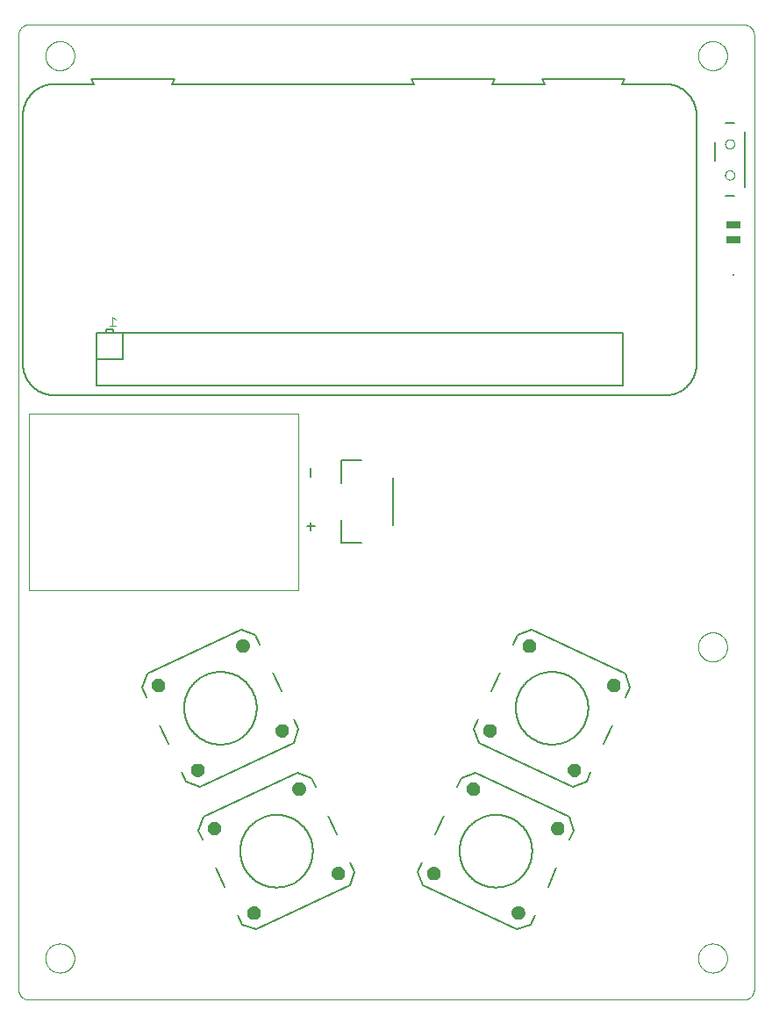
<source format=gbo>
G75*
%MOIN*%
%OFA0B0*%
%FSLAX25Y25*%
%IPPOS*%
%LPD*%
%AMOC8*
5,1,8,0,0,1.08239X$1,22.5*
%
%ADD10C,0.00000*%
%ADD11R,0.00337X0.00338*%
%ADD12R,0.01350X0.00338*%
%ADD13R,0.01013X0.00338*%
%ADD14R,0.02026X0.00338*%
%ADD15R,0.03038X0.00338*%
%ADD16R,0.03713X0.00338*%
%ADD17R,0.01013X0.00338*%
%ADD18R,0.05064X0.00338*%
%ADD19R,0.05739X0.00338*%
%ADD20R,0.04726X0.00338*%
%ADD21R,0.01688X0.00338*%
%ADD22R,0.00675X0.00338*%
%ADD23R,0.03376X0.00338*%
%ADD24R,0.04389X0.00338*%
%ADD25R,0.04389X0.00338*%
%ADD26R,0.02701X0.00338*%
%ADD27R,0.05402X0.00338*%
%ADD28R,0.01688X0.00338*%
%ADD29R,0.00338X0.00338*%
%ADD30R,0.02363X0.00338*%
%ADD31R,0.02363X0.00338*%
%ADD32R,0.03039X0.00338*%
%ADD33R,0.03714X0.00338*%
%ADD34R,0.04051X0.00338*%
%ADD35R,0.06077X0.00338*%
%ADD36R,0.05739X0.00338*%
%ADD37R,0.06752X0.00338*%
%ADD38R,0.05064X0.00338*%
%ADD39R,1.10057X0.00338*%
%ADD40R,0.00338X0.00338*%
%ADD41R,0.00337X0.00338*%
%ADD42R,0.00338X0.00338*%
%ADD43R,0.00337X0.00338*%
%ADD44R,0.01013X0.00338*%
%ADD45R,0.03714X0.00338*%
%ADD46R,0.01013X0.00338*%
%ADD47R,0.03714X0.00338*%
%ADD48R,1.14783X0.00338*%
%ADD49R,0.65494X0.00338*%
%ADD50R,0.43213X0.00338*%
%ADD51R,0.65832X0.00338*%
%ADD52R,0.43550X0.00338*%
%ADD53R,1.14108X0.00338*%
%ADD54R,1.13433X0.00338*%
%ADD55R,1.12758X0.00338*%
%ADD56R,1.12083X0.00338*%
%ADD57R,1.10732X0.00338*%
%ADD58R,0.10466X0.00338*%
%ADD59R,0.22619X0.00338*%
%ADD60R,0.32409X0.00338*%
%ADD61R,0.06415X0.00338*%
%ADD62R,0.07765X0.00338*%
%ADD63R,0.09115X0.00338*%
%ADD64R,0.09453X0.00338*%
%ADD65R,0.09790X0.00338*%
%ADD66R,0.06414X0.00338*%
%ADD67R,0.07089X0.00338*%
%ADD68R,0.08102X0.00338*%
%ADD69R,0.07090X0.00338*%
%ADD70R,0.07427X0.00338*%
%ADD71R,0.11816X0.00338*%
%ADD72R,0.22281X0.00338*%
%ADD73R,0.11141X0.00338*%
%ADD74R,0.00675X0.00338*%
%ADD75R,0.00675X0.00338*%
%ADD76R,0.02701X0.00338*%
%ADD77R,0.02026X0.00338*%
%ADD78R,0.04051X0.00338*%
%ADD79R,0.04051X0.00338*%
%ADD80R,0.08440X0.00338*%
%ADD81R,0.01013X0.00338*%
%ADD82R,0.01013X0.00338*%
%ADD83R,0.02026X0.00338*%
%ADD84R,0.03038X0.00338*%
%ADD85R,0.03376X0.00338*%
%ADD86R,0.01350X0.00338*%
%ADD87R,0.05402X0.00338*%
%ADD88R,0.02363X0.00338*%
%ADD89R,0.05064X0.00338*%
%ADD90R,0.05739X0.00338*%
%ADD91R,0.01688X0.00338*%
%ADD92R,0.01688X0.00338*%
%ADD93R,0.02363X0.00338*%
%ADD94R,0.05739X0.00338*%
%ADD95R,0.02701X0.00338*%
%ADD96R,0.01350X0.00338*%
%ADD97R,0.01688X0.00338*%
%ADD98R,0.01688X0.00338*%
%ADD99R,0.02363X0.00338*%
%ADD100R,0.05064X0.00338*%
%ADD101R,0.04389X0.00338*%
%ADD102R,0.02363X0.00338*%
%ADD103R,0.03039X0.00338*%
%ADD104R,0.07765X0.00338*%
%ADD105R,0.08102X0.00338*%
%ADD106R,0.08778X0.00338*%
%ADD107R,0.10128X0.00338*%
%ADD108R,0.12829X0.00338*%
%ADD109R,0.13504X0.00338*%
%ADD110C,0.00500*%
%ADD111C,0.00400*%
%ADD112C,0.00700*%
%ADD113C,0.00394*%
%ADD114C,0.00800*%
%ADD115C,0.02756*%
%ADD116R,0.05512X0.02559*%
%ADD117R,0.00787X0.00787*%
D10*
X0003248Y0005437D02*
X0003248Y0367642D01*
X0003250Y0367766D01*
X0003256Y0367889D01*
X0003265Y0368013D01*
X0003279Y0368135D01*
X0003296Y0368258D01*
X0003318Y0368380D01*
X0003343Y0368501D01*
X0003372Y0368621D01*
X0003404Y0368740D01*
X0003441Y0368859D01*
X0003481Y0368976D01*
X0003524Y0369091D01*
X0003572Y0369206D01*
X0003623Y0369318D01*
X0003677Y0369429D01*
X0003735Y0369539D01*
X0003796Y0369646D01*
X0003861Y0369752D01*
X0003929Y0369855D01*
X0004000Y0369956D01*
X0004074Y0370055D01*
X0004151Y0370152D01*
X0004232Y0370246D01*
X0004315Y0370337D01*
X0004401Y0370426D01*
X0004490Y0370512D01*
X0004581Y0370595D01*
X0004675Y0370676D01*
X0004772Y0370753D01*
X0004871Y0370827D01*
X0004972Y0370898D01*
X0005075Y0370966D01*
X0005181Y0371031D01*
X0005288Y0371092D01*
X0005398Y0371150D01*
X0005509Y0371204D01*
X0005621Y0371255D01*
X0005736Y0371303D01*
X0005851Y0371346D01*
X0005968Y0371386D01*
X0006087Y0371423D01*
X0006206Y0371455D01*
X0006326Y0371484D01*
X0006447Y0371509D01*
X0006569Y0371531D01*
X0006692Y0371548D01*
X0006814Y0371562D01*
X0006938Y0371571D01*
X0007061Y0371577D01*
X0007185Y0371579D01*
X0278839Y0371579D01*
X0278963Y0371577D01*
X0279086Y0371571D01*
X0279210Y0371562D01*
X0279332Y0371548D01*
X0279455Y0371531D01*
X0279577Y0371509D01*
X0279698Y0371484D01*
X0279818Y0371455D01*
X0279937Y0371423D01*
X0280056Y0371386D01*
X0280173Y0371346D01*
X0280288Y0371303D01*
X0280403Y0371255D01*
X0280515Y0371204D01*
X0280626Y0371150D01*
X0280736Y0371092D01*
X0280843Y0371031D01*
X0280949Y0370966D01*
X0281052Y0370898D01*
X0281153Y0370827D01*
X0281252Y0370753D01*
X0281349Y0370676D01*
X0281443Y0370595D01*
X0281534Y0370512D01*
X0281623Y0370426D01*
X0281709Y0370337D01*
X0281792Y0370246D01*
X0281873Y0370152D01*
X0281950Y0370055D01*
X0282024Y0369956D01*
X0282095Y0369855D01*
X0282163Y0369752D01*
X0282228Y0369646D01*
X0282289Y0369539D01*
X0282347Y0369429D01*
X0282401Y0369318D01*
X0282452Y0369206D01*
X0282500Y0369091D01*
X0282543Y0368976D01*
X0282583Y0368859D01*
X0282620Y0368740D01*
X0282652Y0368621D01*
X0282681Y0368501D01*
X0282706Y0368380D01*
X0282728Y0368258D01*
X0282745Y0368135D01*
X0282759Y0368013D01*
X0282768Y0367889D01*
X0282774Y0367766D01*
X0282776Y0367642D01*
X0282776Y0005437D01*
X0282774Y0005313D01*
X0282768Y0005190D01*
X0282759Y0005066D01*
X0282745Y0004944D01*
X0282728Y0004821D01*
X0282706Y0004699D01*
X0282681Y0004578D01*
X0282652Y0004458D01*
X0282620Y0004339D01*
X0282583Y0004220D01*
X0282543Y0004103D01*
X0282500Y0003988D01*
X0282452Y0003873D01*
X0282401Y0003761D01*
X0282347Y0003650D01*
X0282289Y0003540D01*
X0282228Y0003433D01*
X0282163Y0003327D01*
X0282095Y0003224D01*
X0282024Y0003123D01*
X0281950Y0003024D01*
X0281873Y0002927D01*
X0281792Y0002833D01*
X0281709Y0002742D01*
X0281623Y0002653D01*
X0281534Y0002567D01*
X0281443Y0002484D01*
X0281349Y0002403D01*
X0281252Y0002326D01*
X0281153Y0002252D01*
X0281052Y0002181D01*
X0280949Y0002113D01*
X0280843Y0002048D01*
X0280736Y0001987D01*
X0280626Y0001929D01*
X0280515Y0001875D01*
X0280403Y0001824D01*
X0280288Y0001776D01*
X0280173Y0001733D01*
X0280056Y0001693D01*
X0279937Y0001656D01*
X0279818Y0001624D01*
X0279698Y0001595D01*
X0279577Y0001570D01*
X0279455Y0001548D01*
X0279332Y0001531D01*
X0279210Y0001517D01*
X0279086Y0001508D01*
X0278963Y0001502D01*
X0278839Y0001500D01*
X0007185Y0001500D01*
X0007061Y0001502D01*
X0006938Y0001508D01*
X0006814Y0001517D01*
X0006692Y0001531D01*
X0006569Y0001548D01*
X0006447Y0001570D01*
X0006326Y0001595D01*
X0006206Y0001624D01*
X0006087Y0001656D01*
X0005968Y0001693D01*
X0005851Y0001733D01*
X0005736Y0001776D01*
X0005621Y0001824D01*
X0005509Y0001875D01*
X0005398Y0001929D01*
X0005288Y0001987D01*
X0005181Y0002048D01*
X0005075Y0002113D01*
X0004972Y0002181D01*
X0004871Y0002252D01*
X0004772Y0002326D01*
X0004675Y0002403D01*
X0004581Y0002484D01*
X0004490Y0002567D01*
X0004401Y0002653D01*
X0004315Y0002742D01*
X0004232Y0002833D01*
X0004151Y0002927D01*
X0004074Y0003024D01*
X0004000Y0003123D01*
X0003929Y0003224D01*
X0003861Y0003327D01*
X0003796Y0003433D01*
X0003735Y0003540D01*
X0003677Y0003650D01*
X0003623Y0003761D01*
X0003572Y0003873D01*
X0003524Y0003988D01*
X0003481Y0004103D01*
X0003441Y0004220D01*
X0003404Y0004339D01*
X0003372Y0004458D01*
X0003343Y0004578D01*
X0003318Y0004699D01*
X0003296Y0004821D01*
X0003279Y0004944D01*
X0003265Y0005066D01*
X0003256Y0005190D01*
X0003250Y0005313D01*
X0003248Y0005437D01*
X0013484Y0017248D02*
X0013486Y0017396D01*
X0013492Y0017544D01*
X0013502Y0017692D01*
X0013516Y0017839D01*
X0013534Y0017986D01*
X0013555Y0018132D01*
X0013581Y0018278D01*
X0013611Y0018423D01*
X0013644Y0018567D01*
X0013682Y0018710D01*
X0013723Y0018852D01*
X0013768Y0018993D01*
X0013816Y0019133D01*
X0013869Y0019272D01*
X0013925Y0019409D01*
X0013985Y0019544D01*
X0014048Y0019678D01*
X0014115Y0019810D01*
X0014186Y0019940D01*
X0014260Y0020068D01*
X0014337Y0020194D01*
X0014418Y0020318D01*
X0014502Y0020440D01*
X0014589Y0020559D01*
X0014680Y0020676D01*
X0014774Y0020791D01*
X0014870Y0020903D01*
X0014970Y0021013D01*
X0015072Y0021119D01*
X0015178Y0021223D01*
X0015286Y0021324D01*
X0015397Y0021422D01*
X0015510Y0021518D01*
X0015626Y0021610D01*
X0015744Y0021699D01*
X0015865Y0021784D01*
X0015988Y0021867D01*
X0016113Y0021946D01*
X0016240Y0022022D01*
X0016369Y0022094D01*
X0016500Y0022163D01*
X0016633Y0022228D01*
X0016768Y0022289D01*
X0016904Y0022347D01*
X0017041Y0022402D01*
X0017180Y0022452D01*
X0017321Y0022499D01*
X0017462Y0022542D01*
X0017605Y0022582D01*
X0017749Y0022617D01*
X0017893Y0022649D01*
X0018039Y0022676D01*
X0018185Y0022700D01*
X0018332Y0022720D01*
X0018479Y0022736D01*
X0018626Y0022748D01*
X0018774Y0022756D01*
X0018922Y0022760D01*
X0019070Y0022760D01*
X0019218Y0022756D01*
X0019366Y0022748D01*
X0019513Y0022736D01*
X0019660Y0022720D01*
X0019807Y0022700D01*
X0019953Y0022676D01*
X0020099Y0022649D01*
X0020243Y0022617D01*
X0020387Y0022582D01*
X0020530Y0022542D01*
X0020671Y0022499D01*
X0020812Y0022452D01*
X0020951Y0022402D01*
X0021088Y0022347D01*
X0021224Y0022289D01*
X0021359Y0022228D01*
X0021492Y0022163D01*
X0021623Y0022094D01*
X0021752Y0022022D01*
X0021879Y0021946D01*
X0022004Y0021867D01*
X0022127Y0021784D01*
X0022248Y0021699D01*
X0022366Y0021610D01*
X0022482Y0021518D01*
X0022595Y0021422D01*
X0022706Y0021324D01*
X0022814Y0021223D01*
X0022920Y0021119D01*
X0023022Y0021013D01*
X0023122Y0020903D01*
X0023218Y0020791D01*
X0023312Y0020676D01*
X0023403Y0020559D01*
X0023490Y0020440D01*
X0023574Y0020318D01*
X0023655Y0020194D01*
X0023732Y0020068D01*
X0023806Y0019940D01*
X0023877Y0019810D01*
X0023944Y0019678D01*
X0024007Y0019544D01*
X0024067Y0019409D01*
X0024123Y0019272D01*
X0024176Y0019133D01*
X0024224Y0018993D01*
X0024269Y0018852D01*
X0024310Y0018710D01*
X0024348Y0018567D01*
X0024381Y0018423D01*
X0024411Y0018278D01*
X0024437Y0018132D01*
X0024458Y0017986D01*
X0024476Y0017839D01*
X0024490Y0017692D01*
X0024500Y0017544D01*
X0024506Y0017396D01*
X0024508Y0017248D01*
X0024506Y0017100D01*
X0024500Y0016952D01*
X0024490Y0016804D01*
X0024476Y0016657D01*
X0024458Y0016510D01*
X0024437Y0016364D01*
X0024411Y0016218D01*
X0024381Y0016073D01*
X0024348Y0015929D01*
X0024310Y0015786D01*
X0024269Y0015644D01*
X0024224Y0015503D01*
X0024176Y0015363D01*
X0024123Y0015224D01*
X0024067Y0015087D01*
X0024007Y0014952D01*
X0023944Y0014818D01*
X0023877Y0014686D01*
X0023806Y0014556D01*
X0023732Y0014428D01*
X0023655Y0014302D01*
X0023574Y0014178D01*
X0023490Y0014056D01*
X0023403Y0013937D01*
X0023312Y0013820D01*
X0023218Y0013705D01*
X0023122Y0013593D01*
X0023022Y0013483D01*
X0022920Y0013377D01*
X0022814Y0013273D01*
X0022706Y0013172D01*
X0022595Y0013074D01*
X0022482Y0012978D01*
X0022366Y0012886D01*
X0022248Y0012797D01*
X0022127Y0012712D01*
X0022004Y0012629D01*
X0021879Y0012550D01*
X0021752Y0012474D01*
X0021623Y0012402D01*
X0021492Y0012333D01*
X0021359Y0012268D01*
X0021224Y0012207D01*
X0021088Y0012149D01*
X0020951Y0012094D01*
X0020812Y0012044D01*
X0020671Y0011997D01*
X0020530Y0011954D01*
X0020387Y0011914D01*
X0020243Y0011879D01*
X0020099Y0011847D01*
X0019953Y0011820D01*
X0019807Y0011796D01*
X0019660Y0011776D01*
X0019513Y0011760D01*
X0019366Y0011748D01*
X0019218Y0011740D01*
X0019070Y0011736D01*
X0018922Y0011736D01*
X0018774Y0011740D01*
X0018626Y0011748D01*
X0018479Y0011760D01*
X0018332Y0011776D01*
X0018185Y0011796D01*
X0018039Y0011820D01*
X0017893Y0011847D01*
X0017749Y0011879D01*
X0017605Y0011914D01*
X0017462Y0011954D01*
X0017321Y0011997D01*
X0017180Y0012044D01*
X0017041Y0012094D01*
X0016904Y0012149D01*
X0016768Y0012207D01*
X0016633Y0012268D01*
X0016500Y0012333D01*
X0016369Y0012402D01*
X0016240Y0012474D01*
X0016113Y0012550D01*
X0015988Y0012629D01*
X0015865Y0012712D01*
X0015744Y0012797D01*
X0015626Y0012886D01*
X0015510Y0012978D01*
X0015397Y0013074D01*
X0015286Y0013172D01*
X0015178Y0013273D01*
X0015072Y0013377D01*
X0014970Y0013483D01*
X0014870Y0013593D01*
X0014774Y0013705D01*
X0014680Y0013820D01*
X0014589Y0013937D01*
X0014502Y0014056D01*
X0014418Y0014178D01*
X0014337Y0014302D01*
X0014260Y0014428D01*
X0014186Y0014556D01*
X0014115Y0014686D01*
X0014048Y0014818D01*
X0013985Y0014952D01*
X0013925Y0015087D01*
X0013869Y0015224D01*
X0013816Y0015363D01*
X0013768Y0015503D01*
X0013723Y0015644D01*
X0013682Y0015786D01*
X0013644Y0015929D01*
X0013611Y0016073D01*
X0013581Y0016218D01*
X0013555Y0016364D01*
X0013534Y0016510D01*
X0013516Y0016657D01*
X0013502Y0016804D01*
X0013492Y0016952D01*
X0013486Y0017100D01*
X0013484Y0017248D01*
X0261516Y0017248D02*
X0261518Y0017396D01*
X0261524Y0017544D01*
X0261534Y0017692D01*
X0261548Y0017839D01*
X0261566Y0017986D01*
X0261587Y0018132D01*
X0261613Y0018278D01*
X0261643Y0018423D01*
X0261676Y0018567D01*
X0261714Y0018710D01*
X0261755Y0018852D01*
X0261800Y0018993D01*
X0261848Y0019133D01*
X0261901Y0019272D01*
X0261957Y0019409D01*
X0262017Y0019544D01*
X0262080Y0019678D01*
X0262147Y0019810D01*
X0262218Y0019940D01*
X0262292Y0020068D01*
X0262369Y0020194D01*
X0262450Y0020318D01*
X0262534Y0020440D01*
X0262621Y0020559D01*
X0262712Y0020676D01*
X0262806Y0020791D01*
X0262902Y0020903D01*
X0263002Y0021013D01*
X0263104Y0021119D01*
X0263210Y0021223D01*
X0263318Y0021324D01*
X0263429Y0021422D01*
X0263542Y0021518D01*
X0263658Y0021610D01*
X0263776Y0021699D01*
X0263897Y0021784D01*
X0264020Y0021867D01*
X0264145Y0021946D01*
X0264272Y0022022D01*
X0264401Y0022094D01*
X0264532Y0022163D01*
X0264665Y0022228D01*
X0264800Y0022289D01*
X0264936Y0022347D01*
X0265073Y0022402D01*
X0265212Y0022452D01*
X0265353Y0022499D01*
X0265494Y0022542D01*
X0265637Y0022582D01*
X0265781Y0022617D01*
X0265925Y0022649D01*
X0266071Y0022676D01*
X0266217Y0022700D01*
X0266364Y0022720D01*
X0266511Y0022736D01*
X0266658Y0022748D01*
X0266806Y0022756D01*
X0266954Y0022760D01*
X0267102Y0022760D01*
X0267250Y0022756D01*
X0267398Y0022748D01*
X0267545Y0022736D01*
X0267692Y0022720D01*
X0267839Y0022700D01*
X0267985Y0022676D01*
X0268131Y0022649D01*
X0268275Y0022617D01*
X0268419Y0022582D01*
X0268562Y0022542D01*
X0268703Y0022499D01*
X0268844Y0022452D01*
X0268983Y0022402D01*
X0269120Y0022347D01*
X0269256Y0022289D01*
X0269391Y0022228D01*
X0269524Y0022163D01*
X0269655Y0022094D01*
X0269784Y0022022D01*
X0269911Y0021946D01*
X0270036Y0021867D01*
X0270159Y0021784D01*
X0270280Y0021699D01*
X0270398Y0021610D01*
X0270514Y0021518D01*
X0270627Y0021422D01*
X0270738Y0021324D01*
X0270846Y0021223D01*
X0270952Y0021119D01*
X0271054Y0021013D01*
X0271154Y0020903D01*
X0271250Y0020791D01*
X0271344Y0020676D01*
X0271435Y0020559D01*
X0271522Y0020440D01*
X0271606Y0020318D01*
X0271687Y0020194D01*
X0271764Y0020068D01*
X0271838Y0019940D01*
X0271909Y0019810D01*
X0271976Y0019678D01*
X0272039Y0019544D01*
X0272099Y0019409D01*
X0272155Y0019272D01*
X0272208Y0019133D01*
X0272256Y0018993D01*
X0272301Y0018852D01*
X0272342Y0018710D01*
X0272380Y0018567D01*
X0272413Y0018423D01*
X0272443Y0018278D01*
X0272469Y0018132D01*
X0272490Y0017986D01*
X0272508Y0017839D01*
X0272522Y0017692D01*
X0272532Y0017544D01*
X0272538Y0017396D01*
X0272540Y0017248D01*
X0272538Y0017100D01*
X0272532Y0016952D01*
X0272522Y0016804D01*
X0272508Y0016657D01*
X0272490Y0016510D01*
X0272469Y0016364D01*
X0272443Y0016218D01*
X0272413Y0016073D01*
X0272380Y0015929D01*
X0272342Y0015786D01*
X0272301Y0015644D01*
X0272256Y0015503D01*
X0272208Y0015363D01*
X0272155Y0015224D01*
X0272099Y0015087D01*
X0272039Y0014952D01*
X0271976Y0014818D01*
X0271909Y0014686D01*
X0271838Y0014556D01*
X0271764Y0014428D01*
X0271687Y0014302D01*
X0271606Y0014178D01*
X0271522Y0014056D01*
X0271435Y0013937D01*
X0271344Y0013820D01*
X0271250Y0013705D01*
X0271154Y0013593D01*
X0271054Y0013483D01*
X0270952Y0013377D01*
X0270846Y0013273D01*
X0270738Y0013172D01*
X0270627Y0013074D01*
X0270514Y0012978D01*
X0270398Y0012886D01*
X0270280Y0012797D01*
X0270159Y0012712D01*
X0270036Y0012629D01*
X0269911Y0012550D01*
X0269784Y0012474D01*
X0269655Y0012402D01*
X0269524Y0012333D01*
X0269391Y0012268D01*
X0269256Y0012207D01*
X0269120Y0012149D01*
X0268983Y0012094D01*
X0268844Y0012044D01*
X0268703Y0011997D01*
X0268562Y0011954D01*
X0268419Y0011914D01*
X0268275Y0011879D01*
X0268131Y0011847D01*
X0267985Y0011820D01*
X0267839Y0011796D01*
X0267692Y0011776D01*
X0267545Y0011760D01*
X0267398Y0011748D01*
X0267250Y0011740D01*
X0267102Y0011736D01*
X0266954Y0011736D01*
X0266806Y0011740D01*
X0266658Y0011748D01*
X0266511Y0011760D01*
X0266364Y0011776D01*
X0266217Y0011796D01*
X0266071Y0011820D01*
X0265925Y0011847D01*
X0265781Y0011879D01*
X0265637Y0011914D01*
X0265494Y0011954D01*
X0265353Y0011997D01*
X0265212Y0012044D01*
X0265073Y0012094D01*
X0264936Y0012149D01*
X0264800Y0012207D01*
X0264665Y0012268D01*
X0264532Y0012333D01*
X0264401Y0012402D01*
X0264272Y0012474D01*
X0264145Y0012550D01*
X0264020Y0012629D01*
X0263897Y0012712D01*
X0263776Y0012797D01*
X0263658Y0012886D01*
X0263542Y0012978D01*
X0263429Y0013074D01*
X0263318Y0013172D01*
X0263210Y0013273D01*
X0263104Y0013377D01*
X0263002Y0013483D01*
X0262902Y0013593D01*
X0262806Y0013705D01*
X0262712Y0013820D01*
X0262621Y0013937D01*
X0262534Y0014056D01*
X0262450Y0014178D01*
X0262369Y0014302D01*
X0262292Y0014428D01*
X0262218Y0014556D01*
X0262147Y0014686D01*
X0262080Y0014818D01*
X0262017Y0014952D01*
X0261957Y0015087D01*
X0261901Y0015224D01*
X0261848Y0015363D01*
X0261800Y0015503D01*
X0261755Y0015644D01*
X0261714Y0015786D01*
X0261676Y0015929D01*
X0261643Y0016073D01*
X0261613Y0016218D01*
X0261587Y0016364D01*
X0261566Y0016510D01*
X0261548Y0016657D01*
X0261534Y0016804D01*
X0261524Y0016952D01*
X0261518Y0017100D01*
X0261516Y0017248D01*
X0261516Y0135358D02*
X0261518Y0135506D01*
X0261524Y0135654D01*
X0261534Y0135802D01*
X0261548Y0135949D01*
X0261566Y0136096D01*
X0261587Y0136242D01*
X0261613Y0136388D01*
X0261643Y0136533D01*
X0261676Y0136677D01*
X0261714Y0136820D01*
X0261755Y0136962D01*
X0261800Y0137103D01*
X0261848Y0137243D01*
X0261901Y0137382D01*
X0261957Y0137519D01*
X0262017Y0137654D01*
X0262080Y0137788D01*
X0262147Y0137920D01*
X0262218Y0138050D01*
X0262292Y0138178D01*
X0262369Y0138304D01*
X0262450Y0138428D01*
X0262534Y0138550D01*
X0262621Y0138669D01*
X0262712Y0138786D01*
X0262806Y0138901D01*
X0262902Y0139013D01*
X0263002Y0139123D01*
X0263104Y0139229D01*
X0263210Y0139333D01*
X0263318Y0139434D01*
X0263429Y0139532D01*
X0263542Y0139628D01*
X0263658Y0139720D01*
X0263776Y0139809D01*
X0263897Y0139894D01*
X0264020Y0139977D01*
X0264145Y0140056D01*
X0264272Y0140132D01*
X0264401Y0140204D01*
X0264532Y0140273D01*
X0264665Y0140338D01*
X0264800Y0140399D01*
X0264936Y0140457D01*
X0265073Y0140512D01*
X0265212Y0140562D01*
X0265353Y0140609D01*
X0265494Y0140652D01*
X0265637Y0140692D01*
X0265781Y0140727D01*
X0265925Y0140759D01*
X0266071Y0140786D01*
X0266217Y0140810D01*
X0266364Y0140830D01*
X0266511Y0140846D01*
X0266658Y0140858D01*
X0266806Y0140866D01*
X0266954Y0140870D01*
X0267102Y0140870D01*
X0267250Y0140866D01*
X0267398Y0140858D01*
X0267545Y0140846D01*
X0267692Y0140830D01*
X0267839Y0140810D01*
X0267985Y0140786D01*
X0268131Y0140759D01*
X0268275Y0140727D01*
X0268419Y0140692D01*
X0268562Y0140652D01*
X0268703Y0140609D01*
X0268844Y0140562D01*
X0268983Y0140512D01*
X0269120Y0140457D01*
X0269256Y0140399D01*
X0269391Y0140338D01*
X0269524Y0140273D01*
X0269655Y0140204D01*
X0269784Y0140132D01*
X0269911Y0140056D01*
X0270036Y0139977D01*
X0270159Y0139894D01*
X0270280Y0139809D01*
X0270398Y0139720D01*
X0270514Y0139628D01*
X0270627Y0139532D01*
X0270738Y0139434D01*
X0270846Y0139333D01*
X0270952Y0139229D01*
X0271054Y0139123D01*
X0271154Y0139013D01*
X0271250Y0138901D01*
X0271344Y0138786D01*
X0271435Y0138669D01*
X0271522Y0138550D01*
X0271606Y0138428D01*
X0271687Y0138304D01*
X0271764Y0138178D01*
X0271838Y0138050D01*
X0271909Y0137920D01*
X0271976Y0137788D01*
X0272039Y0137654D01*
X0272099Y0137519D01*
X0272155Y0137382D01*
X0272208Y0137243D01*
X0272256Y0137103D01*
X0272301Y0136962D01*
X0272342Y0136820D01*
X0272380Y0136677D01*
X0272413Y0136533D01*
X0272443Y0136388D01*
X0272469Y0136242D01*
X0272490Y0136096D01*
X0272508Y0135949D01*
X0272522Y0135802D01*
X0272532Y0135654D01*
X0272538Y0135506D01*
X0272540Y0135358D01*
X0272538Y0135210D01*
X0272532Y0135062D01*
X0272522Y0134914D01*
X0272508Y0134767D01*
X0272490Y0134620D01*
X0272469Y0134474D01*
X0272443Y0134328D01*
X0272413Y0134183D01*
X0272380Y0134039D01*
X0272342Y0133896D01*
X0272301Y0133754D01*
X0272256Y0133613D01*
X0272208Y0133473D01*
X0272155Y0133334D01*
X0272099Y0133197D01*
X0272039Y0133062D01*
X0271976Y0132928D01*
X0271909Y0132796D01*
X0271838Y0132666D01*
X0271764Y0132538D01*
X0271687Y0132412D01*
X0271606Y0132288D01*
X0271522Y0132166D01*
X0271435Y0132047D01*
X0271344Y0131930D01*
X0271250Y0131815D01*
X0271154Y0131703D01*
X0271054Y0131593D01*
X0270952Y0131487D01*
X0270846Y0131383D01*
X0270738Y0131282D01*
X0270627Y0131184D01*
X0270514Y0131088D01*
X0270398Y0130996D01*
X0270280Y0130907D01*
X0270159Y0130822D01*
X0270036Y0130739D01*
X0269911Y0130660D01*
X0269784Y0130584D01*
X0269655Y0130512D01*
X0269524Y0130443D01*
X0269391Y0130378D01*
X0269256Y0130317D01*
X0269120Y0130259D01*
X0268983Y0130204D01*
X0268844Y0130154D01*
X0268703Y0130107D01*
X0268562Y0130064D01*
X0268419Y0130024D01*
X0268275Y0129989D01*
X0268131Y0129957D01*
X0267985Y0129930D01*
X0267839Y0129906D01*
X0267692Y0129886D01*
X0267545Y0129870D01*
X0267398Y0129858D01*
X0267250Y0129850D01*
X0267102Y0129846D01*
X0266954Y0129846D01*
X0266806Y0129850D01*
X0266658Y0129858D01*
X0266511Y0129870D01*
X0266364Y0129886D01*
X0266217Y0129906D01*
X0266071Y0129930D01*
X0265925Y0129957D01*
X0265781Y0129989D01*
X0265637Y0130024D01*
X0265494Y0130064D01*
X0265353Y0130107D01*
X0265212Y0130154D01*
X0265073Y0130204D01*
X0264936Y0130259D01*
X0264800Y0130317D01*
X0264665Y0130378D01*
X0264532Y0130443D01*
X0264401Y0130512D01*
X0264272Y0130584D01*
X0264145Y0130660D01*
X0264020Y0130739D01*
X0263897Y0130822D01*
X0263776Y0130907D01*
X0263658Y0130996D01*
X0263542Y0131088D01*
X0263429Y0131184D01*
X0263318Y0131282D01*
X0263210Y0131383D01*
X0263104Y0131487D01*
X0263002Y0131593D01*
X0262902Y0131703D01*
X0262806Y0131815D01*
X0262712Y0131930D01*
X0262621Y0132047D01*
X0262534Y0132166D01*
X0262450Y0132288D01*
X0262369Y0132412D01*
X0262292Y0132538D01*
X0262218Y0132666D01*
X0262147Y0132796D01*
X0262080Y0132928D01*
X0262017Y0133062D01*
X0261957Y0133197D01*
X0261901Y0133334D01*
X0261848Y0133473D01*
X0261800Y0133613D01*
X0261755Y0133754D01*
X0261714Y0133896D01*
X0261676Y0134039D01*
X0261643Y0134183D01*
X0261613Y0134328D01*
X0261587Y0134474D01*
X0261566Y0134620D01*
X0261548Y0134767D01*
X0261534Y0134914D01*
X0261524Y0135062D01*
X0261518Y0135210D01*
X0261516Y0135358D01*
X0271752Y0314492D02*
X0271754Y0314576D01*
X0271760Y0314659D01*
X0271770Y0314742D01*
X0271784Y0314825D01*
X0271801Y0314907D01*
X0271823Y0314988D01*
X0271848Y0315067D01*
X0271877Y0315146D01*
X0271910Y0315223D01*
X0271946Y0315298D01*
X0271986Y0315372D01*
X0272029Y0315444D01*
X0272076Y0315513D01*
X0272126Y0315580D01*
X0272179Y0315645D01*
X0272235Y0315707D01*
X0272293Y0315767D01*
X0272355Y0315824D01*
X0272419Y0315877D01*
X0272486Y0315928D01*
X0272555Y0315975D01*
X0272626Y0316020D01*
X0272699Y0316060D01*
X0272774Y0316097D01*
X0272851Y0316131D01*
X0272929Y0316161D01*
X0273008Y0316187D01*
X0273089Y0316210D01*
X0273171Y0316228D01*
X0273253Y0316243D01*
X0273336Y0316254D01*
X0273419Y0316261D01*
X0273503Y0316264D01*
X0273587Y0316263D01*
X0273670Y0316258D01*
X0273754Y0316249D01*
X0273836Y0316236D01*
X0273918Y0316220D01*
X0273999Y0316199D01*
X0274080Y0316175D01*
X0274158Y0316147D01*
X0274236Y0316115D01*
X0274312Y0316079D01*
X0274386Y0316040D01*
X0274458Y0315998D01*
X0274528Y0315952D01*
X0274596Y0315903D01*
X0274661Y0315851D01*
X0274724Y0315796D01*
X0274784Y0315738D01*
X0274842Y0315677D01*
X0274896Y0315613D01*
X0274948Y0315547D01*
X0274996Y0315479D01*
X0275041Y0315408D01*
X0275082Y0315335D01*
X0275121Y0315261D01*
X0275155Y0315185D01*
X0275186Y0315107D01*
X0275213Y0315028D01*
X0275237Y0314947D01*
X0275256Y0314866D01*
X0275272Y0314784D01*
X0275284Y0314701D01*
X0275292Y0314617D01*
X0275296Y0314534D01*
X0275296Y0314450D01*
X0275292Y0314367D01*
X0275284Y0314283D01*
X0275272Y0314200D01*
X0275256Y0314118D01*
X0275237Y0314037D01*
X0275213Y0313956D01*
X0275186Y0313877D01*
X0275155Y0313799D01*
X0275121Y0313723D01*
X0275082Y0313649D01*
X0275041Y0313576D01*
X0274996Y0313505D01*
X0274948Y0313437D01*
X0274896Y0313371D01*
X0274842Y0313307D01*
X0274784Y0313246D01*
X0274724Y0313188D01*
X0274661Y0313133D01*
X0274596Y0313081D01*
X0274528Y0313032D01*
X0274458Y0312986D01*
X0274386Y0312944D01*
X0274312Y0312905D01*
X0274236Y0312869D01*
X0274158Y0312837D01*
X0274080Y0312809D01*
X0273999Y0312785D01*
X0273918Y0312764D01*
X0273836Y0312748D01*
X0273754Y0312735D01*
X0273670Y0312726D01*
X0273587Y0312721D01*
X0273503Y0312720D01*
X0273419Y0312723D01*
X0273336Y0312730D01*
X0273253Y0312741D01*
X0273171Y0312756D01*
X0273089Y0312774D01*
X0273008Y0312797D01*
X0272929Y0312823D01*
X0272851Y0312853D01*
X0272774Y0312887D01*
X0272699Y0312924D01*
X0272626Y0312964D01*
X0272555Y0313009D01*
X0272486Y0313056D01*
X0272419Y0313107D01*
X0272355Y0313160D01*
X0272293Y0313217D01*
X0272235Y0313277D01*
X0272179Y0313339D01*
X0272126Y0313404D01*
X0272076Y0313471D01*
X0272029Y0313540D01*
X0271986Y0313612D01*
X0271946Y0313686D01*
X0271910Y0313761D01*
X0271877Y0313838D01*
X0271848Y0313917D01*
X0271823Y0313996D01*
X0271801Y0314077D01*
X0271784Y0314159D01*
X0271770Y0314242D01*
X0271760Y0314325D01*
X0271754Y0314408D01*
X0271752Y0314492D01*
X0271752Y0326303D02*
X0271754Y0326387D01*
X0271760Y0326470D01*
X0271770Y0326553D01*
X0271784Y0326636D01*
X0271801Y0326718D01*
X0271823Y0326799D01*
X0271848Y0326878D01*
X0271877Y0326957D01*
X0271910Y0327034D01*
X0271946Y0327109D01*
X0271986Y0327183D01*
X0272029Y0327255D01*
X0272076Y0327324D01*
X0272126Y0327391D01*
X0272179Y0327456D01*
X0272235Y0327518D01*
X0272293Y0327578D01*
X0272355Y0327635D01*
X0272419Y0327688D01*
X0272486Y0327739D01*
X0272555Y0327786D01*
X0272626Y0327831D01*
X0272699Y0327871D01*
X0272774Y0327908D01*
X0272851Y0327942D01*
X0272929Y0327972D01*
X0273008Y0327998D01*
X0273089Y0328021D01*
X0273171Y0328039D01*
X0273253Y0328054D01*
X0273336Y0328065D01*
X0273419Y0328072D01*
X0273503Y0328075D01*
X0273587Y0328074D01*
X0273670Y0328069D01*
X0273754Y0328060D01*
X0273836Y0328047D01*
X0273918Y0328031D01*
X0273999Y0328010D01*
X0274080Y0327986D01*
X0274158Y0327958D01*
X0274236Y0327926D01*
X0274312Y0327890D01*
X0274386Y0327851D01*
X0274458Y0327809D01*
X0274528Y0327763D01*
X0274596Y0327714D01*
X0274661Y0327662D01*
X0274724Y0327607D01*
X0274784Y0327549D01*
X0274842Y0327488D01*
X0274896Y0327424D01*
X0274948Y0327358D01*
X0274996Y0327290D01*
X0275041Y0327219D01*
X0275082Y0327146D01*
X0275121Y0327072D01*
X0275155Y0326996D01*
X0275186Y0326918D01*
X0275213Y0326839D01*
X0275237Y0326758D01*
X0275256Y0326677D01*
X0275272Y0326595D01*
X0275284Y0326512D01*
X0275292Y0326428D01*
X0275296Y0326345D01*
X0275296Y0326261D01*
X0275292Y0326178D01*
X0275284Y0326094D01*
X0275272Y0326011D01*
X0275256Y0325929D01*
X0275237Y0325848D01*
X0275213Y0325767D01*
X0275186Y0325688D01*
X0275155Y0325610D01*
X0275121Y0325534D01*
X0275082Y0325460D01*
X0275041Y0325387D01*
X0274996Y0325316D01*
X0274948Y0325248D01*
X0274896Y0325182D01*
X0274842Y0325118D01*
X0274784Y0325057D01*
X0274724Y0324999D01*
X0274661Y0324944D01*
X0274596Y0324892D01*
X0274528Y0324843D01*
X0274458Y0324797D01*
X0274386Y0324755D01*
X0274312Y0324716D01*
X0274236Y0324680D01*
X0274158Y0324648D01*
X0274080Y0324620D01*
X0273999Y0324596D01*
X0273918Y0324575D01*
X0273836Y0324559D01*
X0273754Y0324546D01*
X0273670Y0324537D01*
X0273587Y0324532D01*
X0273503Y0324531D01*
X0273419Y0324534D01*
X0273336Y0324541D01*
X0273253Y0324552D01*
X0273171Y0324567D01*
X0273089Y0324585D01*
X0273008Y0324608D01*
X0272929Y0324634D01*
X0272851Y0324664D01*
X0272774Y0324698D01*
X0272699Y0324735D01*
X0272626Y0324775D01*
X0272555Y0324820D01*
X0272486Y0324867D01*
X0272419Y0324918D01*
X0272355Y0324971D01*
X0272293Y0325028D01*
X0272235Y0325088D01*
X0272179Y0325150D01*
X0272126Y0325215D01*
X0272076Y0325282D01*
X0272029Y0325351D01*
X0271986Y0325423D01*
X0271946Y0325497D01*
X0271910Y0325572D01*
X0271877Y0325649D01*
X0271848Y0325728D01*
X0271823Y0325807D01*
X0271801Y0325888D01*
X0271784Y0325970D01*
X0271770Y0326053D01*
X0271760Y0326136D01*
X0271754Y0326219D01*
X0271752Y0326303D01*
X0261516Y0359768D02*
X0261518Y0359916D01*
X0261524Y0360064D01*
X0261534Y0360212D01*
X0261548Y0360359D01*
X0261566Y0360506D01*
X0261587Y0360652D01*
X0261613Y0360798D01*
X0261643Y0360943D01*
X0261676Y0361087D01*
X0261714Y0361230D01*
X0261755Y0361372D01*
X0261800Y0361513D01*
X0261848Y0361653D01*
X0261901Y0361792D01*
X0261957Y0361929D01*
X0262017Y0362064D01*
X0262080Y0362198D01*
X0262147Y0362330D01*
X0262218Y0362460D01*
X0262292Y0362588D01*
X0262369Y0362714D01*
X0262450Y0362838D01*
X0262534Y0362960D01*
X0262621Y0363079D01*
X0262712Y0363196D01*
X0262806Y0363311D01*
X0262902Y0363423D01*
X0263002Y0363533D01*
X0263104Y0363639D01*
X0263210Y0363743D01*
X0263318Y0363844D01*
X0263429Y0363942D01*
X0263542Y0364038D01*
X0263658Y0364130D01*
X0263776Y0364219D01*
X0263897Y0364304D01*
X0264020Y0364387D01*
X0264145Y0364466D01*
X0264272Y0364542D01*
X0264401Y0364614D01*
X0264532Y0364683D01*
X0264665Y0364748D01*
X0264800Y0364809D01*
X0264936Y0364867D01*
X0265073Y0364922D01*
X0265212Y0364972D01*
X0265353Y0365019D01*
X0265494Y0365062D01*
X0265637Y0365102D01*
X0265781Y0365137D01*
X0265925Y0365169D01*
X0266071Y0365196D01*
X0266217Y0365220D01*
X0266364Y0365240D01*
X0266511Y0365256D01*
X0266658Y0365268D01*
X0266806Y0365276D01*
X0266954Y0365280D01*
X0267102Y0365280D01*
X0267250Y0365276D01*
X0267398Y0365268D01*
X0267545Y0365256D01*
X0267692Y0365240D01*
X0267839Y0365220D01*
X0267985Y0365196D01*
X0268131Y0365169D01*
X0268275Y0365137D01*
X0268419Y0365102D01*
X0268562Y0365062D01*
X0268703Y0365019D01*
X0268844Y0364972D01*
X0268983Y0364922D01*
X0269120Y0364867D01*
X0269256Y0364809D01*
X0269391Y0364748D01*
X0269524Y0364683D01*
X0269655Y0364614D01*
X0269784Y0364542D01*
X0269911Y0364466D01*
X0270036Y0364387D01*
X0270159Y0364304D01*
X0270280Y0364219D01*
X0270398Y0364130D01*
X0270514Y0364038D01*
X0270627Y0363942D01*
X0270738Y0363844D01*
X0270846Y0363743D01*
X0270952Y0363639D01*
X0271054Y0363533D01*
X0271154Y0363423D01*
X0271250Y0363311D01*
X0271344Y0363196D01*
X0271435Y0363079D01*
X0271522Y0362960D01*
X0271606Y0362838D01*
X0271687Y0362714D01*
X0271764Y0362588D01*
X0271838Y0362460D01*
X0271909Y0362330D01*
X0271976Y0362198D01*
X0272039Y0362064D01*
X0272099Y0361929D01*
X0272155Y0361792D01*
X0272208Y0361653D01*
X0272256Y0361513D01*
X0272301Y0361372D01*
X0272342Y0361230D01*
X0272380Y0361087D01*
X0272413Y0360943D01*
X0272443Y0360798D01*
X0272469Y0360652D01*
X0272490Y0360506D01*
X0272508Y0360359D01*
X0272522Y0360212D01*
X0272532Y0360064D01*
X0272538Y0359916D01*
X0272540Y0359768D01*
X0272538Y0359620D01*
X0272532Y0359472D01*
X0272522Y0359324D01*
X0272508Y0359177D01*
X0272490Y0359030D01*
X0272469Y0358884D01*
X0272443Y0358738D01*
X0272413Y0358593D01*
X0272380Y0358449D01*
X0272342Y0358306D01*
X0272301Y0358164D01*
X0272256Y0358023D01*
X0272208Y0357883D01*
X0272155Y0357744D01*
X0272099Y0357607D01*
X0272039Y0357472D01*
X0271976Y0357338D01*
X0271909Y0357206D01*
X0271838Y0357076D01*
X0271764Y0356948D01*
X0271687Y0356822D01*
X0271606Y0356698D01*
X0271522Y0356576D01*
X0271435Y0356457D01*
X0271344Y0356340D01*
X0271250Y0356225D01*
X0271154Y0356113D01*
X0271054Y0356003D01*
X0270952Y0355897D01*
X0270846Y0355793D01*
X0270738Y0355692D01*
X0270627Y0355594D01*
X0270514Y0355498D01*
X0270398Y0355406D01*
X0270280Y0355317D01*
X0270159Y0355232D01*
X0270036Y0355149D01*
X0269911Y0355070D01*
X0269784Y0354994D01*
X0269655Y0354922D01*
X0269524Y0354853D01*
X0269391Y0354788D01*
X0269256Y0354727D01*
X0269120Y0354669D01*
X0268983Y0354614D01*
X0268844Y0354564D01*
X0268703Y0354517D01*
X0268562Y0354474D01*
X0268419Y0354434D01*
X0268275Y0354399D01*
X0268131Y0354367D01*
X0267985Y0354340D01*
X0267839Y0354316D01*
X0267692Y0354296D01*
X0267545Y0354280D01*
X0267398Y0354268D01*
X0267250Y0354260D01*
X0267102Y0354256D01*
X0266954Y0354256D01*
X0266806Y0354260D01*
X0266658Y0354268D01*
X0266511Y0354280D01*
X0266364Y0354296D01*
X0266217Y0354316D01*
X0266071Y0354340D01*
X0265925Y0354367D01*
X0265781Y0354399D01*
X0265637Y0354434D01*
X0265494Y0354474D01*
X0265353Y0354517D01*
X0265212Y0354564D01*
X0265073Y0354614D01*
X0264936Y0354669D01*
X0264800Y0354727D01*
X0264665Y0354788D01*
X0264532Y0354853D01*
X0264401Y0354922D01*
X0264272Y0354994D01*
X0264145Y0355070D01*
X0264020Y0355149D01*
X0263897Y0355232D01*
X0263776Y0355317D01*
X0263658Y0355406D01*
X0263542Y0355498D01*
X0263429Y0355594D01*
X0263318Y0355692D01*
X0263210Y0355793D01*
X0263104Y0355897D01*
X0263002Y0356003D01*
X0262902Y0356113D01*
X0262806Y0356225D01*
X0262712Y0356340D01*
X0262621Y0356457D01*
X0262534Y0356576D01*
X0262450Y0356698D01*
X0262369Y0356822D01*
X0262292Y0356948D01*
X0262218Y0357076D01*
X0262147Y0357206D01*
X0262080Y0357338D01*
X0262017Y0357472D01*
X0261957Y0357607D01*
X0261901Y0357744D01*
X0261848Y0357883D01*
X0261800Y0358023D01*
X0261755Y0358164D01*
X0261714Y0358306D01*
X0261676Y0358449D01*
X0261643Y0358593D01*
X0261613Y0358738D01*
X0261587Y0358884D01*
X0261566Y0359030D01*
X0261548Y0359177D01*
X0261534Y0359324D01*
X0261524Y0359472D01*
X0261518Y0359620D01*
X0261516Y0359768D01*
X0013484Y0359768D02*
X0013486Y0359916D01*
X0013492Y0360064D01*
X0013502Y0360212D01*
X0013516Y0360359D01*
X0013534Y0360506D01*
X0013555Y0360652D01*
X0013581Y0360798D01*
X0013611Y0360943D01*
X0013644Y0361087D01*
X0013682Y0361230D01*
X0013723Y0361372D01*
X0013768Y0361513D01*
X0013816Y0361653D01*
X0013869Y0361792D01*
X0013925Y0361929D01*
X0013985Y0362064D01*
X0014048Y0362198D01*
X0014115Y0362330D01*
X0014186Y0362460D01*
X0014260Y0362588D01*
X0014337Y0362714D01*
X0014418Y0362838D01*
X0014502Y0362960D01*
X0014589Y0363079D01*
X0014680Y0363196D01*
X0014774Y0363311D01*
X0014870Y0363423D01*
X0014970Y0363533D01*
X0015072Y0363639D01*
X0015178Y0363743D01*
X0015286Y0363844D01*
X0015397Y0363942D01*
X0015510Y0364038D01*
X0015626Y0364130D01*
X0015744Y0364219D01*
X0015865Y0364304D01*
X0015988Y0364387D01*
X0016113Y0364466D01*
X0016240Y0364542D01*
X0016369Y0364614D01*
X0016500Y0364683D01*
X0016633Y0364748D01*
X0016768Y0364809D01*
X0016904Y0364867D01*
X0017041Y0364922D01*
X0017180Y0364972D01*
X0017321Y0365019D01*
X0017462Y0365062D01*
X0017605Y0365102D01*
X0017749Y0365137D01*
X0017893Y0365169D01*
X0018039Y0365196D01*
X0018185Y0365220D01*
X0018332Y0365240D01*
X0018479Y0365256D01*
X0018626Y0365268D01*
X0018774Y0365276D01*
X0018922Y0365280D01*
X0019070Y0365280D01*
X0019218Y0365276D01*
X0019366Y0365268D01*
X0019513Y0365256D01*
X0019660Y0365240D01*
X0019807Y0365220D01*
X0019953Y0365196D01*
X0020099Y0365169D01*
X0020243Y0365137D01*
X0020387Y0365102D01*
X0020530Y0365062D01*
X0020671Y0365019D01*
X0020812Y0364972D01*
X0020951Y0364922D01*
X0021088Y0364867D01*
X0021224Y0364809D01*
X0021359Y0364748D01*
X0021492Y0364683D01*
X0021623Y0364614D01*
X0021752Y0364542D01*
X0021879Y0364466D01*
X0022004Y0364387D01*
X0022127Y0364304D01*
X0022248Y0364219D01*
X0022366Y0364130D01*
X0022482Y0364038D01*
X0022595Y0363942D01*
X0022706Y0363844D01*
X0022814Y0363743D01*
X0022920Y0363639D01*
X0023022Y0363533D01*
X0023122Y0363423D01*
X0023218Y0363311D01*
X0023312Y0363196D01*
X0023403Y0363079D01*
X0023490Y0362960D01*
X0023574Y0362838D01*
X0023655Y0362714D01*
X0023732Y0362588D01*
X0023806Y0362460D01*
X0023877Y0362330D01*
X0023944Y0362198D01*
X0024007Y0362064D01*
X0024067Y0361929D01*
X0024123Y0361792D01*
X0024176Y0361653D01*
X0024224Y0361513D01*
X0024269Y0361372D01*
X0024310Y0361230D01*
X0024348Y0361087D01*
X0024381Y0360943D01*
X0024411Y0360798D01*
X0024437Y0360652D01*
X0024458Y0360506D01*
X0024476Y0360359D01*
X0024490Y0360212D01*
X0024500Y0360064D01*
X0024506Y0359916D01*
X0024508Y0359768D01*
X0024506Y0359620D01*
X0024500Y0359472D01*
X0024490Y0359324D01*
X0024476Y0359177D01*
X0024458Y0359030D01*
X0024437Y0358884D01*
X0024411Y0358738D01*
X0024381Y0358593D01*
X0024348Y0358449D01*
X0024310Y0358306D01*
X0024269Y0358164D01*
X0024224Y0358023D01*
X0024176Y0357883D01*
X0024123Y0357744D01*
X0024067Y0357607D01*
X0024007Y0357472D01*
X0023944Y0357338D01*
X0023877Y0357206D01*
X0023806Y0357076D01*
X0023732Y0356948D01*
X0023655Y0356822D01*
X0023574Y0356698D01*
X0023490Y0356576D01*
X0023403Y0356457D01*
X0023312Y0356340D01*
X0023218Y0356225D01*
X0023122Y0356113D01*
X0023022Y0356003D01*
X0022920Y0355897D01*
X0022814Y0355793D01*
X0022706Y0355692D01*
X0022595Y0355594D01*
X0022482Y0355498D01*
X0022366Y0355406D01*
X0022248Y0355317D01*
X0022127Y0355232D01*
X0022004Y0355149D01*
X0021879Y0355070D01*
X0021752Y0354994D01*
X0021623Y0354922D01*
X0021492Y0354853D01*
X0021359Y0354788D01*
X0021224Y0354727D01*
X0021088Y0354669D01*
X0020951Y0354614D01*
X0020812Y0354564D01*
X0020671Y0354517D01*
X0020530Y0354474D01*
X0020387Y0354434D01*
X0020243Y0354399D01*
X0020099Y0354367D01*
X0019953Y0354340D01*
X0019807Y0354316D01*
X0019660Y0354296D01*
X0019513Y0354280D01*
X0019366Y0354268D01*
X0019218Y0354260D01*
X0019070Y0354256D01*
X0018922Y0354256D01*
X0018774Y0354260D01*
X0018626Y0354268D01*
X0018479Y0354280D01*
X0018332Y0354296D01*
X0018185Y0354316D01*
X0018039Y0354340D01*
X0017893Y0354367D01*
X0017749Y0354399D01*
X0017605Y0354434D01*
X0017462Y0354474D01*
X0017321Y0354517D01*
X0017180Y0354564D01*
X0017041Y0354614D01*
X0016904Y0354669D01*
X0016768Y0354727D01*
X0016633Y0354788D01*
X0016500Y0354853D01*
X0016369Y0354922D01*
X0016240Y0354994D01*
X0016113Y0355070D01*
X0015988Y0355149D01*
X0015865Y0355232D01*
X0015744Y0355317D01*
X0015626Y0355406D01*
X0015510Y0355498D01*
X0015397Y0355594D01*
X0015286Y0355692D01*
X0015178Y0355793D01*
X0015072Y0355897D01*
X0014970Y0356003D01*
X0014870Y0356113D01*
X0014774Y0356225D01*
X0014680Y0356340D01*
X0014589Y0356457D01*
X0014502Y0356576D01*
X0014418Y0356698D01*
X0014337Y0356822D01*
X0014260Y0356948D01*
X0014186Y0357076D01*
X0014115Y0357206D01*
X0014048Y0357338D01*
X0013985Y0357472D01*
X0013925Y0357607D01*
X0013869Y0357744D01*
X0013816Y0357883D01*
X0013768Y0358023D01*
X0013723Y0358164D01*
X0013682Y0358306D01*
X0013644Y0358449D01*
X0013611Y0358593D01*
X0013581Y0358738D01*
X0013555Y0358884D01*
X0013534Y0359030D01*
X0013516Y0359177D01*
X0013502Y0359324D01*
X0013492Y0359472D01*
X0013486Y0359620D01*
X0013484Y0359768D01*
D11*
X0042747Y0356991D03*
X0046798Y0356316D03*
X0049499Y0356316D03*
X0050849Y0356991D03*
X0060302Y0294873D03*
X0058952Y0290822D03*
X0065704Y0283732D03*
X0027218Y0191230D03*
X0052875Y0189205D03*
X0048824Y0088938D03*
X0069755Y0050114D03*
X0069755Y0034585D03*
X0160906Y0156458D03*
X0160906Y0156795D03*
X0170359Y0171987D03*
X0171034Y0171987D03*
X0171710Y0171987D03*
X0170359Y0180090D03*
X0180487Y0180090D03*
X0191290Y0180090D03*
X0195342Y0180090D03*
X0199393Y0171987D03*
X0195342Y0161522D03*
X0218298Y0171987D03*
X0226401Y0185491D03*
X0226401Y0189880D03*
X0263536Y0202709D03*
X0264887Y0203384D03*
X0265562Y0203384D03*
X0266237Y0203046D03*
X0266912Y0203046D03*
X0264887Y0204734D03*
X0275015Y0182790D03*
X0275015Y0182453D03*
X0275015Y0182115D03*
X0275015Y0181778D03*
X0275015Y0181440D03*
X0275015Y0181102D03*
X0275015Y0180765D03*
X0275015Y0180427D03*
X0275015Y0180090D03*
X0275015Y0179752D03*
X0275015Y0179414D03*
X0275015Y0179077D03*
X0275015Y0178739D03*
X0275015Y0178402D03*
X0275015Y0178064D03*
X0275015Y0177726D03*
X0275015Y0177389D03*
X0275015Y0177051D03*
X0275015Y0176714D03*
X0275015Y0176376D03*
X0275015Y0176038D03*
X0275015Y0175701D03*
X0275015Y0175363D03*
X0275015Y0175026D03*
X0275015Y0174688D03*
X0275015Y0174350D03*
X0275015Y0174013D03*
X0275015Y0173675D03*
X0275015Y0173338D03*
X0275015Y0173000D03*
X0275015Y0172662D03*
X0275015Y0172325D03*
X0275015Y0171987D03*
X0275015Y0171650D03*
X0275015Y0171312D03*
X0275015Y0170974D03*
X0275015Y0170637D03*
X0275015Y0170299D03*
X0275015Y0169962D03*
X0275015Y0169624D03*
X0275015Y0169286D03*
X0275015Y0168949D03*
X0275015Y0168611D03*
X0275015Y0168274D03*
X0275015Y0167936D03*
X0275015Y0167598D03*
X0275015Y0167261D03*
X0275015Y0166923D03*
X0275015Y0166586D03*
X0275015Y0166248D03*
X0275015Y0165910D03*
X0275015Y0165573D03*
X0275015Y0165235D03*
X0275015Y0164898D03*
X0275015Y0164560D03*
X0275015Y0164222D03*
X0275015Y0163885D03*
X0275015Y0163547D03*
X0275015Y0163210D03*
X0275015Y0162197D03*
X0275015Y0161859D03*
X0275015Y0161522D03*
X0275015Y0161184D03*
X0275015Y0160846D03*
X0275015Y0160509D03*
X0275015Y0159496D03*
X0275015Y0159158D03*
X0275015Y0158821D03*
X0275015Y0158483D03*
X0275015Y0158146D03*
X0275015Y0157808D03*
X0274340Y0156120D03*
X0238554Y0095690D03*
X0237204Y0094002D03*
X0235853Y0097040D03*
X0214247Y0051127D03*
X0211546Y0041337D03*
X0210871Y0039311D03*
X0177111Y0213849D03*
X0175761Y0216550D03*
X0190615Y0280694D03*
X0193991Y0284745D03*
X0199393Y0284745D03*
X0199393Y0281707D03*
X0172385Y0289471D03*
X0261511Y0282720D03*
D12*
X0264043Y0267528D03*
X0262693Y0303313D03*
X0218130Y0354290D03*
X0216104Y0355978D03*
X0215766Y0355641D03*
X0215429Y0355303D03*
X0214416Y0354628D03*
X0214416Y0354290D03*
X0214416Y0357666D03*
X0218130Y0357666D03*
X0217792Y0361718D03*
X0217792Y0362055D03*
X0217792Y0364418D03*
X0217792Y0364756D03*
X0217792Y0365094D03*
X0215091Y0365094D03*
X0212728Y0365094D03*
X0212728Y0364756D03*
X0212728Y0364418D03*
X0212728Y0364081D03*
X0212728Y0363743D03*
X0212728Y0363406D03*
X0212728Y0363068D03*
X0212728Y0362730D03*
X0212728Y0362393D03*
X0170528Y0362393D03*
X0170528Y0362730D03*
X0170528Y0363068D03*
X0170528Y0363406D03*
X0170528Y0363743D03*
X0170528Y0364081D03*
X0170528Y0364418D03*
X0170528Y0364756D03*
X0170528Y0365431D03*
X0168165Y0365094D03*
X0166139Y0365094D03*
X0165464Y0362730D03*
X0165464Y0362393D03*
X0163101Y0365094D03*
X0160400Y0365094D03*
X0160400Y0364756D03*
X0160400Y0364418D03*
X0160400Y0364081D03*
X0160400Y0363068D03*
X0160400Y0362730D03*
X0160400Y0362393D03*
X0166477Y0358004D03*
X0164451Y0354628D03*
X0164451Y0353615D03*
X0191797Y0292510D03*
X0191797Y0291497D03*
X0191797Y0291159D03*
X0191797Y0290822D03*
X0191797Y0290484D03*
X0191797Y0290147D03*
X0191797Y0289809D03*
X0191797Y0289471D03*
X0191797Y0289134D03*
X0192472Y0286095D03*
X0191459Y0285420D03*
X0191459Y0285083D03*
X0191459Y0284745D03*
X0191459Y0284408D03*
X0193147Y0283395D03*
X0194160Y0285083D03*
X0197536Y0284408D03*
X0198211Y0289134D03*
X0198211Y0289471D03*
X0198211Y0289809D03*
X0198211Y0290147D03*
X0198211Y0290484D03*
X0198211Y0290822D03*
X0198211Y0291159D03*
X0198211Y0291497D03*
X0198211Y0292510D03*
X0176267Y0216888D03*
X0184707Y0214187D03*
X0178630Y0205409D03*
X0178630Y0205072D03*
X0178630Y0204734D03*
X0178630Y0204397D03*
X0178630Y0204059D03*
X0178630Y0203721D03*
X0178630Y0203384D03*
X0178630Y0203046D03*
X0178630Y0202709D03*
X0178630Y0202371D03*
X0178630Y0202033D03*
X0172216Y0202709D03*
X0172216Y0203046D03*
X0172216Y0203384D03*
X0172216Y0203721D03*
X0172216Y0204059D03*
X0172216Y0204397D03*
X0172216Y0204734D03*
X0172216Y0205072D03*
X0172216Y0205409D03*
X0167827Y0205072D03*
X0167827Y0204734D03*
X0167827Y0204397D03*
X0167827Y0204059D03*
X0167827Y0203721D03*
X0167827Y0203384D03*
X0167827Y0203046D03*
X0167827Y0202709D03*
X0164789Y0202709D03*
X0164789Y0203046D03*
X0164789Y0203384D03*
X0164789Y0203721D03*
X0164789Y0204059D03*
X0164789Y0204397D03*
X0164789Y0204734D03*
X0164789Y0205072D03*
X0164789Y0205409D03*
X0161413Y0205747D03*
X0161413Y0203384D03*
X0161413Y0203046D03*
X0161413Y0202709D03*
X0161413Y0202371D03*
X0161413Y0202033D03*
X0158374Y0202033D03*
X0158374Y0202371D03*
X0158374Y0204397D03*
X0158374Y0204734D03*
X0158374Y0205072D03*
X0158374Y0205409D03*
X0158374Y0205747D03*
X0168165Y0179077D03*
X0168165Y0178064D03*
X0168165Y0177051D03*
X0172891Y0169962D03*
X0175254Y0168949D03*
X0172554Y0163885D03*
X0177618Y0163210D03*
X0177618Y0161859D03*
X0177618Y0161522D03*
X0166477Y0161184D03*
X0177618Y0177726D03*
X0177618Y0178064D03*
X0177618Y0179414D03*
X0179981Y0177051D03*
X0182344Y0178064D03*
X0182006Y0180090D03*
X0189433Y0179077D03*
X0189433Y0177051D03*
X0194160Y0178064D03*
X0194835Y0171987D03*
X0196523Y0171312D03*
X0196523Y0169962D03*
X0194498Y0168949D03*
X0198886Y0169962D03*
X0203613Y0168949D03*
X0205976Y0168949D03*
X0213403Y0168949D03*
X0213741Y0169286D03*
X0215429Y0169962D03*
X0215429Y0171312D03*
X0213741Y0171987D03*
X0217792Y0168949D03*
X0220155Y0169962D03*
X0219817Y0171987D03*
X0229608Y0171650D03*
X0229608Y0169286D03*
X0231971Y0169962D03*
X0227582Y0185491D03*
X0226907Y0187517D03*
X0226907Y0187854D03*
X0226907Y0188192D03*
X0226907Y0188530D03*
X0228595Y0188530D03*
X0228595Y0188192D03*
X0228595Y0187854D03*
X0227920Y0202033D03*
X0227920Y0202371D03*
X0227920Y0202709D03*
X0227920Y0203046D03*
X0227920Y0203384D03*
X0227920Y0204397D03*
X0227920Y0204734D03*
X0227920Y0205072D03*
X0227920Y0205409D03*
X0227920Y0205747D03*
X0230958Y0205747D03*
X0230958Y0205409D03*
X0230958Y0205072D03*
X0230958Y0204734D03*
X0230958Y0204397D03*
X0230958Y0203384D03*
X0230958Y0203046D03*
X0230958Y0202709D03*
X0230958Y0202371D03*
X0230958Y0202033D03*
X0234672Y0203046D03*
X0224544Y0203046D03*
X0224544Y0202709D03*
X0224544Y0203384D03*
X0224544Y0204397D03*
X0224544Y0204734D03*
X0224544Y0205072D03*
X0224544Y0205409D03*
X0212053Y0205409D03*
X0212053Y0205072D03*
X0212053Y0204734D03*
X0212053Y0204397D03*
X0212053Y0204059D03*
X0212053Y0203721D03*
X0212053Y0203384D03*
X0212053Y0203046D03*
X0212053Y0202709D03*
X0209352Y0203046D03*
X0209014Y0203384D03*
X0209014Y0203721D03*
X0209014Y0204059D03*
X0209014Y0204397D03*
X0209014Y0204734D03*
X0199224Y0204397D03*
X0199224Y0205409D03*
X0190446Y0203046D03*
X0190446Y0169962D03*
X0191797Y0161184D03*
X0237372Y0188867D03*
X0237372Y0189205D03*
X0239398Y0189542D03*
X0239398Y0189880D03*
X0244800Y0189880D03*
X0244800Y0189542D03*
X0253577Y0189205D03*
X0253577Y0188867D03*
X0253577Y0186504D03*
X0253577Y0186166D03*
X0256278Y0187517D03*
X0256278Y0187854D03*
X0261680Y0186504D03*
X0261680Y0186166D03*
X0264380Y0185829D03*
X0264380Y0185491D03*
X0264380Y0187517D03*
X0264380Y0187854D03*
X0261680Y0189542D03*
X0261680Y0189880D03*
X0267081Y0189880D03*
X0267081Y0189542D03*
X0269107Y0189205D03*
X0269107Y0188867D03*
X0269107Y0186504D03*
X0269107Y0186166D03*
X0267081Y0185829D03*
X0267081Y0185491D03*
X0256278Y0202033D03*
X0256278Y0202371D03*
X0256278Y0202709D03*
X0256278Y0203046D03*
X0256278Y0203384D03*
X0256278Y0204397D03*
X0256278Y0204734D03*
X0256278Y0205072D03*
X0256278Y0205409D03*
X0256278Y0205747D03*
X0253240Y0205747D03*
X0253240Y0205409D03*
X0253240Y0205072D03*
X0253240Y0204734D03*
X0253240Y0204397D03*
X0253240Y0203384D03*
X0253240Y0203046D03*
X0253240Y0202709D03*
X0253240Y0202371D03*
X0253240Y0202033D03*
X0249864Y0202033D03*
X0249864Y0202371D03*
X0249864Y0202709D03*
X0249864Y0203046D03*
X0249864Y0203721D03*
X0249864Y0204059D03*
X0249864Y0204397D03*
X0249864Y0204734D03*
X0249189Y0205072D03*
X0249189Y0205409D03*
X0247500Y0205409D03*
X0247500Y0205072D03*
X0246825Y0204734D03*
X0246825Y0204397D03*
X0246825Y0204059D03*
X0246825Y0203721D03*
X0246825Y0203046D03*
X0246825Y0202709D03*
X0246825Y0202371D03*
X0246825Y0202033D03*
X0265731Y0209123D03*
X0265731Y0210811D03*
X0267756Y0209461D03*
X0267756Y0208110D03*
X0266406Y0207435D03*
X0272145Y0208448D03*
X0235685Y0104468D03*
X0234334Y0101429D03*
X0233996Y0100754D03*
X0233659Y0100079D03*
X0235685Y0097378D03*
X0238723Y0097040D03*
X0237372Y0093664D03*
X0237035Y0092989D03*
X0235685Y0089951D03*
X0235347Y0089276D03*
X0232309Y0094677D03*
X0240411Y0100754D03*
X0214416Y0050789D03*
X0213065Y0047751D03*
X0212728Y0047076D03*
X0212390Y0046401D03*
X0214416Y0043700D03*
X0215766Y0041337D03*
X0217454Y0043362D03*
X0219142Y0047076D03*
X0215429Y0038636D03*
X0214416Y0036273D03*
X0214078Y0035597D03*
X0209014Y0038973D03*
X0209689Y0040661D03*
X0210027Y0041337D03*
X0088492Y0187854D03*
X0088492Y0188192D03*
X0088492Y0188530D03*
X0088492Y0188867D03*
X0088492Y0189205D03*
X0088492Y0189542D03*
X0088492Y0189880D03*
X0088492Y0190218D03*
X0088492Y0190555D03*
X0088492Y0190893D03*
X0088492Y0191230D03*
X0085116Y0191230D03*
X0085116Y0190893D03*
X0085116Y0190555D03*
X0085116Y0190218D03*
X0085116Y0189880D03*
X0085116Y0189542D03*
X0085116Y0188867D03*
X0085116Y0188530D03*
X0085116Y0188192D03*
X0085116Y0187854D03*
X0082077Y0189880D03*
X0082077Y0190218D03*
X0082077Y0190555D03*
X0082077Y0190893D03*
X0080052Y0189880D03*
X0080052Y0189542D03*
X0079376Y0190218D03*
X0079376Y0190555D03*
X0077689Y0190555D03*
X0077689Y0190218D03*
X0077689Y0189880D03*
X0077689Y0189542D03*
X0077689Y0188867D03*
X0077689Y0188530D03*
X0077689Y0188192D03*
X0077689Y0187854D03*
X0074313Y0188530D03*
X0071949Y0189205D03*
X0071949Y0189542D03*
X0071949Y0189880D03*
X0071949Y0190218D03*
X0071949Y0190555D03*
X0072624Y0191230D03*
X0064522Y0190555D03*
X0063847Y0191230D03*
X0064522Y0188530D03*
X0054394Y0188530D03*
X0054394Y0188867D03*
X0054394Y0189205D03*
X0054394Y0188192D03*
X0054394Y0187854D03*
X0054394Y0191568D03*
X0051356Y0191568D03*
X0049330Y0190893D03*
X0049330Y0190555D03*
X0049330Y0190218D03*
X0049330Y0189880D03*
X0049330Y0189542D03*
X0049330Y0189205D03*
X0049330Y0188867D03*
X0049330Y0188530D03*
X0051356Y0188530D03*
X0051356Y0188867D03*
X0051356Y0189205D03*
X0051356Y0188192D03*
X0051356Y0187854D03*
X0046292Y0188530D03*
X0046292Y0188867D03*
X0046292Y0189205D03*
X0046292Y0189542D03*
X0046292Y0189880D03*
X0046292Y0190218D03*
X0046292Y0190555D03*
X0046292Y0190893D03*
X0043929Y0191230D03*
X0041903Y0191230D03*
X0041228Y0190555D03*
X0041228Y0190218D03*
X0041228Y0189880D03*
X0041228Y0189542D03*
X0041228Y0189205D03*
X0041565Y0188867D03*
X0033801Y0188867D03*
X0033801Y0188530D03*
X0028737Y0188530D03*
X0028737Y0188867D03*
X0028737Y0189205D03*
X0028737Y0190218D03*
X0028737Y0190555D03*
X0028737Y0190893D03*
X0028737Y0191230D03*
X0060809Y0280356D03*
X0063172Y0281707D03*
X0065872Y0285420D03*
X0064185Y0289471D03*
X0062834Y0290484D03*
X0060809Y0289134D03*
X0060809Y0287108D03*
X0058445Y0285083D03*
X0055744Y0285420D03*
X0058445Y0281707D03*
X0058783Y0290147D03*
X0060809Y0294535D03*
X0062159Y0295548D03*
X0063847Y0296223D03*
X0059458Y0295548D03*
X0057770Y0296223D03*
X0085791Y0285420D03*
X0090855Y0291497D03*
X0099295Y0285420D03*
X0129679Y0291159D03*
X0052706Y0355641D03*
X0052369Y0355303D03*
X0053381Y0361718D03*
X0053381Y0362393D03*
X0053381Y0362730D03*
X0053381Y0363068D03*
X0053381Y0364081D03*
X0053381Y0364418D03*
X0053381Y0364756D03*
X0053381Y0365094D03*
X0053381Y0365431D03*
X0051018Y0365094D03*
X0048993Y0365094D03*
X0048317Y0364418D03*
X0048317Y0364081D03*
X0048317Y0363743D03*
X0048317Y0363406D03*
X0048317Y0363068D03*
X0048655Y0362730D03*
X0043254Y0362730D03*
X0043254Y0362393D03*
X0043254Y0362055D03*
X0043254Y0361718D03*
X0043254Y0363068D03*
X0043254Y0365431D03*
X0041228Y0355641D03*
X0041565Y0355303D03*
X0048993Y0103117D03*
X0043254Y0101429D03*
X0044266Y0099404D03*
X0044604Y0098728D03*
X0046292Y0095015D03*
X0046630Y0094340D03*
X0046967Y0093664D03*
X0047980Y0091301D03*
X0048993Y0089276D03*
X0064185Y0047076D03*
X0064522Y0046401D03*
X0064860Y0045725D03*
X0066548Y0042349D03*
X0067223Y0040661D03*
X0067561Y0039986D03*
X0067898Y0039311D03*
X0068911Y0036948D03*
X0069924Y0034922D03*
X0070937Y0044713D03*
X0071274Y0046063D03*
X0071274Y0046401D03*
X0070937Y0047076D03*
X0070599Y0047751D03*
X0070261Y0048426D03*
D13*
X0070093Y0048764D03*
X0070768Y0047413D03*
X0070768Y0045050D03*
X0067392Y0040324D03*
X0068067Y0038973D03*
X0068067Y0038636D03*
X0068742Y0037623D03*
X0068742Y0037285D03*
X0064691Y0046063D03*
X0064016Y0047413D03*
X0064016Y0047751D03*
X0047811Y0091639D03*
X0047811Y0091976D03*
X0047136Y0092989D03*
X0047136Y0093327D03*
X0046461Y0094677D03*
X0045110Y0097378D03*
X0045110Y0097716D03*
X0044435Y0099066D03*
X0043085Y0101767D03*
X0043085Y0102104D03*
X0049161Y0100754D03*
X0049161Y0100416D03*
X0041734Y0188530D03*
X0041734Y0190893D03*
X0039033Y0190893D03*
X0039033Y0191230D03*
X0039033Y0191568D03*
X0039033Y0190555D03*
X0039033Y0190218D03*
X0039033Y0189880D03*
X0039033Y0189542D03*
X0039033Y0189205D03*
X0039033Y0188867D03*
X0039033Y0188530D03*
X0046461Y0191230D03*
X0064016Y0190893D03*
X0064691Y0190218D03*
X0064691Y0189205D03*
X0064691Y0188867D03*
X0066717Y0188867D03*
X0066717Y0188530D03*
X0066717Y0189205D03*
X0066717Y0189542D03*
X0066717Y0189880D03*
X0072118Y0188867D03*
X0074819Y0189205D03*
X0074819Y0189542D03*
X0074819Y0189880D03*
X0074819Y0190218D03*
X0074819Y0190555D03*
X0082246Y0191230D03*
X0082246Y0189542D03*
X0062665Y0283732D03*
X0059289Y0283395D03*
X0058614Y0284745D03*
X0056589Y0282720D03*
X0055238Y0285758D03*
X0056589Y0290822D03*
X0066041Y0285083D03*
X0078195Y0285420D03*
X0051862Y0354966D03*
X0053213Y0355978D03*
X0053213Y0362055D03*
X0051187Y0362393D03*
X0051187Y0362730D03*
X0051187Y0363068D03*
X0051187Y0363406D03*
X0051187Y0363743D03*
X0051187Y0364081D03*
X0051187Y0364418D03*
X0051187Y0364756D03*
X0143014Y0291159D03*
X0192303Y0287108D03*
X0192978Y0284408D03*
X0215260Y0217901D03*
X0215260Y0217563D03*
X0215260Y0217225D03*
X0215260Y0216888D03*
X0215260Y0216550D03*
X0215260Y0216213D03*
X0215260Y0215875D03*
X0215260Y0213512D03*
X0215260Y0213174D03*
X0215260Y0212837D03*
X0215260Y0212499D03*
X0215260Y0212161D03*
X0215260Y0211824D03*
X0215260Y0211486D03*
X0207833Y0217225D03*
X0192978Y0205409D03*
X0192978Y0205072D03*
X0192978Y0204734D03*
X0192978Y0204397D03*
X0192978Y0204059D03*
X0192978Y0203721D03*
X0192978Y0203384D03*
X0192978Y0203046D03*
X0192978Y0202709D03*
X0184876Y0202709D03*
X0184876Y0203046D03*
X0184876Y0203384D03*
X0184876Y0203721D03*
X0184876Y0204059D03*
X0184876Y0204397D03*
X0184876Y0204734D03*
X0184876Y0205072D03*
X0184876Y0205409D03*
X0185551Y0180090D03*
X0185551Y0179414D03*
X0185551Y0179077D03*
X0185551Y0178739D03*
X0185551Y0178402D03*
X0185551Y0178064D03*
X0185551Y0177726D03*
X0185551Y0177389D03*
X0185551Y0177051D03*
X0185551Y0176714D03*
X0180825Y0171312D03*
X0180825Y0170974D03*
X0180825Y0170637D03*
X0180825Y0170299D03*
X0180825Y0169962D03*
X0180825Y0169624D03*
X0180825Y0169286D03*
X0186902Y0169286D03*
X0190278Y0169286D03*
X0190278Y0168949D03*
X0190278Y0168611D03*
X0190278Y0169624D03*
X0195004Y0169962D03*
X0196354Y0171987D03*
X0201081Y0170974D03*
X0208508Y0170974D03*
X0210533Y0170974D03*
X0213909Y0169962D03*
X0215260Y0171987D03*
X0224713Y0169286D03*
X0243618Y0202033D03*
X0243618Y0202371D03*
X0243618Y0202709D03*
X0243618Y0203046D03*
X0243618Y0203384D03*
X0243618Y0205747D03*
X0243618Y0206085D03*
X0236191Y0209798D03*
X0236191Y0210136D03*
X0236191Y0210473D03*
X0236191Y0210811D03*
X0236191Y0211149D03*
X0236191Y0211486D03*
X0236191Y0211824D03*
X0236191Y0212161D03*
X0236191Y0212499D03*
X0236191Y0212837D03*
X0236191Y0213174D03*
X0236191Y0213512D03*
X0236191Y0213849D03*
X0236191Y0214187D03*
X0236191Y0214525D03*
X0236191Y0214862D03*
X0236191Y0215200D03*
X0236191Y0215537D03*
X0236191Y0215875D03*
X0236191Y0216213D03*
X0236191Y0216550D03*
X0236191Y0216888D03*
X0236191Y0217225D03*
X0236191Y0217563D03*
X0236191Y0217901D03*
X0236866Y0219589D03*
X0234841Y0205409D03*
X0234841Y0205072D03*
X0234165Y0204734D03*
X0234165Y0204397D03*
X0234165Y0204059D03*
X0234165Y0203721D03*
X0234165Y0203384D03*
X0234841Y0202709D03*
X0230789Y0206085D03*
X0253071Y0206085D03*
X0264549Y0207097D03*
X0264549Y0208785D03*
X0262524Y0285758D03*
X0261848Y0287108D03*
X0218636Y0354966D03*
X0218636Y0355303D03*
X0218636Y0355641D03*
X0218636Y0356316D03*
X0218636Y0356654D03*
X0220661Y0361718D03*
X0220661Y0362055D03*
X0220661Y0362393D03*
X0220661Y0362730D03*
X0220661Y0363068D03*
X0220661Y0365431D03*
X0213909Y0356991D03*
X0213909Y0356654D03*
X0213909Y0356316D03*
X0213909Y0355641D03*
X0213909Y0355303D03*
X0173398Y0362393D03*
X0173398Y0362730D03*
X0173398Y0363068D03*
X0173398Y0363406D03*
X0173398Y0363743D03*
X0173398Y0364081D03*
X0173398Y0364418D03*
X0173398Y0364756D03*
X0173398Y0365094D03*
X0173398Y0365431D03*
X0165970Y0364756D03*
X0165295Y0363068D03*
X0163270Y0363068D03*
X0163270Y0362730D03*
X0163270Y0362393D03*
X0163270Y0364081D03*
X0163270Y0364418D03*
X0163270Y0364756D03*
X0171372Y0180090D03*
X0171372Y0179414D03*
X0171372Y0179077D03*
X0171372Y0178739D03*
X0171372Y0178402D03*
X0171372Y0178064D03*
X0171372Y0177726D03*
X0171372Y0177389D03*
X0171372Y0177051D03*
X0171372Y0176714D03*
X0172722Y0171987D03*
X0176098Y0163885D03*
X0177449Y0163885D03*
X0180150Y0161859D03*
X0177449Y0180090D03*
X0194329Y0180090D03*
X0195004Y0179077D03*
X0195004Y0178739D03*
X0234841Y0102442D03*
X0234165Y0101092D03*
X0238217Y0100416D03*
X0238217Y0100079D03*
X0238892Y0096703D03*
X0236866Y0092652D03*
X0235516Y0089613D03*
X0217285Y0047076D03*
X0217285Y0042687D03*
X0217285Y0042349D03*
X0215260Y0038298D03*
X0215260Y0037961D03*
X0214585Y0036948D03*
X0214585Y0036610D03*
X0213909Y0035260D03*
X0213909Y0034922D03*
X0209183Y0039311D03*
X0209183Y0039649D03*
X0209858Y0040999D03*
X0211884Y0043025D03*
X0212559Y0046738D03*
X0213234Y0048089D03*
X0213234Y0048426D03*
D14*
X0214078Y0044037D03*
X0211040Y0042349D03*
X0210702Y0041674D03*
X0217117Y0046063D03*
X0217454Y0044037D03*
X0235347Y0097716D03*
X0238723Y0097716D03*
X0238385Y0099741D03*
X0219818Y0168949D03*
X0224206Y0171987D03*
X0233321Y0171987D03*
X0233321Y0171650D03*
X0229945Y0185491D03*
X0227245Y0185829D03*
X0227245Y0186166D03*
X0227245Y0186842D03*
X0227245Y0187179D03*
X0230621Y0189205D03*
X0237035Y0186504D03*
X0237035Y0186166D03*
X0240411Y0186166D03*
X0240411Y0186504D03*
X0240411Y0188192D03*
X0240411Y0188530D03*
X0240411Y0188867D03*
X0240411Y0189205D03*
X0253240Y0188530D03*
X0253240Y0188192D03*
X0253240Y0187854D03*
X0253240Y0187517D03*
X0253240Y0187179D03*
X0253240Y0186842D03*
X0262017Y0186842D03*
X0262017Y0187179D03*
X0264043Y0188192D03*
X0264043Y0188530D03*
X0264043Y0188867D03*
X0264043Y0189205D03*
X0266406Y0206760D03*
X0267756Y0208448D03*
X0267756Y0208785D03*
X0267756Y0209123D03*
X0265731Y0209461D03*
X0265731Y0209798D03*
X0265731Y0210136D03*
X0265731Y0210473D03*
X0263368Y0275630D03*
X0264043Y0305676D03*
X0263705Y0306014D03*
X0263368Y0306351D03*
X0217454Y0353953D03*
X0215091Y0353953D03*
X0215091Y0358004D03*
X0217454Y0358004D03*
X0218129Y0362730D03*
X0173229Y0356654D03*
X0173229Y0355641D03*
X0171541Y0291159D03*
X0151960Y0286095D03*
X0110773Y0291159D03*
X0088829Y0288796D03*
X0082415Y0291159D03*
X0065197Y0288796D03*
X0064860Y0289134D03*
X0062834Y0290147D03*
X0060808Y0289471D03*
X0063509Y0285420D03*
X0064522Y0286095D03*
X0056757Y0289134D03*
X0056420Y0288796D03*
X0054056Y0190893D03*
X0051694Y0190893D03*
X0044604Y0099741D03*
X0049330Y0089613D03*
X0067560Y0048426D03*
X0067223Y0046738D03*
X0066548Y0043362D03*
X0066885Y0042687D03*
X0070936Y0045725D03*
X0070261Y0035260D03*
X0167490Y0163885D03*
X0181331Y0163547D03*
X0186395Y0171987D03*
X0190446Y0170299D03*
X0190784Y0177726D03*
X0190784Y0178064D03*
X0190446Y0178402D03*
X0195173Y0178402D03*
X0203950Y0169624D03*
X0205638Y0170974D03*
X0182006Y0177051D03*
X0161075Y0205072D03*
X0158712Y0203046D03*
X0158712Y0202709D03*
X0163776Y0215200D03*
X0163776Y0215537D03*
X0163776Y0215875D03*
X0191459Y0216550D03*
D15*
X0187914Y0215200D03*
X0187239Y0215875D03*
X0186564Y0216550D03*
X0181162Y0216550D03*
X0181162Y0216213D03*
X0181162Y0215875D03*
X0181162Y0212837D03*
X0177111Y0210811D03*
X0169009Y0213174D03*
X0168334Y0215537D03*
X0167658Y0217225D03*
X0166308Y0205747D03*
X0166308Y0202371D03*
X0166308Y0202033D03*
X0185889Y0169962D03*
X0181162Y0160846D03*
X0191966Y0202033D03*
X0191966Y0202371D03*
X0191966Y0205747D03*
X0233153Y0168949D03*
X0272314Y0207773D03*
X0272314Y0208110D03*
X0263536Y0268878D03*
X0263536Y0272254D03*
X0263536Y0299599D03*
X0263536Y0330996D03*
X0214247Y0361718D03*
X0214247Y0362055D03*
X0214247Y0365431D03*
X0166983Y0363743D03*
X0166983Y0362055D03*
X0092712Y0290147D03*
X0085960Y0290484D03*
X0075832Y0289134D03*
X0058277Y0291497D03*
X0050174Y0362055D03*
X0063003Y0188192D03*
X0049499Y0089951D03*
X0070430Y0035597D03*
X0231802Y0093664D03*
X0235178Y0091301D03*
X0236529Y0103792D03*
D16*
X0184876Y0202033D03*
X0184876Y0202371D03*
X0184876Y0205747D03*
X0184876Y0206085D03*
X0167996Y0212161D03*
X0163270Y0217225D03*
X0161244Y0219251D03*
X0223362Y0204059D03*
X0092374Y0288796D03*
X0064016Y0295886D03*
X0057939Y0286095D03*
X0063341Y0189542D03*
X0027555Y0189542D03*
X0027555Y0189880D03*
X0049837Y0090288D03*
X0070768Y0035935D03*
D17*
X0068405Y0037961D03*
X0068405Y0038298D03*
X0067729Y0039649D03*
X0071105Y0044375D03*
X0071105Y0046738D03*
X0070430Y0048089D03*
X0068405Y0050452D03*
X0063678Y0048089D03*
X0064353Y0046738D03*
X0065029Y0045388D03*
X0047473Y0092314D03*
X0047473Y0092652D03*
X0046798Y0094002D03*
X0044773Y0098053D03*
X0044773Y0098391D03*
X0042747Y0102442D03*
X0044097Y0188530D03*
X0044097Y0188867D03*
X0044097Y0189205D03*
X0044097Y0189542D03*
X0044097Y0189880D03*
X0044097Y0190218D03*
X0044097Y0190555D03*
X0044097Y0190893D03*
X0035995Y0190893D03*
X0035995Y0191230D03*
X0035995Y0191568D03*
X0035995Y0190555D03*
X0035995Y0190218D03*
X0035995Y0189880D03*
X0035995Y0189542D03*
X0035995Y0189205D03*
X0035995Y0188867D03*
X0035995Y0188530D03*
X0033969Y0189205D03*
X0033969Y0189542D03*
X0033969Y0189880D03*
X0033969Y0190218D03*
X0033969Y0190555D03*
X0033969Y0190893D03*
X0033969Y0191230D03*
X0033969Y0191568D03*
X0061653Y0189205D03*
X0061653Y0188867D03*
X0061653Y0188530D03*
X0069755Y0188530D03*
X0069755Y0188867D03*
X0069755Y0190893D03*
X0072456Y0190893D03*
X0074481Y0188867D03*
X0065029Y0282720D03*
X0063003Y0284408D03*
X0063003Y0284745D03*
X0062328Y0283395D03*
X0062328Y0286095D03*
X0057601Y0289471D03*
X0056926Y0291159D03*
X0055576Y0285083D03*
X0082584Y0291497D03*
X0089336Y0287108D03*
X0042072Y0354966D03*
X0040721Y0355978D03*
X0039371Y0362393D03*
X0039371Y0362730D03*
X0039371Y0363068D03*
X0039371Y0363406D03*
X0039371Y0363743D03*
X0039371Y0364081D03*
X0039371Y0364418D03*
X0039371Y0364756D03*
X0046123Y0365431D03*
X0046123Y0363068D03*
X0046123Y0362730D03*
X0046123Y0362393D03*
X0046123Y0362055D03*
X0046123Y0361718D03*
X0048824Y0362393D03*
X0048824Y0364756D03*
X0056251Y0364756D03*
X0056251Y0365094D03*
X0056251Y0365431D03*
X0056251Y0364418D03*
X0056251Y0364081D03*
X0056251Y0363068D03*
X0056251Y0362730D03*
X0056251Y0362393D03*
X0056251Y0362055D03*
X0056251Y0361718D03*
X0149428Y0291159D03*
X0193991Y0286095D03*
X0218298Y0354628D03*
X0214247Y0357329D03*
X0215597Y0362393D03*
X0215597Y0362730D03*
X0215597Y0363068D03*
X0215597Y0363406D03*
X0215597Y0363743D03*
X0215597Y0364081D03*
X0215597Y0364418D03*
X0215597Y0364756D03*
X0217623Y0365431D03*
X0217623Y0364081D03*
X0170359Y0365094D03*
X0168334Y0364756D03*
X0168334Y0364418D03*
X0168334Y0364081D03*
X0168334Y0362730D03*
X0168334Y0362393D03*
X0166308Y0358679D03*
X0166983Y0354290D03*
X0264212Y0303313D03*
X0272314Y0209123D03*
X0272314Y0208785D03*
X0272314Y0207097D03*
X0272314Y0206760D03*
X0270288Y0205072D03*
X0268263Y0205072D03*
X0264212Y0202033D03*
X0256109Y0206085D03*
X0240580Y0206085D03*
X0240580Y0205747D03*
X0240580Y0205409D03*
X0240580Y0205072D03*
X0240580Y0204734D03*
X0240580Y0204397D03*
X0240580Y0202371D03*
X0240580Y0202033D03*
X0237204Y0202709D03*
X0237204Y0203046D03*
X0237204Y0203384D03*
X0237204Y0203721D03*
X0237204Y0204059D03*
X0237204Y0204397D03*
X0237204Y0204734D03*
X0237204Y0205072D03*
X0237204Y0205409D03*
X0238554Y0209798D03*
X0227751Y0206085D03*
X0218298Y0206085D03*
X0218298Y0205747D03*
X0218298Y0205409D03*
X0218298Y0205072D03*
X0218298Y0204734D03*
X0218298Y0204397D03*
X0218298Y0204059D03*
X0218298Y0203721D03*
X0218298Y0203384D03*
X0218298Y0203046D03*
X0218298Y0202709D03*
X0209521Y0202709D03*
X0209521Y0205072D03*
X0209521Y0205409D03*
X0199393Y0205072D03*
X0199393Y0204734D03*
X0199393Y0203384D03*
X0199393Y0203046D03*
X0199393Y0202709D03*
X0190615Y0202709D03*
X0189940Y0203384D03*
X0189940Y0203721D03*
X0189940Y0204059D03*
X0189940Y0204397D03*
X0189940Y0204734D03*
X0190615Y0205072D03*
X0190615Y0205409D03*
X0176436Y0212837D03*
X0167658Y0205409D03*
X0161582Y0210811D03*
X0165633Y0180090D03*
X0165633Y0179752D03*
X0165633Y0179414D03*
X0165633Y0179077D03*
X0165633Y0178739D03*
X0165633Y0178064D03*
X0165633Y0177726D03*
X0165633Y0177389D03*
X0165633Y0177051D03*
X0165633Y0176714D03*
X0168334Y0177726D03*
X0168334Y0178739D03*
X0168334Y0179414D03*
X0168334Y0179752D03*
X0168334Y0171650D03*
X0168334Y0171312D03*
X0168334Y0170974D03*
X0168334Y0170637D03*
X0168334Y0170299D03*
X0168334Y0169962D03*
X0168334Y0169624D03*
X0173060Y0169624D03*
X0173060Y0169286D03*
X0173060Y0170637D03*
X0173060Y0170974D03*
X0173060Y0171312D03*
X0175086Y0171650D03*
X0175086Y0171987D03*
X0177786Y0171650D03*
X0177786Y0168611D03*
X0175086Y0168611D03*
X0173060Y0163210D03*
X0173060Y0162197D03*
X0173060Y0160846D03*
X0173060Y0160509D03*
X0170359Y0162197D03*
X0170359Y0163210D03*
X0168334Y0163210D03*
X0168334Y0162197D03*
X0168334Y0160846D03*
X0165633Y0163210D03*
X0177786Y0161184D03*
X0179812Y0161184D03*
X0179812Y0161522D03*
X0180487Y0163210D03*
X0182513Y0163210D03*
X0184538Y0163210D03*
X0184538Y0162197D03*
X0184538Y0161859D03*
X0184538Y0161522D03*
X0184538Y0161184D03*
X0182513Y0161184D03*
X0187239Y0161184D03*
X0187239Y0161522D03*
X0187239Y0161859D03*
X0187239Y0162197D03*
X0187239Y0163210D03*
X0189265Y0163210D03*
X0189265Y0162197D03*
X0189265Y0161859D03*
X0189265Y0161522D03*
X0189265Y0161184D03*
X0191966Y0161522D03*
X0191966Y0161859D03*
X0191966Y0162197D03*
X0191966Y0163210D03*
X0193991Y0163547D03*
X0193991Y0163885D03*
X0193991Y0161522D03*
X0193991Y0161184D03*
X0193991Y0160846D03*
X0193991Y0160509D03*
X0196692Y0160509D03*
X0196692Y0160846D03*
X0196692Y0161184D03*
X0196692Y0161522D03*
X0196692Y0163547D03*
X0196692Y0168611D03*
X0196692Y0168949D03*
X0196692Y0169286D03*
X0196692Y0170637D03*
X0196692Y0170974D03*
X0198718Y0169624D03*
X0198718Y0169286D03*
X0200743Y0169286D03*
X0201418Y0169624D03*
X0201418Y0169962D03*
X0201418Y0170299D03*
X0201418Y0170637D03*
X0200743Y0171312D03*
X0203444Y0171312D03*
X0203444Y0170974D03*
X0203444Y0170637D03*
X0203444Y0171650D03*
X0203444Y0171987D03*
X0206145Y0171650D03*
X0206145Y0169624D03*
X0208170Y0169286D03*
X0208170Y0168949D03*
X0208170Y0168611D03*
X0208170Y0170299D03*
X0208170Y0170637D03*
X0208845Y0171312D03*
X0210196Y0171312D03*
X0210871Y0170637D03*
X0210871Y0170299D03*
X0210871Y0168949D03*
X0212897Y0170637D03*
X0212897Y0170974D03*
X0212897Y0171312D03*
X0215597Y0170974D03*
X0215597Y0170637D03*
X0215597Y0169286D03*
X0215597Y0168949D03*
X0215597Y0168611D03*
X0220324Y0169624D03*
X0220324Y0170637D03*
X0220324Y0170974D03*
X0220324Y0171312D03*
X0222349Y0171312D03*
X0222349Y0170974D03*
X0222349Y0170637D03*
X0222349Y0170299D03*
X0225050Y0170299D03*
X0225050Y0170637D03*
X0225050Y0170974D03*
X0225050Y0171312D03*
X0227076Y0171312D03*
X0227076Y0170974D03*
X0227076Y0170637D03*
X0227076Y0170299D03*
X0227076Y0169962D03*
X0227076Y0169624D03*
X0227076Y0169286D03*
X0225050Y0168949D03*
X0225050Y0168611D03*
X0227076Y0171650D03*
X0227076Y0171987D03*
X0229777Y0171312D03*
X0229777Y0170974D03*
X0229777Y0170637D03*
X0229777Y0170299D03*
X0229777Y0169962D03*
X0229777Y0169624D03*
X0231802Y0169624D03*
X0231802Y0169286D03*
X0232477Y0171312D03*
X0234503Y0171312D03*
X0234503Y0170974D03*
X0234503Y0170637D03*
X0234503Y0169286D03*
X0231127Y0187854D03*
X0203444Y0168611D03*
X0196692Y0177389D03*
X0193991Y0177389D03*
X0193991Y0177726D03*
X0191966Y0179414D03*
X0189265Y0179414D03*
X0189265Y0171987D03*
X0189265Y0171650D03*
X0189265Y0171312D03*
X0189265Y0170974D03*
X0189265Y0170637D03*
X0191290Y0170637D03*
X0191290Y0170974D03*
X0191290Y0171312D03*
X0191290Y0171650D03*
X0191290Y0171987D03*
X0193991Y0171312D03*
X0193991Y0170974D03*
X0193991Y0170637D03*
X0187239Y0170637D03*
X0187239Y0170974D03*
X0187239Y0171312D03*
X0187239Y0170299D03*
X0187239Y0168949D03*
X0184538Y0170299D03*
X0184538Y0170637D03*
X0184538Y0170974D03*
X0184538Y0171312D03*
X0182513Y0177726D03*
X0182513Y0178739D03*
X0182513Y0179077D03*
X0182513Y0179414D03*
X0177786Y0179077D03*
X0177786Y0178739D03*
X0177786Y0177389D03*
X0234503Y0102104D03*
X0234503Y0101767D03*
X0233828Y0100416D03*
X0238554Y0100754D03*
X0238554Y0096365D03*
X0238554Y0096028D03*
X0237204Y0093327D03*
X0235853Y0090288D03*
X0235178Y0088938D03*
X0235178Y0088600D03*
X0213572Y0048764D03*
X0212897Y0047413D03*
X0216948Y0046738D03*
X0216948Y0046401D03*
X0217623Y0043025D03*
X0214922Y0037623D03*
X0214922Y0037285D03*
X0214247Y0035935D03*
X0210196Y0036610D03*
X0209521Y0039986D03*
X0209521Y0040324D03*
D18*
X0234503Y0091976D03*
X0211546Y0209798D03*
X0211546Y0210136D03*
X0211546Y0218913D03*
X0211546Y0219251D03*
X0211546Y0219589D03*
X0204119Y0210136D03*
X0204119Y0209798D03*
X0250032Y0219251D03*
X0250032Y0219589D03*
X0178462Y0290484D03*
X0178462Y0290822D03*
X0153479Y0290822D03*
X0153479Y0290484D03*
X0153479Y0288459D03*
X0153479Y0288121D03*
X0153479Y0285758D03*
X0153479Y0285420D03*
X0147403Y0288121D03*
X0147403Y0288459D03*
X0141326Y0290484D03*
X0141326Y0290822D03*
X0116344Y0290822D03*
X0116344Y0290484D03*
X0116344Y0287108D03*
X0109592Y0285758D03*
X0109592Y0285420D03*
X0109592Y0290484D03*
X0109592Y0290822D03*
X0077857Y0290484D03*
X0045448Y0100754D03*
X0050174Y0090626D03*
X0071105Y0036273D03*
D19*
X0071443Y0036610D03*
X0050512Y0090964D03*
X0161244Y0211824D03*
X0161244Y0218576D03*
X0147065Y0285420D03*
X0147065Y0285758D03*
X0147065Y0290484D03*
X0147065Y0290822D03*
X0098451Y0291159D03*
X0098451Y0291497D03*
X0091024Y0290484D03*
X0084272Y0290147D03*
X0251045Y0216213D03*
X0251045Y0215875D03*
X0251045Y0215537D03*
X0215935Y0049101D03*
X0215260Y0045388D03*
X0215260Y0045050D03*
D20*
X0217117Y0048764D03*
X0217792Y0048426D03*
X0215766Y0049439D03*
X0214416Y0039986D03*
X0232984Y0092652D03*
X0232308Y0092989D03*
X0237035Y0103117D03*
X0238385Y0102442D03*
X0239060Y0102104D03*
X0272820Y0185491D03*
X0272820Y0185829D03*
X0272820Y0189542D03*
X0272820Y0189880D03*
X0249864Y0218913D03*
X0211377Y0210473D03*
X0203950Y0210473D03*
X0161075Y0211486D03*
X0161075Y0218913D03*
X0109423Y0286095D03*
X0116512Y0291159D03*
X0090855Y0286095D03*
X0178293Y0291159D03*
X0047642Y0101767D03*
X0052369Y0091639D03*
X0051694Y0091301D03*
X0073300Y0037285D03*
X0072625Y0036948D03*
D21*
X0070768Y0045388D03*
X0068067Y0050114D03*
X0165970Y0160509D03*
X0165970Y0160846D03*
X0165970Y0162197D03*
X0167996Y0161859D03*
X0175423Y0169286D03*
X0177449Y0169286D03*
X0177449Y0168949D03*
X0177449Y0171312D03*
X0175423Y0171312D03*
X0181500Y0163885D03*
X0186226Y0163885D03*
X0194329Y0163210D03*
X0196354Y0163210D03*
X0194329Y0168611D03*
X0194329Y0170299D03*
X0199055Y0170299D03*
X0203781Y0169286D03*
X0205807Y0171312D03*
X0213234Y0170299D03*
X0213234Y0168611D03*
X0230789Y0188192D03*
X0230789Y0188530D03*
X0230789Y0188867D03*
X0240917Y0202709D03*
X0240917Y0203046D03*
X0248344Y0205747D03*
X0248344Y0206085D03*
X0256447Y0210811D03*
X0256447Y0211149D03*
X0256447Y0211486D03*
X0256447Y0211824D03*
X0256447Y0212161D03*
X0256447Y0212499D03*
X0256447Y0212837D03*
X0256447Y0213174D03*
X0256447Y0213512D03*
X0256447Y0213849D03*
X0256447Y0214187D03*
X0256447Y0214525D03*
X0256447Y0214862D03*
X0256447Y0215200D03*
X0256447Y0215537D03*
X0256447Y0215875D03*
X0256447Y0216213D03*
X0256447Y0216550D03*
X0256447Y0216888D03*
X0256447Y0217225D03*
X0256447Y0217563D03*
X0256447Y0217901D03*
X0256447Y0218238D03*
X0256447Y0218576D03*
X0264549Y0208448D03*
X0264549Y0208110D03*
X0264549Y0207773D03*
X0264549Y0207435D03*
X0266575Y0207097D03*
X0266575Y0206422D03*
X0266575Y0206085D03*
X0191628Y0177389D03*
X0191628Y0177051D03*
X0189602Y0178739D03*
X0161244Y0205409D03*
X0192978Y0283732D03*
X0192978Y0284070D03*
X0180150Y0285420D03*
X0180150Y0285758D03*
X0180150Y0286095D03*
X0180150Y0288121D03*
X0180150Y0288459D03*
X0180150Y0288796D03*
X0180150Y0289134D03*
X0180150Y0289471D03*
X0180150Y0289809D03*
X0180150Y0290147D03*
X0157193Y0290147D03*
X0157193Y0289809D03*
X0157193Y0289471D03*
X0157193Y0289134D03*
X0157193Y0288796D03*
X0157193Y0288459D03*
X0157193Y0288121D03*
X0155167Y0288796D03*
X0155167Y0289134D03*
X0155167Y0289471D03*
X0155167Y0289809D03*
X0155167Y0290147D03*
X0155167Y0287108D03*
X0151116Y0287108D03*
X0151116Y0288796D03*
X0151116Y0289134D03*
X0151116Y0289471D03*
X0151116Y0289809D03*
X0151116Y0290147D03*
X0149091Y0290147D03*
X0149091Y0289809D03*
X0149091Y0289471D03*
X0149091Y0289134D03*
X0149091Y0288796D03*
X0149091Y0287108D03*
X0143014Y0286095D03*
X0143014Y0285758D03*
X0143014Y0285420D03*
X0143014Y0288121D03*
X0143014Y0288459D03*
X0143014Y0288796D03*
X0143014Y0289134D03*
X0143014Y0289471D03*
X0143014Y0289809D03*
X0143014Y0290147D03*
X0128159Y0287108D03*
X0128159Y0286095D03*
X0128159Y0285758D03*
X0128159Y0285420D03*
X0118031Y0285420D03*
X0118031Y0285758D03*
X0118031Y0286095D03*
X0118031Y0288121D03*
X0118031Y0288459D03*
X0118031Y0288796D03*
X0118031Y0289134D03*
X0118031Y0289471D03*
X0118031Y0289809D03*
X0118031Y0290147D03*
X0113980Y0290147D03*
X0113980Y0289809D03*
X0113980Y0289471D03*
X0113980Y0289134D03*
X0113980Y0288796D03*
X0113980Y0288459D03*
X0113980Y0288121D03*
X0107904Y0291159D03*
X0078195Y0291497D03*
X0063341Y0285083D03*
X0061990Y0283057D03*
X0055913Y0295548D03*
X0045785Y0364756D03*
X0045785Y0365094D03*
X0164620Y0354290D03*
X0216610Y0356316D03*
X0217961Y0357329D03*
X0217961Y0362393D03*
X0073469Y0191568D03*
X0073469Y0188192D03*
X0073469Y0187854D03*
X0069417Y0191230D03*
X0209183Y0038636D03*
X0209858Y0036948D03*
X0212559Y0046063D03*
D22*
X0215429Y0046063D03*
X0219480Y0046738D03*
X0212728Y0040661D03*
X0211715Y0036948D03*
X0232308Y0095015D03*
X0236697Y0099741D03*
X0240749Y0100416D03*
X0273158Y0155107D03*
X0273833Y0155445D03*
X0274171Y0155783D03*
X0266744Y0186166D03*
X0266744Y0186504D03*
X0264718Y0186504D03*
X0264718Y0186166D03*
X0266744Y0188867D03*
X0266744Y0189205D03*
X0261342Y0189205D03*
X0261342Y0188867D03*
X0261342Y0188530D03*
X0261342Y0188192D03*
X0261342Y0187854D03*
X0261342Y0187517D03*
X0261342Y0185829D03*
X0261342Y0185491D03*
X0255940Y0185491D03*
X0255940Y0185829D03*
X0255940Y0189542D03*
X0255940Y0189880D03*
X0263705Y0202371D03*
X0263368Y0203046D03*
X0263030Y0203721D03*
X0263030Y0204059D03*
X0263030Y0204397D03*
X0263030Y0204734D03*
X0263030Y0205072D03*
X0263030Y0205409D03*
X0263030Y0205747D03*
X0263030Y0206085D03*
X0263030Y0206422D03*
X0263030Y0206760D03*
X0263030Y0207097D03*
X0263030Y0207435D03*
X0263030Y0207773D03*
X0263030Y0208110D03*
X0263030Y0208448D03*
X0263030Y0208785D03*
X0263030Y0209123D03*
X0263030Y0209461D03*
X0263030Y0209798D03*
X0263030Y0210136D03*
X0263030Y0210473D03*
X0263030Y0210811D03*
X0263030Y0211149D03*
X0263030Y0211486D03*
X0263030Y0211824D03*
X0263030Y0212161D03*
X0263030Y0212499D03*
X0263030Y0212837D03*
X0263030Y0213174D03*
X0263030Y0213512D03*
X0263030Y0213849D03*
X0263030Y0214187D03*
X0263030Y0214525D03*
X0263030Y0214862D03*
X0263030Y0215200D03*
X0263030Y0215537D03*
X0263030Y0215875D03*
X0263030Y0216213D03*
X0263030Y0216550D03*
X0263030Y0216888D03*
X0263030Y0217225D03*
X0263030Y0217563D03*
X0263030Y0217901D03*
X0263030Y0218238D03*
X0263030Y0218576D03*
X0263030Y0218913D03*
X0263030Y0219251D03*
X0263030Y0219589D03*
X0263030Y0219926D03*
X0263030Y0220264D03*
X0263030Y0220601D03*
X0272145Y0206422D03*
X0270795Y0204734D03*
X0268769Y0204734D03*
X0253577Y0211486D03*
X0253577Y0211824D03*
X0253577Y0212161D03*
X0253577Y0212499D03*
X0253577Y0212837D03*
X0253577Y0213174D03*
X0253577Y0213512D03*
X0253577Y0216550D03*
X0253577Y0216888D03*
X0253577Y0217225D03*
X0253577Y0217563D03*
X0253577Y0217901D03*
X0246150Y0217901D03*
X0246150Y0217563D03*
X0246150Y0217225D03*
X0246150Y0216888D03*
X0246150Y0216550D03*
X0246150Y0216213D03*
X0246150Y0215875D03*
X0246150Y0215537D03*
X0246150Y0213512D03*
X0246150Y0213174D03*
X0246150Y0212837D03*
X0246150Y0212499D03*
X0246150Y0212161D03*
X0246150Y0211824D03*
X0246150Y0211486D03*
X0246150Y0211149D03*
X0246150Y0210811D03*
X0246150Y0210473D03*
X0246150Y0210136D03*
X0246150Y0209798D03*
X0238723Y0210136D03*
X0238723Y0210473D03*
X0238723Y0210811D03*
X0238723Y0211149D03*
X0238723Y0211486D03*
X0238723Y0211824D03*
X0238723Y0212161D03*
X0238723Y0212499D03*
X0238723Y0212837D03*
X0238723Y0213174D03*
X0238723Y0213512D03*
X0238723Y0213849D03*
X0238723Y0214187D03*
X0238723Y0214525D03*
X0238723Y0214862D03*
X0238723Y0215200D03*
X0238723Y0215537D03*
X0238723Y0215875D03*
X0238723Y0216213D03*
X0238723Y0216550D03*
X0238723Y0216888D03*
X0238723Y0217225D03*
X0238723Y0217563D03*
X0238723Y0217901D03*
X0237035Y0218913D03*
X0237035Y0219251D03*
X0207664Y0217901D03*
X0207664Y0217563D03*
X0207664Y0216888D03*
X0207664Y0216550D03*
X0207664Y0216213D03*
X0207664Y0215875D03*
X0207664Y0215537D03*
X0207664Y0215200D03*
X0207664Y0214862D03*
X0207664Y0214525D03*
X0207664Y0214187D03*
X0207664Y0213849D03*
X0207664Y0213512D03*
X0207664Y0213174D03*
X0207664Y0212837D03*
X0207664Y0212499D03*
X0207664Y0212161D03*
X0207664Y0211824D03*
X0207664Y0211486D03*
X0200237Y0211486D03*
X0200237Y0211824D03*
X0200237Y0212161D03*
X0200237Y0212499D03*
X0200237Y0212837D03*
X0200237Y0215537D03*
X0200237Y0215875D03*
X0200237Y0216213D03*
X0200237Y0216550D03*
X0200237Y0216888D03*
X0200237Y0217225D03*
X0200237Y0217563D03*
X0200237Y0217901D03*
X0200237Y0218238D03*
X0200237Y0218576D03*
X0200237Y0218913D03*
X0200237Y0219251D03*
X0200237Y0219589D03*
X0189771Y0180090D03*
X0194497Y0179414D03*
X0196523Y0170299D03*
X0196523Y0163885D03*
X0191459Y0163885D03*
X0187070Y0168611D03*
X0182344Y0177389D03*
X0184369Y0180090D03*
X0177618Y0171987D03*
X0174917Y0163885D03*
X0172891Y0161184D03*
X0168165Y0161184D03*
X0168165Y0160509D03*
X0166477Y0161859D03*
X0168165Y0169286D03*
X0168165Y0171987D03*
X0168165Y0176714D03*
X0168165Y0177389D03*
X0168165Y0180090D03*
X0161413Y0206085D03*
X0158375Y0206085D03*
X0168503Y0210811D03*
X0205976Y0171987D03*
X0205976Y0169286D03*
X0205976Y0168611D03*
X0209014Y0171987D03*
X0210702Y0169286D03*
X0210702Y0168611D03*
X0215429Y0170299D03*
X0220155Y0169286D03*
X0229608Y0171987D03*
X0162426Y0155107D03*
X0161751Y0155445D03*
X0161413Y0155783D03*
X0074650Y0190893D03*
X0072287Y0188530D03*
X0048993Y0191230D03*
X0049330Y0103455D03*
X0042916Y0102780D03*
X0046292Y0095352D03*
X0054056Y0093327D03*
X0063847Y0048426D03*
X0066210Y0042012D03*
X0067223Y0040999D03*
X0074988Y0038973D03*
X0191121Y0280356D03*
X0195848Y0282720D03*
X0197536Y0283732D03*
X0197536Y0284070D03*
X0197536Y0285420D03*
X0197536Y0285758D03*
X0199562Y0285758D03*
X0199562Y0286095D03*
X0199562Y0285420D03*
X0199562Y0285083D03*
X0199562Y0284408D03*
X0199562Y0284070D03*
X0199562Y0283732D03*
X0199562Y0283395D03*
X0199562Y0283057D03*
X0199562Y0282720D03*
X0199562Y0280694D03*
X0199562Y0280356D03*
X0199562Y0287108D03*
X0199562Y0288121D03*
X0199562Y0288459D03*
X0199562Y0288796D03*
X0199562Y0289134D03*
X0199562Y0289471D03*
X0199562Y0289809D03*
X0199562Y0290147D03*
X0199562Y0290484D03*
X0199562Y0290822D03*
X0199562Y0291159D03*
X0199562Y0291497D03*
X0199562Y0292510D03*
X0199562Y0293523D03*
X0199562Y0293860D03*
X0199562Y0294198D03*
X0199562Y0294535D03*
X0199562Y0294873D03*
X0192472Y0285758D03*
X0167490Y0354628D03*
X0167827Y0354966D03*
X0168165Y0355303D03*
X0168503Y0355641D03*
X0169853Y0356991D03*
X0170190Y0356654D03*
X0169515Y0357329D03*
X0169178Y0357666D03*
X0168840Y0358004D03*
X0166477Y0357666D03*
X0162426Y0356654D03*
X0162426Y0355641D03*
X0213741Y0355978D03*
X0218805Y0355978D03*
X0261680Y0333359D03*
X0261680Y0333022D03*
X0261680Y0332684D03*
X0261680Y0332346D03*
X0261680Y0332009D03*
X0265056Y0332346D03*
X0265056Y0332684D03*
X0265056Y0333022D03*
X0265056Y0333359D03*
X0265056Y0337073D03*
X0265056Y0337410D03*
X0265056Y0337748D03*
X0265056Y0338086D03*
X0265056Y0338761D03*
X0265056Y0339098D03*
X0265056Y0339436D03*
X0263368Y0339098D03*
X0263368Y0338761D03*
X0263368Y0338423D03*
X0263368Y0338086D03*
X0263368Y0337748D03*
X0263368Y0337410D03*
X0263368Y0337073D03*
X0263368Y0342137D03*
X0263368Y0342474D03*
X0263368Y0342812D03*
X0263368Y0343150D03*
X0263368Y0343487D03*
X0263368Y0343825D03*
X0263368Y0344162D03*
X0265056Y0344162D03*
X0265056Y0343825D03*
X0265056Y0343487D03*
X0265056Y0343150D03*
X0265056Y0342812D03*
X0265056Y0342137D03*
X0265056Y0344500D03*
X0265056Y0301963D03*
X0265056Y0301625D03*
X0265056Y0301287D03*
X0265056Y0300950D03*
X0265056Y0300612D03*
X0261680Y0300612D03*
X0261680Y0300950D03*
X0261680Y0301287D03*
X0261680Y0301625D03*
X0261680Y0301963D03*
X0265056Y0286095D03*
X0265056Y0285758D03*
X0265056Y0285420D03*
X0265056Y0285083D03*
X0262692Y0285083D03*
X0262692Y0285420D03*
X0263368Y0281707D03*
X0263368Y0280694D03*
X0263368Y0280356D03*
X0263368Y0280019D03*
X0265056Y0280019D03*
X0265056Y0280694D03*
X0265056Y0281707D03*
X0261680Y0281707D03*
X0261680Y0280694D03*
X0261680Y0280356D03*
X0261680Y0280019D03*
X0265056Y0277656D03*
X0265056Y0270904D03*
X0265056Y0270566D03*
X0265056Y0270228D03*
X0261680Y0270228D03*
X0261680Y0269891D03*
X0261680Y0270566D03*
X0261680Y0270904D03*
X0262692Y0265502D03*
X0262692Y0265164D03*
X0262692Y0264827D03*
X0265056Y0264827D03*
X0265056Y0265164D03*
X0265056Y0265502D03*
X0095244Y0288121D03*
X0082415Y0289134D03*
X0066885Y0287108D03*
X0066548Y0286095D03*
X0066548Y0285758D03*
X0065873Y0284745D03*
X0065873Y0284408D03*
X0065873Y0284070D03*
X0065535Y0283395D03*
X0065197Y0283057D03*
X0062834Y0284070D03*
X0064860Y0287108D03*
X0064860Y0288121D03*
X0064860Y0288459D03*
X0065535Y0289471D03*
X0065535Y0289809D03*
X0065535Y0290147D03*
X0065197Y0290822D03*
X0064860Y0291159D03*
X0065197Y0292510D03*
X0065873Y0293523D03*
X0065873Y0293860D03*
X0066210Y0294198D03*
X0066210Y0294535D03*
X0066210Y0294873D03*
X0066210Y0295211D03*
X0063509Y0294198D03*
X0062834Y0293860D03*
X0062497Y0293523D03*
X0060808Y0293523D03*
X0060808Y0293860D03*
X0060808Y0294198D03*
X0060133Y0295211D03*
X0061484Y0295211D03*
X0059121Y0293523D03*
X0058108Y0294198D03*
X0055745Y0293860D03*
X0055745Y0293523D03*
X0055407Y0294198D03*
X0055407Y0294535D03*
X0055407Y0294873D03*
X0055407Y0295211D03*
X0056420Y0292510D03*
X0056420Y0290484D03*
X0056082Y0290147D03*
X0056082Y0289809D03*
X0056082Y0289471D03*
X0055407Y0288459D03*
X0055069Y0288121D03*
X0054732Y0287108D03*
X0055069Y0286095D03*
X0055745Y0284745D03*
X0055745Y0284408D03*
X0055745Y0284070D03*
X0056082Y0283395D03*
X0056420Y0283057D03*
X0058783Y0284070D03*
X0058783Y0284408D03*
X0059121Y0283732D03*
X0056757Y0287108D03*
X0056757Y0288121D03*
X0056757Y0288459D03*
X0058783Y0290484D03*
X0059121Y0291159D03*
X0060808Y0288796D03*
X0060808Y0288459D03*
X0060808Y0288121D03*
X0062834Y0290822D03*
X0062497Y0291159D03*
X0066210Y0288459D03*
X0066548Y0288121D03*
X0053381Y0356316D03*
X0053381Y0356654D03*
X0053381Y0356991D03*
X0053381Y0357329D03*
X0053381Y0357666D03*
X0053381Y0358004D03*
X0050343Y0356316D03*
X0050005Y0356991D03*
X0048993Y0356991D03*
X0047980Y0356991D03*
X0047642Y0356316D03*
X0046292Y0356991D03*
X0045279Y0356991D03*
X0044942Y0356316D03*
X0043929Y0356316D03*
X0043591Y0356991D03*
X0040553Y0356991D03*
X0040553Y0356654D03*
X0040553Y0356316D03*
X0040553Y0357329D03*
X0040553Y0357666D03*
X0040553Y0358004D03*
X0044604Y0363068D03*
D23*
X0039202Y0362055D03*
X0077688Y0291159D03*
X0077688Y0285758D03*
X0085453Y0288796D03*
X0089167Y0290147D03*
X0063847Y0285758D03*
X0057770Y0285758D03*
X0127991Y0288121D03*
X0127991Y0288459D03*
X0140482Y0291159D03*
X0153310Y0291159D03*
X0166139Y0290822D03*
X0166139Y0290484D03*
X0165464Y0353953D03*
X0162088Y0361718D03*
X0162088Y0362055D03*
X0162088Y0363406D03*
X0162088Y0363743D03*
X0162088Y0365431D03*
X0203950Y0218576D03*
X0203950Y0218238D03*
X0203950Y0217901D03*
X0203950Y0217563D03*
X0203950Y0217225D03*
X0203950Y0216888D03*
X0203950Y0216550D03*
X0203950Y0216213D03*
X0203950Y0215875D03*
X0203950Y0215537D03*
X0203950Y0215200D03*
X0203950Y0214862D03*
X0203950Y0212837D03*
X0203950Y0212499D03*
X0203950Y0212161D03*
X0203950Y0211824D03*
X0203950Y0211486D03*
X0203950Y0211149D03*
X0203950Y0210811D03*
X0211377Y0210811D03*
X0211377Y0211149D03*
X0211377Y0211486D03*
X0211377Y0211824D03*
X0211377Y0212161D03*
X0211377Y0212499D03*
X0211377Y0212837D03*
X0211377Y0213174D03*
X0211377Y0213512D03*
X0211377Y0213849D03*
X0211377Y0214187D03*
X0211377Y0214525D03*
X0211377Y0215875D03*
X0211377Y0216213D03*
X0211377Y0216550D03*
X0211377Y0216888D03*
X0211377Y0217225D03*
X0211377Y0217563D03*
X0211377Y0217901D03*
X0211377Y0218238D03*
X0211377Y0218576D03*
X0198211Y0203721D03*
X0211040Y0202371D03*
X0223531Y0203721D03*
X0232308Y0209798D03*
X0232308Y0210136D03*
X0232308Y0210473D03*
X0232308Y0210811D03*
X0232308Y0211149D03*
X0232308Y0211486D03*
X0232308Y0211824D03*
X0232308Y0212161D03*
X0232308Y0212499D03*
X0232308Y0212837D03*
X0232308Y0213174D03*
X0232308Y0213512D03*
X0232308Y0213849D03*
X0232308Y0214187D03*
X0232308Y0214525D03*
X0232308Y0214862D03*
X0232308Y0215200D03*
X0232308Y0215537D03*
X0232308Y0215875D03*
X0232308Y0216213D03*
X0232308Y0216550D03*
X0232308Y0216888D03*
X0232308Y0217225D03*
X0232308Y0217563D03*
X0232308Y0217901D03*
X0232308Y0218238D03*
X0232308Y0218576D03*
X0242436Y0218576D03*
X0242436Y0218238D03*
X0242436Y0217901D03*
X0242436Y0217563D03*
X0242436Y0217225D03*
X0242436Y0216888D03*
X0242436Y0216550D03*
X0242436Y0216213D03*
X0242436Y0215875D03*
X0242436Y0215537D03*
X0242436Y0215200D03*
X0242436Y0214862D03*
X0242436Y0214525D03*
X0242436Y0214187D03*
X0242436Y0213849D03*
X0242436Y0213512D03*
X0242436Y0213174D03*
X0242436Y0212837D03*
X0242436Y0212499D03*
X0242436Y0212161D03*
X0242436Y0211824D03*
X0242436Y0211486D03*
X0242436Y0211149D03*
X0242436Y0210811D03*
X0242436Y0210473D03*
X0242436Y0210136D03*
X0242436Y0209798D03*
X0249864Y0209798D03*
X0249864Y0210136D03*
X0249864Y0210473D03*
X0249864Y0210811D03*
X0249864Y0211149D03*
X0249864Y0211486D03*
X0249864Y0211824D03*
X0249864Y0212161D03*
X0249864Y0212499D03*
X0249864Y0212837D03*
X0249864Y0213174D03*
X0249864Y0213512D03*
X0249864Y0213849D03*
X0249864Y0214187D03*
X0249864Y0214525D03*
X0249864Y0214862D03*
X0249864Y0215200D03*
X0249864Y0216550D03*
X0249864Y0216888D03*
X0249864Y0217225D03*
X0249864Y0217563D03*
X0249864Y0217901D03*
X0249864Y0218238D03*
X0249864Y0218576D03*
X0249864Y0189205D03*
X0249864Y0188867D03*
X0249864Y0186504D03*
X0249864Y0186166D03*
X0233659Y0185829D03*
X0233659Y0185491D03*
X0233659Y0187517D03*
X0233659Y0187854D03*
X0233659Y0188867D03*
X0233659Y0189205D03*
X0228257Y0168949D03*
X0223869Y0169962D03*
X0218805Y0168611D03*
X0209352Y0169962D03*
X0190446Y0160846D03*
X0185720Y0160846D03*
X0171879Y0161859D03*
X0171541Y0168611D03*
X0166814Y0168611D03*
X0180994Y0176714D03*
X0172216Y0202033D03*
X0172216Y0202371D03*
X0172216Y0205747D03*
X0172216Y0206085D03*
X0178631Y0206085D03*
X0181331Y0213174D03*
X0181331Y0213512D03*
X0181331Y0213849D03*
X0180994Y0216888D03*
X0180994Y0217225D03*
X0185720Y0213512D03*
X0186395Y0216888D03*
X0168503Y0212837D03*
X0167827Y0211824D03*
X0088492Y0191568D03*
X0068573Y0191568D03*
X0068573Y0190555D03*
X0068573Y0190218D03*
X0068236Y0188192D03*
X0063509Y0189880D03*
X0048318Y0102442D03*
X0044942Y0100079D03*
X0053044Y0092314D03*
X0068573Y0049777D03*
X0068573Y0049439D03*
X0068911Y0049101D03*
X0066548Y0044713D03*
X0066548Y0044375D03*
X0073975Y0037961D03*
X0210365Y0037285D03*
X0212053Y0038636D03*
X0215429Y0040661D03*
X0215429Y0040999D03*
X0213741Y0044375D03*
X0213741Y0044713D03*
X0216442Y0045725D03*
X0218467Y0047413D03*
X0218467Y0047751D03*
X0235009Y0098053D03*
X0235009Y0098391D03*
X0237710Y0099404D03*
X0239736Y0101092D03*
X0239736Y0101429D03*
X0273495Y0186842D03*
X0273495Y0187179D03*
X0273495Y0187517D03*
X0273495Y0187854D03*
X0273495Y0188192D03*
X0273495Y0188530D03*
D24*
X0254759Y0203721D03*
X0254759Y0204059D03*
X0223025Y0205747D03*
X0223025Y0202033D03*
X0203444Y0213849D03*
X0165633Y0285420D03*
X0165633Y0285758D03*
X0165633Y0286095D03*
X0165633Y0288121D03*
X0165633Y0288459D03*
X0159556Y0291159D03*
X0135249Y0291159D03*
X0077857Y0290822D03*
X0060977Y0282720D03*
X0052875Y0190555D03*
X0052875Y0190218D03*
X0052875Y0189880D03*
X0052875Y0189542D03*
X0078532Y0189205D03*
X0048149Y0102104D03*
X0052875Y0091976D03*
X0073806Y0037623D03*
X0214247Y0039311D03*
X0214247Y0039649D03*
X0218298Y0048089D03*
D25*
X0214585Y0040324D03*
X0211209Y0037961D03*
X0211209Y0037623D03*
X0239567Y0101767D03*
X0248344Y0203384D03*
X0232815Y0219251D03*
X0232815Y0219589D03*
X0229439Y0204059D03*
X0229439Y0203721D03*
X0211884Y0214862D03*
X0211884Y0215200D03*
X0204457Y0219251D03*
X0204457Y0219589D03*
X0186226Y0213174D03*
X0170697Y0219251D03*
X0159894Y0204059D03*
X0159894Y0203721D03*
X0141663Y0287108D03*
X0146390Y0291159D03*
X0178799Y0287108D03*
X0091024Y0290822D03*
X0077520Y0286095D03*
D26*
X0075663Y0288121D03*
X0082415Y0290822D03*
X0082752Y0290484D03*
X0085453Y0288459D03*
X0085791Y0290822D03*
X0088829Y0289809D03*
X0092880Y0289809D03*
X0092880Y0289471D03*
X0097269Y0288796D03*
X0097607Y0288459D03*
X0097944Y0288121D03*
X0060809Y0292510D03*
X0060809Y0280694D03*
X0050343Y0361718D03*
X0050343Y0365431D03*
X0139131Y0288459D03*
X0139131Y0288121D03*
X0139131Y0285758D03*
X0139131Y0285420D03*
X0154661Y0286095D03*
X0176267Y0285758D03*
X0176267Y0285420D03*
X0176267Y0288121D03*
X0176267Y0288459D03*
X0180656Y0219589D03*
X0177955Y0215875D03*
X0172554Y0215875D03*
X0172554Y0215537D03*
X0172554Y0216213D03*
X0172554Y0216550D03*
X0172554Y0216888D03*
X0167827Y0216888D03*
X0167827Y0216550D03*
X0167827Y0216213D03*
X0167827Y0215875D03*
X0163439Y0216550D03*
X0163439Y0213174D03*
X0159387Y0213174D03*
X0159050Y0214187D03*
X0158712Y0215200D03*
X0158712Y0216550D03*
X0160738Y0204397D03*
X0166139Y0206085D03*
X0188421Y0214862D03*
X0188758Y0214525D03*
X0189096Y0214187D03*
X0189433Y0213849D03*
X0189771Y0213512D03*
X0190109Y0213174D03*
X0192134Y0206085D03*
X0211040Y0206085D03*
X0230283Y0186842D03*
X0230283Y0186504D03*
X0230283Y0185829D03*
X0233321Y0186166D03*
X0233321Y0186504D03*
X0233321Y0186842D03*
X0233321Y0187179D03*
X0240073Y0187517D03*
X0240073Y0187854D03*
X0240073Y0185829D03*
X0240073Y0185491D03*
X0244124Y0185491D03*
X0244124Y0185829D03*
X0249526Y0186842D03*
X0249526Y0187179D03*
X0249526Y0187517D03*
X0249526Y0187854D03*
X0249526Y0188192D03*
X0249526Y0188530D03*
X0250876Y0189542D03*
X0250876Y0189880D03*
X0250876Y0185829D03*
X0250876Y0185491D03*
X0236360Y0206085D03*
X0214754Y0169624D03*
X0199561Y0168611D03*
X0199561Y0171650D03*
X0195848Y0169624D03*
X0195173Y0176714D03*
X0195173Y0177051D03*
X0180994Y0171987D03*
X0176267Y0170974D03*
X0167490Y0161522D03*
X0232984Y0168611D03*
X0272145Y0207435D03*
X0263368Y0268540D03*
X0263368Y0272592D03*
X0263368Y0299262D03*
X0263368Y0330658D03*
X0263368Y0334710D03*
X0166815Y0361718D03*
X0166815Y0363406D03*
X0043254Y0191568D03*
X0043254Y0187854D03*
X0037514Y0187854D03*
X0063172Y0187854D03*
X0068236Y0187854D03*
X0048655Y0102780D03*
X0053381Y0092652D03*
X0066548Y0043700D03*
X0074313Y0038298D03*
X0238723Y0098391D03*
D27*
X0213403Y0038973D03*
X0211040Y0038298D03*
X0228933Y0185154D03*
X0228933Y0189542D03*
X0228933Y0190218D03*
X0238723Y0187179D03*
X0238723Y0186842D03*
X0179306Y0219251D03*
X0097607Y0287108D03*
X0084441Y0289471D03*
X0084441Y0289809D03*
X0078026Y0290147D03*
D28*
X0091361Y0285420D03*
X0100139Y0289134D03*
X0109592Y0289134D03*
X0109592Y0289471D03*
X0109592Y0289809D03*
X0109592Y0290147D03*
X0109592Y0288796D03*
X0109592Y0288459D03*
X0109592Y0288121D03*
X0109592Y0287108D03*
X0126471Y0288796D03*
X0126471Y0289134D03*
X0126471Y0289471D03*
X0126471Y0289809D03*
X0126471Y0290147D03*
X0126471Y0290484D03*
X0126471Y0290822D03*
X0129847Y0290822D03*
X0129847Y0290484D03*
X0129847Y0290147D03*
X0129847Y0289809D03*
X0129847Y0289471D03*
X0129847Y0289134D03*
X0129847Y0288796D03*
X0132548Y0288796D03*
X0132548Y0289134D03*
X0132548Y0289471D03*
X0132548Y0289809D03*
X0132548Y0290147D03*
X0136599Y0290147D03*
X0136599Y0289809D03*
X0136599Y0289471D03*
X0136599Y0289134D03*
X0136599Y0288796D03*
X0136599Y0288459D03*
X0136599Y0288121D03*
X0136599Y0286095D03*
X0136599Y0285758D03*
X0136599Y0285420D03*
X0138625Y0288796D03*
X0138625Y0289134D03*
X0138625Y0289471D03*
X0138625Y0289809D03*
X0138625Y0290147D03*
X0161582Y0290147D03*
X0161582Y0289809D03*
X0161582Y0289471D03*
X0161582Y0289134D03*
X0161582Y0288796D03*
X0161582Y0288459D03*
X0161582Y0288121D03*
X0161582Y0286095D03*
X0161582Y0285758D03*
X0161582Y0285420D03*
X0163607Y0287108D03*
X0164282Y0289809D03*
X0164282Y0290147D03*
X0167658Y0290147D03*
X0167658Y0289809D03*
X0167658Y0289471D03*
X0167658Y0289134D03*
X0167658Y0288796D03*
X0169684Y0288796D03*
X0169684Y0288459D03*
X0169684Y0288121D03*
X0169684Y0289134D03*
X0169684Y0289471D03*
X0170359Y0289809D03*
X0170359Y0290147D03*
X0173060Y0290147D03*
X0173060Y0289809D03*
X0173735Y0289471D03*
X0173735Y0289134D03*
X0173735Y0288796D03*
X0173735Y0288459D03*
X0173735Y0288121D03*
X0173735Y0286095D03*
X0173735Y0285758D03*
X0173735Y0285420D03*
X0175761Y0288796D03*
X0175761Y0289134D03*
X0175761Y0289471D03*
X0175761Y0289809D03*
X0175761Y0290147D03*
X0169684Y0286095D03*
X0169684Y0285758D03*
X0169684Y0285420D03*
X0193991Y0285420D03*
X0193991Y0285758D03*
X0197367Y0219589D03*
X0197367Y0219251D03*
X0197367Y0218913D03*
X0197367Y0218576D03*
X0197367Y0218238D03*
X0197367Y0217901D03*
X0197367Y0217563D03*
X0197367Y0217225D03*
X0197367Y0216888D03*
X0197367Y0216550D03*
X0197367Y0216213D03*
X0197367Y0215875D03*
X0197367Y0215537D03*
X0197367Y0215200D03*
X0197367Y0214862D03*
X0197367Y0214525D03*
X0197367Y0214187D03*
X0197367Y0213849D03*
X0197367Y0213512D03*
X0197367Y0213174D03*
X0197367Y0212837D03*
X0197367Y0212499D03*
X0197367Y0212161D03*
X0197367Y0211824D03*
X0197367Y0211486D03*
X0197367Y0211149D03*
X0197367Y0210811D03*
X0218298Y0210811D03*
X0218298Y0210473D03*
X0218298Y0210136D03*
X0218298Y0209798D03*
X0218298Y0211149D03*
X0218298Y0211486D03*
X0218298Y0211824D03*
X0218298Y0212161D03*
X0218298Y0212499D03*
X0218298Y0212837D03*
X0218298Y0213174D03*
X0218298Y0213512D03*
X0218298Y0213849D03*
X0218298Y0214187D03*
X0218298Y0214525D03*
X0218298Y0214862D03*
X0218298Y0215200D03*
X0218298Y0215537D03*
X0218298Y0215875D03*
X0218298Y0216213D03*
X0218298Y0216550D03*
X0218298Y0216888D03*
X0218298Y0217225D03*
X0218298Y0217563D03*
X0218298Y0217901D03*
X0218298Y0218238D03*
X0218298Y0218576D03*
X0218298Y0218913D03*
X0218298Y0219251D03*
X0218298Y0219589D03*
X0225725Y0219589D03*
X0225725Y0219251D03*
X0225725Y0218913D03*
X0225725Y0218576D03*
X0225725Y0218238D03*
X0225725Y0215200D03*
X0225725Y0214862D03*
X0225725Y0214525D03*
X0225725Y0214187D03*
X0225725Y0213849D03*
X0225725Y0211149D03*
X0225725Y0210811D03*
X0225725Y0210473D03*
X0225725Y0210136D03*
X0225725Y0209798D03*
X0243281Y0205409D03*
X0243281Y0205072D03*
X0264887Y0213174D03*
X0264887Y0213512D03*
X0264887Y0213849D03*
X0264887Y0214187D03*
X0264887Y0214525D03*
X0264887Y0214862D03*
X0264887Y0215200D03*
X0264887Y0215537D03*
X0264887Y0215875D03*
X0264887Y0216213D03*
X0264887Y0216550D03*
X0264887Y0216888D03*
X0264887Y0217225D03*
X0264887Y0217563D03*
X0264887Y0217901D03*
X0264887Y0218238D03*
X0272989Y0218238D03*
X0272989Y0217901D03*
X0272989Y0217563D03*
X0272989Y0217225D03*
X0272989Y0216888D03*
X0272989Y0216550D03*
X0272989Y0216213D03*
X0272989Y0215875D03*
X0272989Y0215537D03*
X0272989Y0215200D03*
X0272989Y0214862D03*
X0272989Y0214525D03*
X0272989Y0214187D03*
X0272989Y0213849D03*
X0272989Y0213512D03*
X0272989Y0213174D03*
X0262861Y0274955D03*
X0262861Y0275292D03*
X0262861Y0275968D03*
X0262861Y0276305D03*
X0262861Y0306689D03*
X0262861Y0307027D03*
X0216948Y0356654D03*
X0220324Y0364756D03*
X0220324Y0365094D03*
X0173060Y0356991D03*
X0173060Y0355303D03*
X0161582Y0219589D03*
X0168334Y0211149D03*
X0175761Y0180090D03*
X0176436Y0170299D03*
X0194666Y0169286D03*
X0209521Y0171650D03*
X0233828Y0099741D03*
X0235853Y0090626D03*
X0077857Y0191568D03*
X0054225Y0191230D03*
X0051525Y0191230D03*
X0059627Y0283057D03*
X0058277Y0285420D03*
X0065704Y0295548D03*
X0043422Y0364756D03*
X0043422Y0365094D03*
X0039371Y0365094D03*
X0053550Y0092989D03*
X0074481Y0038636D03*
D29*
X0070768Y0044037D03*
X0161244Y0156120D03*
X0160569Y0157808D03*
X0160569Y0158146D03*
X0160569Y0158483D03*
X0160569Y0158821D03*
X0160569Y0159158D03*
X0160569Y0159496D03*
X0160569Y0160509D03*
X0160569Y0160846D03*
X0160569Y0161184D03*
X0160569Y0161522D03*
X0160569Y0161859D03*
X0160569Y0162197D03*
X0160569Y0163210D03*
X0160569Y0163547D03*
X0160569Y0163885D03*
X0160569Y0164222D03*
X0160569Y0164560D03*
X0160569Y0164898D03*
X0160569Y0165235D03*
X0160569Y0165573D03*
X0160569Y0165910D03*
X0160569Y0166248D03*
X0160569Y0166586D03*
X0160569Y0166923D03*
X0160569Y0167261D03*
X0160569Y0167598D03*
X0160569Y0167936D03*
X0160569Y0168274D03*
X0160569Y0168611D03*
X0160569Y0168949D03*
X0160569Y0169286D03*
X0160569Y0169624D03*
X0160569Y0169962D03*
X0160569Y0170299D03*
X0160569Y0170637D03*
X0160569Y0170974D03*
X0160569Y0171312D03*
X0160569Y0171650D03*
X0160569Y0171987D03*
X0160569Y0172325D03*
X0160569Y0172662D03*
X0160569Y0173000D03*
X0160569Y0173338D03*
X0160569Y0173675D03*
X0160569Y0174013D03*
X0160569Y0174350D03*
X0160569Y0174688D03*
X0160569Y0175026D03*
X0160569Y0175363D03*
X0160569Y0175701D03*
X0160569Y0176038D03*
X0160569Y0176376D03*
X0160569Y0176714D03*
X0160569Y0177051D03*
X0160569Y0177389D03*
X0160569Y0177726D03*
X0160569Y0178064D03*
X0160569Y0178402D03*
X0160569Y0178739D03*
X0160569Y0179077D03*
X0160569Y0179414D03*
X0160569Y0179752D03*
X0160569Y0180090D03*
X0160569Y0180427D03*
X0160569Y0180765D03*
X0160569Y0181102D03*
X0160569Y0181440D03*
X0160569Y0181778D03*
X0160569Y0182115D03*
X0160569Y0182453D03*
X0160569Y0182790D03*
X0172722Y0180090D03*
X0184876Y0171987D03*
X0184876Y0163885D03*
X0189602Y0163885D03*
X0190278Y0163885D03*
X0186902Y0180090D03*
X0196354Y0180090D03*
X0222687Y0171987D03*
X0231465Y0185491D03*
X0231465Y0189880D03*
X0215260Y0215537D03*
X0171372Y0163885D03*
X0170697Y0163885D03*
X0165970Y0163885D03*
X0230789Y0094677D03*
X0235516Y0104805D03*
X0274677Y0156458D03*
X0274677Y0156795D03*
X0274677Y0202033D03*
X0274677Y0202371D03*
X0274677Y0202709D03*
X0274677Y0203046D03*
X0274677Y0203384D03*
X0274677Y0203721D03*
X0274677Y0204059D03*
X0274677Y0204397D03*
X0274677Y0204734D03*
X0274677Y0205072D03*
X0274677Y0205409D03*
X0274677Y0205747D03*
X0274677Y0206085D03*
X0274677Y0206422D03*
X0274677Y0206760D03*
X0274677Y0207097D03*
X0274677Y0207435D03*
X0274677Y0207773D03*
X0274677Y0208110D03*
X0274677Y0208448D03*
X0274677Y0208785D03*
X0274677Y0209123D03*
X0274677Y0209461D03*
X0274677Y0209798D03*
X0274677Y0210136D03*
X0274677Y0210473D03*
X0274677Y0210811D03*
X0274677Y0211149D03*
X0274677Y0211486D03*
X0274677Y0211824D03*
X0274677Y0212161D03*
X0274677Y0212499D03*
X0274677Y0212837D03*
X0274677Y0213174D03*
X0274677Y0213512D03*
X0274677Y0213849D03*
X0274677Y0214187D03*
X0274677Y0214525D03*
X0274677Y0214862D03*
X0274677Y0215200D03*
X0274677Y0215537D03*
X0274677Y0215875D03*
X0274677Y0216213D03*
X0274677Y0216550D03*
X0274677Y0216888D03*
X0274677Y0217225D03*
X0274677Y0217563D03*
X0274677Y0217901D03*
X0274677Y0218238D03*
X0274677Y0218576D03*
X0274677Y0218913D03*
X0274677Y0219251D03*
X0274677Y0219589D03*
X0274677Y0219926D03*
X0274677Y0220264D03*
X0274677Y0220601D03*
X0266575Y0205747D03*
X0266575Y0203721D03*
X0266575Y0202371D03*
X0265224Y0204059D03*
X0264549Y0204059D03*
X0263874Y0204397D03*
X0263199Y0203384D03*
X0265224Y0269891D03*
X0265224Y0280356D03*
X0265224Y0282720D03*
X0265224Y0332009D03*
X0265224Y0338423D03*
X0265224Y0342474D03*
X0265224Y0344838D03*
X0190278Y0294873D03*
X0190278Y0294535D03*
X0190278Y0294198D03*
X0190278Y0293860D03*
X0190278Y0293523D03*
X0190278Y0292510D03*
X0190278Y0291497D03*
X0190278Y0291159D03*
X0190278Y0290822D03*
X0190278Y0290484D03*
X0190278Y0290147D03*
X0190278Y0289809D03*
X0190278Y0289471D03*
X0190278Y0289134D03*
X0190278Y0288796D03*
X0190278Y0288459D03*
X0190278Y0288121D03*
X0190278Y0287108D03*
X0190278Y0286095D03*
X0190278Y0285758D03*
X0190278Y0285420D03*
X0190278Y0285083D03*
X0190278Y0284745D03*
X0190278Y0284408D03*
X0190278Y0284070D03*
X0190278Y0283732D03*
X0190278Y0283395D03*
X0190278Y0283057D03*
X0190278Y0282720D03*
X0190278Y0281707D03*
X0163945Y0289471D03*
X0155843Y0291159D03*
X0126809Y0291159D03*
X0126134Y0291159D03*
X0109254Y0291159D03*
X0100476Y0288796D03*
X0084947Y0291159D03*
X0082246Y0288796D03*
X0065366Y0290484D03*
X0061315Y0294873D03*
X0058614Y0293860D03*
X0055913Y0283732D03*
X0051187Y0356316D03*
X0048486Y0356316D03*
X0047136Y0356991D03*
X0045785Y0356316D03*
X0044435Y0356991D03*
X0043085Y0356316D03*
X0026205Y0191230D03*
X0061990Y0191230D03*
X0074144Y0191230D03*
X0211884Y0043362D03*
X0214585Y0043362D03*
X0215260Y0041674D03*
X0217285Y0042012D03*
D30*
X0217623Y0044375D03*
X0217623Y0044713D03*
X0212897Y0045725D03*
X0210871Y0042012D03*
X0214922Y0050452D03*
X0238554Y0097378D03*
X0190615Y0160509D03*
X0190615Y0163547D03*
X0185889Y0163547D03*
X0185889Y0160509D03*
X0181162Y0160509D03*
X0181162Y0162197D03*
X0176436Y0169624D03*
X0176436Y0169962D03*
X0176436Y0170637D03*
X0190615Y0179752D03*
X0205469Y0170637D03*
X0228426Y0168611D03*
X0233153Y0170299D03*
X0241255Y0203384D03*
X0256109Y0209798D03*
X0256109Y0210136D03*
X0256109Y0210473D03*
X0256109Y0218913D03*
X0256109Y0219251D03*
X0256109Y0219589D03*
X0264212Y0287108D03*
X0216273Y0353278D03*
X0216273Y0358679D03*
X0218298Y0363068D03*
X0171710Y0290822D03*
X0171710Y0290484D03*
X0176436Y0286095D03*
X0148753Y0286095D03*
X0139300Y0286095D03*
X0133223Y0286095D03*
X0088660Y0289134D03*
X0088660Y0289471D03*
X0085284Y0286095D03*
X0085284Y0285758D03*
X0079883Y0288121D03*
X0079883Y0288459D03*
X0079883Y0288796D03*
X0079883Y0289134D03*
X0063003Y0191568D03*
X0158881Y0203384D03*
X0160906Y0204734D03*
X0163607Y0213512D03*
X0163607Y0213849D03*
X0163607Y0214187D03*
X0163607Y0214525D03*
X0163607Y0214862D03*
X0163607Y0216213D03*
X0158881Y0216888D03*
X0158881Y0214862D03*
X0158881Y0214525D03*
X0172385Y0213512D03*
X0172385Y0213174D03*
X0172385Y0212837D03*
X0172385Y0212499D03*
X0172385Y0212161D03*
X0172385Y0211824D03*
X0172385Y0211486D03*
X0172385Y0211149D03*
X0185214Y0213849D03*
X0190615Y0210811D03*
X0067729Y0048089D03*
X0067729Y0047751D03*
X0067054Y0047076D03*
X0067729Y0045725D03*
X0067729Y0045388D03*
D31*
X0067392Y0046063D03*
X0067392Y0046401D03*
X0067392Y0047413D03*
X0068067Y0048764D03*
X0066717Y0043025D03*
X0078195Y0190893D03*
X0078195Y0191230D03*
X0085622Y0287108D03*
X0085622Y0288121D03*
X0093049Y0289134D03*
X0075494Y0288796D03*
X0075494Y0288459D03*
X0132886Y0288459D03*
X0132886Y0288121D03*
X0132886Y0285758D03*
X0132886Y0285420D03*
X0170022Y0219589D03*
X0167996Y0211486D03*
X0159219Y0213512D03*
X0159219Y0213849D03*
X0158543Y0215537D03*
X0158543Y0215875D03*
X0158543Y0216213D03*
X0197705Y0210473D03*
X0197705Y0210136D03*
X0197705Y0209798D03*
X0227413Y0189205D03*
X0227413Y0188867D03*
X0227413Y0186504D03*
X0242943Y0204397D03*
X0242943Y0204734D03*
X0263199Y0277656D03*
X0262524Y0286095D03*
X0214585Y0354966D03*
X0217961Y0356991D03*
X0219986Y0364081D03*
X0219986Y0364418D03*
X0167321Y0365431D03*
X0197705Y0285083D03*
X0197705Y0284745D03*
X0236191Y0104130D03*
X0234165Y0099404D03*
X0231465Y0094340D03*
X0231465Y0094002D03*
X0235516Y0090964D03*
X0238892Y0098053D03*
X0217285Y0043700D03*
X0211209Y0042687D03*
D32*
X0215260Y0050114D03*
X0176774Y0162197D03*
X0172047Y0161522D03*
X0172047Y0163547D03*
X0167321Y0163547D03*
X0172047Y0170299D03*
X0176774Y0178402D03*
X0181500Y0178402D03*
X0185551Y0179752D03*
X0186226Y0171650D03*
X0186226Y0169624D03*
X0180825Y0168949D03*
X0180825Y0168611D03*
X0180825Y0171650D03*
X0171372Y0179752D03*
X0195004Y0179752D03*
X0195679Y0171650D03*
X0199730Y0168949D03*
X0214585Y0171650D03*
X0219311Y0170299D03*
X0224037Y0169624D03*
X0224037Y0171650D03*
X0230114Y0186166D03*
X0230114Y0187179D03*
X0230114Y0187517D03*
X0236191Y0202033D03*
X0236191Y0202371D03*
X0236191Y0205747D03*
X0211209Y0205747D03*
X0211209Y0202033D03*
X0187577Y0215537D03*
X0186902Y0216213D03*
X0176774Y0217225D03*
X0172722Y0217225D03*
X0172722Y0217563D03*
X0169346Y0213512D03*
X0163270Y0216888D03*
X0161244Y0211149D03*
X0159219Y0217225D03*
X0145715Y0286095D03*
X0165970Y0291159D03*
X0167321Y0358342D03*
X0172047Y0361718D03*
X0172047Y0362055D03*
X0097100Y0289134D03*
X0093049Y0287108D03*
X0091024Y0291159D03*
X0063341Y0291497D03*
X0047811Y0191568D03*
X0047811Y0188192D03*
X0047811Y0187854D03*
X0043085Y0188192D03*
X0037683Y0188192D03*
X0066717Y0044037D03*
X0263874Y0266515D03*
D33*
X0211546Y0215537D03*
X0198042Y0204059D03*
X0190615Y0216888D03*
X0178462Y0205747D03*
X0168334Y0212499D03*
X0176436Y0179752D03*
X0176436Y0177051D03*
X0176436Y0176714D03*
X0181162Y0179752D03*
X0190615Y0176714D03*
X0195342Y0162197D03*
X0195342Y0161859D03*
X0204794Y0169962D03*
X0204794Y0170299D03*
X0209521Y0169624D03*
X0218973Y0171650D03*
X0176436Y0163547D03*
X0176436Y0160846D03*
X0176436Y0160509D03*
X0171710Y0168949D03*
X0171710Y0171650D03*
X0166983Y0168949D03*
X0166983Y0178402D03*
X0083934Y0189205D03*
X0083934Y0191568D03*
X0085284Y0289134D03*
X0057601Y0295886D03*
X0039371Y0361718D03*
X0039371Y0365431D03*
X0216273Y0358342D03*
X0216273Y0353615D03*
X0066379Y0045050D03*
D34*
X0045279Y0100416D03*
X0032450Y0187854D03*
X0032450Y0188192D03*
X0027386Y0188192D03*
X0027386Y0187854D03*
X0027386Y0191568D03*
X0090517Y0285758D03*
X0097944Y0285758D03*
X0135418Y0287108D03*
X0168165Y0217563D03*
X0197874Y0206085D03*
X0197874Y0205747D03*
X0197874Y0202371D03*
X0197874Y0202033D03*
X0203613Y0214187D03*
X0203613Y0214525D03*
X0204288Y0218913D03*
X0216779Y0202371D03*
X0216779Y0202033D03*
X0223193Y0202371D03*
X0223193Y0206085D03*
X0226907Y0211486D03*
X0226907Y0211824D03*
X0226907Y0212161D03*
X0226907Y0212499D03*
X0226907Y0212837D03*
X0226907Y0213174D03*
X0226907Y0213512D03*
X0226907Y0215537D03*
X0226907Y0215875D03*
X0226907Y0216213D03*
X0226907Y0216550D03*
X0226907Y0216888D03*
X0226907Y0217225D03*
X0226907Y0217563D03*
X0226907Y0217901D03*
X0232646Y0218913D03*
X0242774Y0218913D03*
X0242774Y0219251D03*
X0242774Y0219589D03*
X0242099Y0204059D03*
X0242099Y0203721D03*
X0244800Y0189205D03*
X0244800Y0188867D03*
X0244800Y0188530D03*
X0244800Y0188192D03*
X0244800Y0187854D03*
X0244800Y0187517D03*
X0244800Y0187179D03*
X0244800Y0186842D03*
X0244800Y0186504D03*
X0244800Y0186166D03*
X0233996Y0189542D03*
X0233996Y0189880D03*
X0228933Y0189880D03*
X0257628Y0189205D03*
X0257628Y0188867D03*
X0257628Y0188530D03*
X0257628Y0188192D03*
X0257628Y0187179D03*
X0257628Y0186842D03*
X0257628Y0186504D03*
X0257628Y0186166D03*
X0268431Y0186842D03*
X0268431Y0187179D03*
X0268431Y0187517D03*
X0268431Y0187854D03*
X0268431Y0188192D03*
X0268431Y0188530D03*
X0273158Y0188867D03*
X0273158Y0189205D03*
X0273158Y0186504D03*
X0273158Y0186166D03*
X0263368Y0263476D03*
X0263368Y0263814D03*
X0263368Y0264152D03*
X0263368Y0264489D03*
X0263368Y0269216D03*
X0263368Y0269553D03*
X0263368Y0271916D03*
X0263368Y0273604D03*
X0263368Y0273942D03*
X0263368Y0274280D03*
X0263368Y0274617D03*
X0263368Y0277318D03*
X0263368Y0278668D03*
X0263368Y0279006D03*
X0263368Y0279344D03*
X0263368Y0279681D03*
X0263368Y0283732D03*
X0263368Y0284070D03*
X0263368Y0284408D03*
X0263368Y0284745D03*
X0263368Y0299937D03*
X0263368Y0300275D03*
X0263368Y0302300D03*
X0263368Y0304326D03*
X0263368Y0304663D03*
X0263368Y0305001D03*
X0263368Y0305339D03*
X0263368Y0307364D03*
X0263368Y0307702D03*
X0263368Y0331334D03*
X0263368Y0331671D03*
X0263368Y0333697D03*
X0263368Y0335722D03*
X0263368Y0336060D03*
X0263368Y0336398D03*
X0263368Y0336735D03*
X0263368Y0340786D03*
X0263368Y0341124D03*
X0263368Y0341462D03*
X0263368Y0341799D03*
X0219142Y0363406D03*
X0219142Y0363743D03*
X0054732Y0363743D03*
X0054732Y0363406D03*
X0044604Y0363406D03*
X0044604Y0363743D03*
X0044604Y0364081D03*
X0044604Y0364418D03*
X0236697Y0103455D03*
X0231971Y0093327D03*
X0235009Y0091639D03*
X0215429Y0049777D03*
D35*
X0234334Y0092314D03*
X0235009Y0188192D03*
X0235009Y0188530D03*
X0188083Y0219589D03*
X0179981Y0214525D03*
X0161413Y0212161D03*
X0161413Y0218238D03*
X0097944Y0289809D03*
X0097944Y0290147D03*
X0098282Y0290822D03*
X0078026Y0289809D03*
D36*
X0097438Y0286095D03*
X0098113Y0289471D03*
X0098113Y0290484D03*
X0171034Y0214187D03*
X0171034Y0213849D03*
X0202769Y0213512D03*
X0202769Y0213174D03*
X0171710Y0287108D03*
X0237204Y0102780D03*
X0236529Y0099066D03*
X0236529Y0098728D03*
D37*
X0178968Y0211149D03*
X0178968Y0211486D03*
X0179306Y0212161D03*
X0179306Y0212499D03*
X0170866Y0218576D03*
X0161413Y0217901D03*
X0161413Y0212837D03*
X0060809Y0289809D03*
X0046292Y0101092D03*
D38*
X0047136Y0101429D03*
X0159894Y0287108D03*
X0159894Y0290484D03*
X0159894Y0290822D03*
X0134911Y0290822D03*
X0134911Y0290484D03*
D39*
X0217792Y0154770D03*
D40*
X0160569Y0157133D03*
X0160569Y0159834D03*
X0160569Y0162534D03*
X0190278Y0282044D03*
X0190278Y0286433D03*
X0190278Y0287446D03*
X0190278Y0291835D03*
X0190278Y0292847D03*
X0066717Y0287446D03*
X0066717Y0286433D03*
D41*
X0096088Y0291835D03*
X0275015Y0162534D03*
X0275015Y0159834D03*
X0275015Y0157133D03*
D42*
X0196354Y0282382D03*
X0190278Y0282382D03*
X0190278Y0281369D03*
X0190278Y0286771D03*
X0190278Y0287783D03*
X0190278Y0292172D03*
X0190278Y0293185D03*
X0175423Y0287783D03*
X0172047Y0287783D03*
X0159894Y0287783D03*
X0159219Y0287783D03*
X0138287Y0287783D03*
X0134911Y0287783D03*
X0066717Y0287783D03*
X0160569Y0162872D03*
X0160569Y0160171D03*
X0160569Y0157470D03*
D43*
X0162932Y0287783D03*
X0141326Y0287783D03*
X0275015Y0162872D03*
X0275015Y0160171D03*
X0275015Y0157470D03*
D44*
X0191966Y0162534D03*
X0189265Y0162534D03*
X0187239Y0162534D03*
X0184538Y0162534D03*
X0182513Y0162534D03*
X0177786Y0162534D03*
X0173060Y0162534D03*
X0170359Y0162534D03*
X0168334Y0162534D03*
X0165633Y0162534D03*
X0062328Y0281031D03*
D45*
X0195342Y0162534D03*
D46*
X0191966Y0162872D03*
X0189265Y0162872D03*
X0187239Y0162872D03*
X0184538Y0162872D03*
X0182513Y0162872D03*
X0177786Y0162872D03*
X0173060Y0162872D03*
X0170359Y0162872D03*
X0168334Y0162872D03*
X0165633Y0162872D03*
X0177111Y0287783D03*
X0058952Y0281369D03*
X0056926Y0286771D03*
X0054901Y0286771D03*
X0056926Y0292172D03*
D47*
X0195342Y0162872D03*
D48*
X0217792Y0183128D03*
X0217792Y0183466D03*
X0217792Y0183803D03*
X0217792Y0184141D03*
X0217792Y0184478D03*
X0217792Y0190893D03*
X0217792Y0191230D03*
D49*
X0193147Y0190218D03*
X0193147Y0189880D03*
X0193147Y0189542D03*
X0193147Y0189205D03*
X0193147Y0188867D03*
X0193147Y0188530D03*
X0193147Y0188192D03*
X0193147Y0187854D03*
X0193147Y0187517D03*
X0193147Y0187179D03*
X0193147Y0186842D03*
X0193147Y0186504D03*
X0193147Y0186166D03*
X0193147Y0185829D03*
X0193147Y0185491D03*
X0193147Y0185154D03*
X0193147Y0184816D03*
D50*
X0253577Y0184816D03*
X0253577Y0185154D03*
X0253577Y0190218D03*
D51*
X0193316Y0190555D03*
D52*
X0253408Y0190555D03*
D53*
X0217792Y0191568D03*
X0217792Y0191906D03*
D54*
X0217792Y0192243D03*
D55*
X0217792Y0192581D03*
D56*
X0217792Y0192918D03*
D57*
X0217792Y0193256D03*
D58*
X0269613Y0201696D03*
D59*
X0207833Y0208110D03*
X0207833Y0208448D03*
X0207833Y0208785D03*
X0207833Y0209123D03*
X0207833Y0209461D03*
X0207833Y0219926D03*
X0207833Y0220264D03*
X0207833Y0220601D03*
X0207833Y0220939D03*
D60*
X0241086Y0220939D03*
X0241086Y0220601D03*
X0241086Y0220264D03*
X0241086Y0219926D03*
X0241086Y0221277D03*
X0241086Y0209461D03*
X0241086Y0209123D03*
X0241086Y0208785D03*
X0241086Y0208448D03*
X0241086Y0208110D03*
D61*
X0188590Y0211149D03*
X0179137Y0211824D03*
X0179812Y0214862D03*
X0179812Y0215200D03*
X0179812Y0215537D03*
X0171034Y0218913D03*
X0161582Y0212499D03*
X0077857Y0287108D03*
X0077857Y0289471D03*
D62*
X0170359Y0217901D03*
X0188590Y0217901D03*
X0188590Y0218238D03*
X0188590Y0218576D03*
X0188590Y0218913D03*
X0187914Y0212837D03*
X0187914Y0212499D03*
X0187914Y0212161D03*
X0187914Y0211824D03*
X0187914Y0211486D03*
D63*
X0269276Y0212161D03*
D64*
X0269107Y0212499D03*
X0194835Y0295211D03*
X0046967Y0354290D03*
X0046967Y0356654D03*
D65*
X0268938Y0219251D03*
X0268938Y0218913D03*
X0268938Y0218576D03*
X0268938Y0212837D03*
D66*
X0180150Y0214187D03*
X0170697Y0214525D03*
X0091024Y0288121D03*
X0091024Y0288459D03*
D67*
X0161582Y0217563D03*
X0170359Y0215200D03*
X0170359Y0214862D03*
X0178462Y0218913D03*
X0195342Y0288121D03*
D68*
X0188421Y0217563D03*
X0188421Y0217225D03*
D69*
X0178799Y0217563D03*
X0178799Y0217901D03*
D70*
X0178631Y0218238D03*
X0178631Y0218576D03*
X0170528Y0218238D03*
X0188758Y0219251D03*
X0195173Y0288459D03*
D71*
X0268938Y0220939D03*
D72*
X0207664Y0221277D03*
D73*
X0268938Y0221277D03*
D74*
X0265056Y0265840D03*
X0262692Y0265840D03*
X0261680Y0271241D03*
X0265056Y0271241D03*
X0265056Y0281031D03*
X0265056Y0282044D03*
X0263368Y0282044D03*
X0263368Y0281031D03*
X0261680Y0281031D03*
X0261680Y0282044D03*
X0261680Y0287446D03*
X0265056Y0286433D03*
X0199562Y0286433D03*
X0199562Y0287446D03*
X0199562Y0291835D03*
X0199562Y0292847D03*
X0199562Y0282044D03*
X0199562Y0281031D03*
X0190446Y0281031D03*
X0065535Y0292847D03*
X0064860Y0287446D03*
X0056757Y0287446D03*
X0055069Y0287446D03*
X0055069Y0286433D03*
X0056082Y0292847D03*
D75*
X0056082Y0293185D03*
X0056757Y0287783D03*
X0055069Y0287783D03*
X0060808Y0287783D03*
X0064860Y0287783D03*
X0064860Y0286771D03*
X0066885Y0286771D03*
X0065535Y0293185D03*
X0132042Y0287783D03*
X0171203Y0287783D03*
X0194835Y0282382D03*
X0199562Y0282382D03*
X0199562Y0281369D03*
X0199562Y0286771D03*
X0199562Y0287783D03*
X0199562Y0292172D03*
X0199562Y0293185D03*
X0261680Y0282382D03*
X0261680Y0281369D03*
X0263368Y0281369D03*
X0265056Y0281369D03*
X0265056Y0282382D03*
X0265056Y0266177D03*
X0262692Y0266177D03*
D76*
X0264043Y0266852D03*
X0133730Y0286433D03*
X0093218Y0287446D03*
X0079714Y0287446D03*
X0060809Y0286433D03*
X0060809Y0292847D03*
D77*
X0060808Y0286771D03*
X0117863Y0287783D03*
X0136431Y0287783D03*
X0139806Y0287783D03*
X0142845Y0287783D03*
X0157699Y0287783D03*
X0161413Y0287783D03*
X0173566Y0287783D03*
X0264043Y0267190D03*
D78*
X0263368Y0271579D03*
X0263368Y0276980D03*
X0263368Y0308377D03*
D79*
X0263368Y0308039D03*
X0263368Y0302638D03*
X0263368Y0276643D03*
X0263368Y0334034D03*
X0135418Y0287446D03*
D80*
X0195342Y0280019D03*
D81*
X0060640Y0287446D03*
X0059289Y0281031D03*
D82*
X0062665Y0281369D03*
X0064691Y0292172D03*
X0116006Y0287783D03*
X0163945Y0287783D03*
D83*
X0264043Y0287446D03*
X0063509Y0282044D03*
X0058108Y0282044D03*
D84*
X0058277Y0282382D03*
X0092712Y0286771D03*
X0263536Y0302975D03*
X0263536Y0334372D03*
D85*
X0063172Y0282382D03*
X0060808Y0292172D03*
X0060808Y0293185D03*
D86*
X0057095Y0286433D03*
X0064860Y0286433D03*
X0191797Y0291835D03*
X0191797Y0292847D03*
X0198211Y0292847D03*
X0198211Y0291835D03*
D87*
X0077689Y0286433D03*
D88*
X0075832Y0287446D03*
X0085284Y0286433D03*
X0139975Y0286433D03*
X0177111Y0286433D03*
D89*
X0159894Y0287446D03*
X0091024Y0286433D03*
D90*
X0097438Y0286433D03*
X0171710Y0287446D03*
D91*
X0173735Y0286433D03*
X0169684Y0286433D03*
X0167658Y0286433D03*
X0163607Y0286433D03*
X0163607Y0287446D03*
X0161582Y0286433D03*
X0136599Y0286433D03*
X0109592Y0286433D03*
X0109592Y0287446D03*
D92*
X0118031Y0286433D03*
X0128159Y0286433D03*
X0128159Y0287446D03*
X0143014Y0286433D03*
X0149091Y0286433D03*
X0149091Y0287446D03*
X0151116Y0287446D03*
X0151116Y0286433D03*
X0155167Y0286433D03*
X0155167Y0287446D03*
X0180150Y0286433D03*
X0192303Y0286433D03*
D93*
X0262524Y0286433D03*
X0085622Y0287446D03*
D94*
X0077857Y0286771D03*
X0097438Y0286771D03*
D95*
X0098282Y0287783D03*
X0093218Y0287783D03*
X0085453Y0286771D03*
X0133730Y0286771D03*
X0179643Y0287783D03*
D96*
X0192472Y0286771D03*
X0191797Y0292172D03*
X0191797Y0293185D03*
X0198211Y0293185D03*
X0198211Y0292172D03*
X0262017Y0286771D03*
X0133730Y0287783D03*
X0089504Y0286771D03*
D97*
X0109592Y0286771D03*
X0109592Y0287783D03*
X0136599Y0286771D03*
X0161582Y0286771D03*
X0163607Y0286771D03*
X0167658Y0286771D03*
X0169684Y0286771D03*
X0169684Y0287783D03*
X0173735Y0286771D03*
D98*
X0180150Y0286771D03*
X0155167Y0286771D03*
X0155167Y0287783D03*
X0151116Y0287783D03*
X0151116Y0286771D03*
X0149091Y0286771D03*
X0149091Y0287783D03*
X0143014Y0286771D03*
X0128159Y0286771D03*
X0118031Y0286771D03*
X0113980Y0287783D03*
X0095750Y0287783D03*
D99*
X0079883Y0287783D03*
X0075832Y0287783D03*
X0139975Y0286771D03*
X0177111Y0286771D03*
X0264212Y0286771D03*
D100*
X0116344Y0287446D03*
X0097438Y0287446D03*
D101*
X0141663Y0287446D03*
X0178799Y0287446D03*
D102*
X0085622Y0287783D03*
D103*
X0128159Y0287783D03*
D104*
X0195004Y0288796D03*
X0195004Y0293523D03*
X0195004Y0293860D03*
D105*
X0060809Y0291835D03*
D106*
X0194835Y0295548D03*
D107*
X0046967Y0354628D03*
D108*
X0046967Y0358679D03*
X0167827Y0356316D03*
X0167827Y0355978D03*
D109*
X0046967Y0358342D03*
D110*
X0062480Y0350988D02*
X0061496Y0349020D01*
X0153622Y0349020D01*
X0152638Y0350988D01*
X0184134Y0350988D01*
X0183150Y0349020D01*
X0203228Y0349020D01*
X0202244Y0350988D01*
X0233740Y0350988D01*
X0232756Y0349020D01*
X0249094Y0349020D01*
X0249379Y0349017D01*
X0249665Y0349006D01*
X0249950Y0348989D01*
X0250234Y0348965D01*
X0250518Y0348934D01*
X0250801Y0348896D01*
X0251082Y0348851D01*
X0251363Y0348800D01*
X0251643Y0348742D01*
X0251921Y0348677D01*
X0252197Y0348605D01*
X0252471Y0348527D01*
X0252744Y0348442D01*
X0253014Y0348350D01*
X0253282Y0348252D01*
X0253548Y0348148D01*
X0253811Y0348037D01*
X0254071Y0347920D01*
X0254329Y0347797D01*
X0254583Y0347667D01*
X0254834Y0347531D01*
X0255082Y0347390D01*
X0255326Y0347242D01*
X0255567Y0347089D01*
X0255803Y0346929D01*
X0256036Y0346764D01*
X0256265Y0346594D01*
X0256490Y0346418D01*
X0256710Y0346236D01*
X0256926Y0346050D01*
X0257137Y0345858D01*
X0257344Y0345661D01*
X0257546Y0345459D01*
X0257743Y0345252D01*
X0257935Y0345041D01*
X0258121Y0344825D01*
X0258303Y0344605D01*
X0258479Y0344380D01*
X0258649Y0344151D01*
X0258814Y0343918D01*
X0258974Y0343682D01*
X0259127Y0343441D01*
X0259275Y0343197D01*
X0259416Y0342949D01*
X0259552Y0342698D01*
X0259682Y0342444D01*
X0259805Y0342186D01*
X0259922Y0341926D01*
X0260033Y0341663D01*
X0260137Y0341397D01*
X0260235Y0341129D01*
X0260327Y0340859D01*
X0260412Y0340586D01*
X0260490Y0340312D01*
X0260562Y0340036D01*
X0260627Y0339758D01*
X0260685Y0339478D01*
X0260736Y0339197D01*
X0260781Y0338916D01*
X0260819Y0338633D01*
X0260850Y0338349D01*
X0260874Y0338065D01*
X0260891Y0337780D01*
X0260902Y0337494D01*
X0260905Y0337209D01*
X0260906Y0337209D02*
X0260906Y0242720D01*
X0260905Y0242720D02*
X0260902Y0242435D01*
X0260891Y0242149D01*
X0260874Y0241864D01*
X0260850Y0241580D01*
X0260819Y0241296D01*
X0260781Y0241013D01*
X0260736Y0240732D01*
X0260685Y0240451D01*
X0260627Y0240171D01*
X0260562Y0239893D01*
X0260490Y0239617D01*
X0260412Y0239343D01*
X0260327Y0239070D01*
X0260235Y0238800D01*
X0260137Y0238532D01*
X0260033Y0238266D01*
X0259922Y0238003D01*
X0259805Y0237743D01*
X0259682Y0237485D01*
X0259552Y0237231D01*
X0259416Y0236980D01*
X0259275Y0236732D01*
X0259127Y0236488D01*
X0258974Y0236247D01*
X0258814Y0236011D01*
X0258649Y0235778D01*
X0258479Y0235549D01*
X0258303Y0235324D01*
X0258121Y0235104D01*
X0257935Y0234888D01*
X0257743Y0234677D01*
X0257546Y0234470D01*
X0257344Y0234268D01*
X0257137Y0234071D01*
X0256926Y0233879D01*
X0256710Y0233693D01*
X0256490Y0233511D01*
X0256265Y0233335D01*
X0256036Y0233165D01*
X0255803Y0233000D01*
X0255567Y0232840D01*
X0255326Y0232687D01*
X0255082Y0232539D01*
X0254834Y0232398D01*
X0254583Y0232262D01*
X0254329Y0232132D01*
X0254071Y0232009D01*
X0253811Y0231892D01*
X0253548Y0231781D01*
X0253282Y0231677D01*
X0253014Y0231579D01*
X0252744Y0231487D01*
X0252471Y0231402D01*
X0252197Y0231324D01*
X0251921Y0231252D01*
X0251643Y0231187D01*
X0251363Y0231129D01*
X0251082Y0231078D01*
X0250801Y0231033D01*
X0250518Y0230995D01*
X0250234Y0230964D01*
X0249950Y0230940D01*
X0249665Y0230923D01*
X0249379Y0230912D01*
X0249094Y0230909D01*
X0016811Y0230909D01*
X0016526Y0230912D01*
X0016240Y0230923D01*
X0015955Y0230940D01*
X0015671Y0230964D01*
X0015387Y0230995D01*
X0015104Y0231033D01*
X0014823Y0231078D01*
X0014542Y0231129D01*
X0014262Y0231187D01*
X0013984Y0231252D01*
X0013708Y0231324D01*
X0013434Y0231402D01*
X0013161Y0231487D01*
X0012891Y0231579D01*
X0012623Y0231677D01*
X0012357Y0231781D01*
X0012094Y0231892D01*
X0011834Y0232009D01*
X0011576Y0232132D01*
X0011322Y0232262D01*
X0011071Y0232398D01*
X0010823Y0232539D01*
X0010579Y0232687D01*
X0010338Y0232840D01*
X0010102Y0233000D01*
X0009869Y0233165D01*
X0009640Y0233335D01*
X0009415Y0233511D01*
X0009195Y0233693D01*
X0008979Y0233879D01*
X0008768Y0234071D01*
X0008561Y0234268D01*
X0008359Y0234470D01*
X0008162Y0234677D01*
X0007970Y0234888D01*
X0007784Y0235104D01*
X0007602Y0235324D01*
X0007426Y0235549D01*
X0007256Y0235778D01*
X0007091Y0236011D01*
X0006931Y0236247D01*
X0006778Y0236488D01*
X0006630Y0236732D01*
X0006489Y0236980D01*
X0006353Y0237231D01*
X0006223Y0237485D01*
X0006100Y0237743D01*
X0005983Y0238003D01*
X0005872Y0238266D01*
X0005768Y0238532D01*
X0005670Y0238800D01*
X0005578Y0239070D01*
X0005493Y0239343D01*
X0005415Y0239617D01*
X0005343Y0239893D01*
X0005278Y0240171D01*
X0005220Y0240451D01*
X0005169Y0240732D01*
X0005124Y0241013D01*
X0005086Y0241296D01*
X0005055Y0241580D01*
X0005031Y0241864D01*
X0005014Y0242149D01*
X0005003Y0242435D01*
X0005000Y0242720D01*
X0005000Y0337209D01*
X0005003Y0337494D01*
X0005014Y0337780D01*
X0005031Y0338065D01*
X0005055Y0338349D01*
X0005086Y0338633D01*
X0005124Y0338916D01*
X0005169Y0339197D01*
X0005220Y0339478D01*
X0005278Y0339758D01*
X0005343Y0340036D01*
X0005415Y0340312D01*
X0005493Y0340586D01*
X0005578Y0340859D01*
X0005670Y0341129D01*
X0005768Y0341397D01*
X0005872Y0341663D01*
X0005983Y0341926D01*
X0006100Y0342186D01*
X0006223Y0342444D01*
X0006353Y0342698D01*
X0006489Y0342949D01*
X0006630Y0343197D01*
X0006778Y0343441D01*
X0006931Y0343682D01*
X0007091Y0343918D01*
X0007256Y0344151D01*
X0007426Y0344380D01*
X0007602Y0344605D01*
X0007784Y0344825D01*
X0007970Y0345041D01*
X0008162Y0345252D01*
X0008359Y0345459D01*
X0008561Y0345661D01*
X0008768Y0345858D01*
X0008979Y0346050D01*
X0009195Y0346236D01*
X0009415Y0346418D01*
X0009640Y0346594D01*
X0009869Y0346764D01*
X0010102Y0346929D01*
X0010338Y0347089D01*
X0010579Y0347242D01*
X0010823Y0347390D01*
X0011071Y0347531D01*
X0011322Y0347667D01*
X0011576Y0347797D01*
X0011834Y0347920D01*
X0012094Y0348037D01*
X0012357Y0348148D01*
X0012623Y0348252D01*
X0012891Y0348350D01*
X0013161Y0348442D01*
X0013434Y0348527D01*
X0013708Y0348605D01*
X0013984Y0348677D01*
X0014262Y0348742D01*
X0014542Y0348800D01*
X0014823Y0348851D01*
X0015104Y0348896D01*
X0015387Y0348934D01*
X0015671Y0348965D01*
X0015955Y0348989D01*
X0016240Y0349006D01*
X0016526Y0349017D01*
X0016811Y0349020D01*
X0031969Y0349020D01*
X0030984Y0350988D01*
X0062480Y0350988D01*
X0039203Y0255939D02*
X0036703Y0255939D01*
X0036703Y0254689D01*
X0039203Y0254689D01*
X0039203Y0255939D01*
X0039203Y0254689D02*
X0042953Y0254689D01*
X0042953Y0244689D01*
X0032953Y0244689D01*
X0032953Y0254689D01*
X0036703Y0254689D01*
X0032953Y0244689D02*
X0032953Y0234689D01*
X0232953Y0234689D01*
X0232953Y0254689D01*
X0042953Y0254689D01*
X0125768Y0206323D02*
X0125768Y0197465D01*
X0125768Y0206323D02*
X0133642Y0206323D01*
X0145453Y0199433D02*
X0145453Y0181717D01*
X0133642Y0174827D02*
X0125768Y0174827D01*
X0125768Y0183685D01*
D111*
X0040186Y0257139D02*
X0037784Y0257139D01*
X0038985Y0257139D02*
X0038985Y0260742D01*
X0040186Y0259541D01*
D112*
X0112778Y0181087D02*
X0116047Y0181087D01*
X0114412Y0179452D02*
X0114412Y0182722D01*
X0114412Y0199866D02*
X0114412Y0203135D01*
D113*
X0109547Y0223941D02*
X0007185Y0223941D01*
X0007185Y0157012D01*
X0109547Y0157012D01*
X0109547Y0223941D01*
D114*
X0087877Y0141833D02*
X0093109Y0139929D01*
X0094773Y0136361D01*
X0087877Y0141833D02*
X0052196Y0125195D01*
X0050292Y0119963D01*
X0051955Y0116395D01*
X0056947Y0105690D02*
X0060275Y0098554D01*
X0065266Y0087849D02*
X0066930Y0084281D01*
X0072162Y0082377D01*
X0107844Y0099015D01*
X0109748Y0104247D01*
X0108084Y0107816D01*
X0103092Y0118520D02*
X0099765Y0125656D01*
X0066240Y0112105D02*
X0066244Y0112443D01*
X0066257Y0112781D01*
X0066277Y0113119D01*
X0066306Y0113456D01*
X0066344Y0113792D01*
X0066389Y0114127D01*
X0066443Y0114461D01*
X0066505Y0114793D01*
X0066575Y0115124D01*
X0066653Y0115453D01*
X0066739Y0115780D01*
X0066833Y0116105D01*
X0066936Y0116428D01*
X0067046Y0116747D01*
X0067163Y0117064D01*
X0067289Y0117378D01*
X0067422Y0117689D01*
X0067563Y0117997D01*
X0067711Y0118301D01*
X0067867Y0118601D01*
X0068030Y0118897D01*
X0068200Y0119189D01*
X0068378Y0119477D01*
X0068562Y0119761D01*
X0068754Y0120040D01*
X0068952Y0120314D01*
X0069157Y0120583D01*
X0069368Y0120847D01*
X0069586Y0121106D01*
X0069810Y0121359D01*
X0070040Y0121607D01*
X0070276Y0121849D01*
X0070518Y0122085D01*
X0070766Y0122315D01*
X0071019Y0122539D01*
X0071278Y0122757D01*
X0071542Y0122968D01*
X0071811Y0123173D01*
X0072085Y0123371D01*
X0072364Y0123563D01*
X0072648Y0123747D01*
X0072936Y0123925D01*
X0073228Y0124095D01*
X0073524Y0124258D01*
X0073824Y0124414D01*
X0074128Y0124562D01*
X0074436Y0124703D01*
X0074747Y0124836D01*
X0075061Y0124962D01*
X0075378Y0125079D01*
X0075697Y0125189D01*
X0076020Y0125292D01*
X0076345Y0125386D01*
X0076672Y0125472D01*
X0077001Y0125550D01*
X0077332Y0125620D01*
X0077664Y0125682D01*
X0077998Y0125736D01*
X0078333Y0125781D01*
X0078669Y0125819D01*
X0079006Y0125848D01*
X0079344Y0125868D01*
X0079682Y0125881D01*
X0080020Y0125885D01*
X0080358Y0125881D01*
X0080696Y0125868D01*
X0081034Y0125848D01*
X0081371Y0125819D01*
X0081707Y0125781D01*
X0082042Y0125736D01*
X0082376Y0125682D01*
X0082708Y0125620D01*
X0083039Y0125550D01*
X0083368Y0125472D01*
X0083695Y0125386D01*
X0084020Y0125292D01*
X0084343Y0125189D01*
X0084662Y0125079D01*
X0084979Y0124962D01*
X0085293Y0124836D01*
X0085604Y0124703D01*
X0085912Y0124562D01*
X0086216Y0124414D01*
X0086516Y0124258D01*
X0086812Y0124095D01*
X0087104Y0123925D01*
X0087392Y0123747D01*
X0087676Y0123563D01*
X0087955Y0123371D01*
X0088229Y0123173D01*
X0088498Y0122968D01*
X0088762Y0122757D01*
X0089021Y0122539D01*
X0089274Y0122315D01*
X0089522Y0122085D01*
X0089764Y0121849D01*
X0090000Y0121607D01*
X0090230Y0121359D01*
X0090454Y0121106D01*
X0090672Y0120847D01*
X0090883Y0120583D01*
X0091088Y0120314D01*
X0091286Y0120040D01*
X0091478Y0119761D01*
X0091662Y0119477D01*
X0091840Y0119189D01*
X0092010Y0118897D01*
X0092173Y0118601D01*
X0092329Y0118301D01*
X0092477Y0117997D01*
X0092618Y0117689D01*
X0092751Y0117378D01*
X0092877Y0117064D01*
X0092994Y0116747D01*
X0093104Y0116428D01*
X0093207Y0116105D01*
X0093301Y0115780D01*
X0093387Y0115453D01*
X0093465Y0115124D01*
X0093535Y0114793D01*
X0093597Y0114461D01*
X0093651Y0114127D01*
X0093696Y0113792D01*
X0093734Y0113456D01*
X0093763Y0113119D01*
X0093783Y0112781D01*
X0093796Y0112443D01*
X0093800Y0112105D01*
X0093796Y0111767D01*
X0093783Y0111429D01*
X0093763Y0111091D01*
X0093734Y0110754D01*
X0093696Y0110418D01*
X0093651Y0110083D01*
X0093597Y0109749D01*
X0093535Y0109417D01*
X0093465Y0109086D01*
X0093387Y0108757D01*
X0093301Y0108430D01*
X0093207Y0108105D01*
X0093104Y0107782D01*
X0092994Y0107463D01*
X0092877Y0107146D01*
X0092751Y0106832D01*
X0092618Y0106521D01*
X0092477Y0106213D01*
X0092329Y0105909D01*
X0092173Y0105609D01*
X0092010Y0105313D01*
X0091840Y0105021D01*
X0091662Y0104733D01*
X0091478Y0104449D01*
X0091286Y0104170D01*
X0091088Y0103896D01*
X0090883Y0103627D01*
X0090672Y0103363D01*
X0090454Y0103104D01*
X0090230Y0102851D01*
X0090000Y0102603D01*
X0089764Y0102361D01*
X0089522Y0102125D01*
X0089274Y0101895D01*
X0089021Y0101671D01*
X0088762Y0101453D01*
X0088498Y0101242D01*
X0088229Y0101037D01*
X0087955Y0100839D01*
X0087676Y0100647D01*
X0087392Y0100463D01*
X0087104Y0100285D01*
X0086812Y0100115D01*
X0086516Y0099952D01*
X0086216Y0099796D01*
X0085912Y0099648D01*
X0085604Y0099507D01*
X0085293Y0099374D01*
X0084979Y0099248D01*
X0084662Y0099131D01*
X0084343Y0099021D01*
X0084020Y0098918D01*
X0083695Y0098824D01*
X0083368Y0098738D01*
X0083039Y0098660D01*
X0082708Y0098590D01*
X0082376Y0098528D01*
X0082042Y0098474D01*
X0081707Y0098429D01*
X0081371Y0098391D01*
X0081034Y0098362D01*
X0080696Y0098342D01*
X0080358Y0098329D01*
X0080020Y0098325D01*
X0079682Y0098329D01*
X0079344Y0098342D01*
X0079006Y0098362D01*
X0078669Y0098391D01*
X0078333Y0098429D01*
X0077998Y0098474D01*
X0077664Y0098528D01*
X0077332Y0098590D01*
X0077001Y0098660D01*
X0076672Y0098738D01*
X0076345Y0098824D01*
X0076020Y0098918D01*
X0075697Y0099021D01*
X0075378Y0099131D01*
X0075061Y0099248D01*
X0074747Y0099374D01*
X0074436Y0099507D01*
X0074128Y0099648D01*
X0073824Y0099796D01*
X0073524Y0099952D01*
X0073228Y0100115D01*
X0072936Y0100285D01*
X0072648Y0100463D01*
X0072364Y0100647D01*
X0072085Y0100839D01*
X0071811Y0101037D01*
X0071542Y0101242D01*
X0071278Y0101453D01*
X0071019Y0101671D01*
X0070766Y0101895D01*
X0070518Y0102125D01*
X0070276Y0102361D01*
X0070040Y0102603D01*
X0069810Y0102851D01*
X0069586Y0103104D01*
X0069368Y0103363D01*
X0069157Y0103627D01*
X0068952Y0103896D01*
X0068754Y0104170D01*
X0068562Y0104449D01*
X0068378Y0104733D01*
X0068200Y0105021D01*
X0068030Y0105313D01*
X0067867Y0105609D01*
X0067711Y0105909D01*
X0067563Y0106213D01*
X0067422Y0106521D01*
X0067289Y0106832D01*
X0067163Y0107146D01*
X0067046Y0107463D01*
X0066936Y0107782D01*
X0066833Y0108105D01*
X0066739Y0108430D01*
X0066653Y0108757D01*
X0066575Y0109086D01*
X0066505Y0109417D01*
X0066443Y0109749D01*
X0066389Y0110083D01*
X0066344Y0110418D01*
X0066306Y0110754D01*
X0066277Y0111091D01*
X0066257Y0111429D01*
X0066244Y0111767D01*
X0066240Y0112105D01*
X0073521Y0070935D02*
X0071617Y0065703D01*
X0073281Y0062135D01*
X0073521Y0070935D02*
X0109203Y0087573D01*
X0114435Y0085669D01*
X0116099Y0082101D01*
X0121090Y0071396D02*
X0124418Y0064260D01*
X0129409Y0053556D02*
X0131073Y0049988D01*
X0129169Y0044756D01*
X0093487Y0028117D01*
X0088256Y0030021D01*
X0086592Y0033590D01*
X0081600Y0044294D02*
X0078272Y0051430D01*
X0087565Y0057845D02*
X0087569Y0058183D01*
X0087582Y0058521D01*
X0087602Y0058859D01*
X0087631Y0059196D01*
X0087669Y0059532D01*
X0087714Y0059867D01*
X0087768Y0060201D01*
X0087830Y0060533D01*
X0087900Y0060864D01*
X0087978Y0061193D01*
X0088064Y0061520D01*
X0088158Y0061845D01*
X0088261Y0062168D01*
X0088371Y0062487D01*
X0088488Y0062804D01*
X0088614Y0063118D01*
X0088747Y0063429D01*
X0088888Y0063737D01*
X0089036Y0064041D01*
X0089192Y0064341D01*
X0089355Y0064637D01*
X0089525Y0064929D01*
X0089703Y0065217D01*
X0089887Y0065501D01*
X0090079Y0065780D01*
X0090277Y0066054D01*
X0090482Y0066323D01*
X0090693Y0066587D01*
X0090911Y0066846D01*
X0091135Y0067099D01*
X0091365Y0067347D01*
X0091601Y0067589D01*
X0091843Y0067825D01*
X0092091Y0068055D01*
X0092344Y0068279D01*
X0092603Y0068497D01*
X0092867Y0068708D01*
X0093136Y0068913D01*
X0093410Y0069111D01*
X0093689Y0069303D01*
X0093973Y0069487D01*
X0094261Y0069665D01*
X0094553Y0069835D01*
X0094849Y0069998D01*
X0095149Y0070154D01*
X0095453Y0070302D01*
X0095761Y0070443D01*
X0096072Y0070576D01*
X0096386Y0070702D01*
X0096703Y0070819D01*
X0097022Y0070929D01*
X0097345Y0071032D01*
X0097670Y0071126D01*
X0097997Y0071212D01*
X0098326Y0071290D01*
X0098657Y0071360D01*
X0098989Y0071422D01*
X0099323Y0071476D01*
X0099658Y0071521D01*
X0099994Y0071559D01*
X0100331Y0071588D01*
X0100669Y0071608D01*
X0101007Y0071621D01*
X0101345Y0071625D01*
X0101683Y0071621D01*
X0102021Y0071608D01*
X0102359Y0071588D01*
X0102696Y0071559D01*
X0103032Y0071521D01*
X0103367Y0071476D01*
X0103701Y0071422D01*
X0104033Y0071360D01*
X0104364Y0071290D01*
X0104693Y0071212D01*
X0105020Y0071126D01*
X0105345Y0071032D01*
X0105668Y0070929D01*
X0105987Y0070819D01*
X0106304Y0070702D01*
X0106618Y0070576D01*
X0106929Y0070443D01*
X0107237Y0070302D01*
X0107541Y0070154D01*
X0107841Y0069998D01*
X0108137Y0069835D01*
X0108429Y0069665D01*
X0108717Y0069487D01*
X0109001Y0069303D01*
X0109280Y0069111D01*
X0109554Y0068913D01*
X0109823Y0068708D01*
X0110087Y0068497D01*
X0110346Y0068279D01*
X0110599Y0068055D01*
X0110847Y0067825D01*
X0111089Y0067589D01*
X0111325Y0067347D01*
X0111555Y0067099D01*
X0111779Y0066846D01*
X0111997Y0066587D01*
X0112208Y0066323D01*
X0112413Y0066054D01*
X0112611Y0065780D01*
X0112803Y0065501D01*
X0112987Y0065217D01*
X0113165Y0064929D01*
X0113335Y0064637D01*
X0113498Y0064341D01*
X0113654Y0064041D01*
X0113802Y0063737D01*
X0113943Y0063429D01*
X0114076Y0063118D01*
X0114202Y0062804D01*
X0114319Y0062487D01*
X0114429Y0062168D01*
X0114532Y0061845D01*
X0114626Y0061520D01*
X0114712Y0061193D01*
X0114790Y0060864D01*
X0114860Y0060533D01*
X0114922Y0060201D01*
X0114976Y0059867D01*
X0115021Y0059532D01*
X0115059Y0059196D01*
X0115088Y0058859D01*
X0115108Y0058521D01*
X0115121Y0058183D01*
X0115125Y0057845D01*
X0115121Y0057507D01*
X0115108Y0057169D01*
X0115088Y0056831D01*
X0115059Y0056494D01*
X0115021Y0056158D01*
X0114976Y0055823D01*
X0114922Y0055489D01*
X0114860Y0055157D01*
X0114790Y0054826D01*
X0114712Y0054497D01*
X0114626Y0054170D01*
X0114532Y0053845D01*
X0114429Y0053522D01*
X0114319Y0053203D01*
X0114202Y0052886D01*
X0114076Y0052572D01*
X0113943Y0052261D01*
X0113802Y0051953D01*
X0113654Y0051649D01*
X0113498Y0051349D01*
X0113335Y0051053D01*
X0113165Y0050761D01*
X0112987Y0050473D01*
X0112803Y0050189D01*
X0112611Y0049910D01*
X0112413Y0049636D01*
X0112208Y0049367D01*
X0111997Y0049103D01*
X0111779Y0048844D01*
X0111555Y0048591D01*
X0111325Y0048343D01*
X0111089Y0048101D01*
X0110847Y0047865D01*
X0110599Y0047635D01*
X0110346Y0047411D01*
X0110087Y0047193D01*
X0109823Y0046982D01*
X0109554Y0046777D01*
X0109280Y0046579D01*
X0109001Y0046387D01*
X0108717Y0046203D01*
X0108429Y0046025D01*
X0108137Y0045855D01*
X0107841Y0045692D01*
X0107541Y0045536D01*
X0107237Y0045388D01*
X0106929Y0045247D01*
X0106618Y0045114D01*
X0106304Y0044988D01*
X0105987Y0044871D01*
X0105668Y0044761D01*
X0105345Y0044658D01*
X0105020Y0044564D01*
X0104693Y0044478D01*
X0104364Y0044400D01*
X0104033Y0044330D01*
X0103701Y0044268D01*
X0103367Y0044214D01*
X0103032Y0044169D01*
X0102696Y0044131D01*
X0102359Y0044102D01*
X0102021Y0044082D01*
X0101683Y0044069D01*
X0101345Y0044065D01*
X0101007Y0044069D01*
X0100669Y0044082D01*
X0100331Y0044102D01*
X0099994Y0044131D01*
X0099658Y0044169D01*
X0099323Y0044214D01*
X0098989Y0044268D01*
X0098657Y0044330D01*
X0098326Y0044400D01*
X0097997Y0044478D01*
X0097670Y0044564D01*
X0097345Y0044658D01*
X0097022Y0044761D01*
X0096703Y0044871D01*
X0096386Y0044988D01*
X0096072Y0045114D01*
X0095761Y0045247D01*
X0095453Y0045388D01*
X0095149Y0045536D01*
X0094849Y0045692D01*
X0094553Y0045855D01*
X0094261Y0046025D01*
X0093973Y0046203D01*
X0093689Y0046387D01*
X0093410Y0046579D01*
X0093136Y0046777D01*
X0092867Y0046982D01*
X0092603Y0047193D01*
X0092344Y0047411D01*
X0092091Y0047635D01*
X0091843Y0047865D01*
X0091601Y0048101D01*
X0091365Y0048343D01*
X0091135Y0048591D01*
X0090911Y0048844D01*
X0090693Y0049103D01*
X0090482Y0049367D01*
X0090277Y0049636D01*
X0090079Y0049910D01*
X0089887Y0050189D01*
X0089703Y0050473D01*
X0089525Y0050761D01*
X0089355Y0051053D01*
X0089192Y0051349D01*
X0089036Y0051649D01*
X0088888Y0051953D01*
X0088747Y0052261D01*
X0088614Y0052572D01*
X0088488Y0052886D01*
X0088371Y0053203D01*
X0088261Y0053522D01*
X0088158Y0053845D01*
X0088064Y0054170D01*
X0087978Y0054497D01*
X0087900Y0054826D01*
X0087830Y0055157D01*
X0087768Y0055489D01*
X0087714Y0055823D01*
X0087669Y0056158D01*
X0087631Y0056494D01*
X0087602Y0056831D01*
X0087582Y0057169D01*
X0087569Y0057507D01*
X0087565Y0057845D01*
X0154950Y0049988D02*
X0156855Y0044756D01*
X0192536Y0028117D01*
X0197768Y0030021D01*
X0199432Y0033590D01*
X0204424Y0044294D02*
X0207751Y0051430D01*
X0212743Y0062135D02*
X0214407Y0065703D01*
X0212502Y0070935D01*
X0176821Y0087573D01*
X0171589Y0085669D01*
X0169925Y0082101D01*
X0164934Y0071396D02*
X0161606Y0064260D01*
X0156614Y0053556D02*
X0154950Y0049988D01*
X0170899Y0057845D02*
X0170903Y0058183D01*
X0170916Y0058521D01*
X0170936Y0058859D01*
X0170965Y0059196D01*
X0171003Y0059532D01*
X0171048Y0059867D01*
X0171102Y0060201D01*
X0171164Y0060533D01*
X0171234Y0060864D01*
X0171312Y0061193D01*
X0171398Y0061520D01*
X0171492Y0061845D01*
X0171595Y0062168D01*
X0171705Y0062487D01*
X0171822Y0062804D01*
X0171948Y0063118D01*
X0172081Y0063429D01*
X0172222Y0063737D01*
X0172370Y0064041D01*
X0172526Y0064341D01*
X0172689Y0064637D01*
X0172859Y0064929D01*
X0173037Y0065217D01*
X0173221Y0065501D01*
X0173413Y0065780D01*
X0173611Y0066054D01*
X0173816Y0066323D01*
X0174027Y0066587D01*
X0174245Y0066846D01*
X0174469Y0067099D01*
X0174699Y0067347D01*
X0174935Y0067589D01*
X0175177Y0067825D01*
X0175425Y0068055D01*
X0175678Y0068279D01*
X0175937Y0068497D01*
X0176201Y0068708D01*
X0176470Y0068913D01*
X0176744Y0069111D01*
X0177023Y0069303D01*
X0177307Y0069487D01*
X0177595Y0069665D01*
X0177887Y0069835D01*
X0178183Y0069998D01*
X0178483Y0070154D01*
X0178787Y0070302D01*
X0179095Y0070443D01*
X0179406Y0070576D01*
X0179720Y0070702D01*
X0180037Y0070819D01*
X0180356Y0070929D01*
X0180679Y0071032D01*
X0181004Y0071126D01*
X0181331Y0071212D01*
X0181660Y0071290D01*
X0181991Y0071360D01*
X0182323Y0071422D01*
X0182657Y0071476D01*
X0182992Y0071521D01*
X0183328Y0071559D01*
X0183665Y0071588D01*
X0184003Y0071608D01*
X0184341Y0071621D01*
X0184679Y0071625D01*
X0185017Y0071621D01*
X0185355Y0071608D01*
X0185693Y0071588D01*
X0186030Y0071559D01*
X0186366Y0071521D01*
X0186701Y0071476D01*
X0187035Y0071422D01*
X0187367Y0071360D01*
X0187698Y0071290D01*
X0188027Y0071212D01*
X0188354Y0071126D01*
X0188679Y0071032D01*
X0189002Y0070929D01*
X0189321Y0070819D01*
X0189638Y0070702D01*
X0189952Y0070576D01*
X0190263Y0070443D01*
X0190571Y0070302D01*
X0190875Y0070154D01*
X0191175Y0069998D01*
X0191471Y0069835D01*
X0191763Y0069665D01*
X0192051Y0069487D01*
X0192335Y0069303D01*
X0192614Y0069111D01*
X0192888Y0068913D01*
X0193157Y0068708D01*
X0193421Y0068497D01*
X0193680Y0068279D01*
X0193933Y0068055D01*
X0194181Y0067825D01*
X0194423Y0067589D01*
X0194659Y0067347D01*
X0194889Y0067099D01*
X0195113Y0066846D01*
X0195331Y0066587D01*
X0195542Y0066323D01*
X0195747Y0066054D01*
X0195945Y0065780D01*
X0196137Y0065501D01*
X0196321Y0065217D01*
X0196499Y0064929D01*
X0196669Y0064637D01*
X0196832Y0064341D01*
X0196988Y0064041D01*
X0197136Y0063737D01*
X0197277Y0063429D01*
X0197410Y0063118D01*
X0197536Y0062804D01*
X0197653Y0062487D01*
X0197763Y0062168D01*
X0197866Y0061845D01*
X0197960Y0061520D01*
X0198046Y0061193D01*
X0198124Y0060864D01*
X0198194Y0060533D01*
X0198256Y0060201D01*
X0198310Y0059867D01*
X0198355Y0059532D01*
X0198393Y0059196D01*
X0198422Y0058859D01*
X0198442Y0058521D01*
X0198455Y0058183D01*
X0198459Y0057845D01*
X0198455Y0057507D01*
X0198442Y0057169D01*
X0198422Y0056831D01*
X0198393Y0056494D01*
X0198355Y0056158D01*
X0198310Y0055823D01*
X0198256Y0055489D01*
X0198194Y0055157D01*
X0198124Y0054826D01*
X0198046Y0054497D01*
X0197960Y0054170D01*
X0197866Y0053845D01*
X0197763Y0053522D01*
X0197653Y0053203D01*
X0197536Y0052886D01*
X0197410Y0052572D01*
X0197277Y0052261D01*
X0197136Y0051953D01*
X0196988Y0051649D01*
X0196832Y0051349D01*
X0196669Y0051053D01*
X0196499Y0050761D01*
X0196321Y0050473D01*
X0196137Y0050189D01*
X0195945Y0049910D01*
X0195747Y0049636D01*
X0195542Y0049367D01*
X0195331Y0049103D01*
X0195113Y0048844D01*
X0194889Y0048591D01*
X0194659Y0048343D01*
X0194423Y0048101D01*
X0194181Y0047865D01*
X0193933Y0047635D01*
X0193680Y0047411D01*
X0193421Y0047193D01*
X0193157Y0046982D01*
X0192888Y0046777D01*
X0192614Y0046579D01*
X0192335Y0046387D01*
X0192051Y0046203D01*
X0191763Y0046025D01*
X0191471Y0045855D01*
X0191175Y0045692D01*
X0190875Y0045536D01*
X0190571Y0045388D01*
X0190263Y0045247D01*
X0189952Y0045114D01*
X0189638Y0044988D01*
X0189321Y0044871D01*
X0189002Y0044761D01*
X0188679Y0044658D01*
X0188354Y0044564D01*
X0188027Y0044478D01*
X0187698Y0044400D01*
X0187367Y0044330D01*
X0187035Y0044268D01*
X0186701Y0044214D01*
X0186366Y0044169D01*
X0186030Y0044131D01*
X0185693Y0044102D01*
X0185355Y0044082D01*
X0185017Y0044069D01*
X0184679Y0044065D01*
X0184341Y0044069D01*
X0184003Y0044082D01*
X0183665Y0044102D01*
X0183328Y0044131D01*
X0182992Y0044169D01*
X0182657Y0044214D01*
X0182323Y0044268D01*
X0181991Y0044330D01*
X0181660Y0044400D01*
X0181331Y0044478D01*
X0181004Y0044564D01*
X0180679Y0044658D01*
X0180356Y0044761D01*
X0180037Y0044871D01*
X0179720Y0044988D01*
X0179406Y0045114D01*
X0179095Y0045247D01*
X0178787Y0045388D01*
X0178483Y0045536D01*
X0178183Y0045692D01*
X0177887Y0045855D01*
X0177595Y0046025D01*
X0177307Y0046203D01*
X0177023Y0046387D01*
X0176744Y0046579D01*
X0176470Y0046777D01*
X0176201Y0046982D01*
X0175937Y0047193D01*
X0175678Y0047411D01*
X0175425Y0047635D01*
X0175177Y0047865D01*
X0174935Y0048101D01*
X0174699Y0048343D01*
X0174469Y0048591D01*
X0174245Y0048844D01*
X0174027Y0049103D01*
X0173816Y0049367D01*
X0173611Y0049636D01*
X0173413Y0049910D01*
X0173221Y0050189D01*
X0173037Y0050473D01*
X0172859Y0050761D01*
X0172689Y0051053D01*
X0172526Y0051349D01*
X0172370Y0051649D01*
X0172222Y0051953D01*
X0172081Y0052261D01*
X0171948Y0052572D01*
X0171822Y0052886D01*
X0171705Y0053203D01*
X0171595Y0053522D01*
X0171492Y0053845D01*
X0171398Y0054170D01*
X0171312Y0054497D01*
X0171234Y0054826D01*
X0171164Y0055157D01*
X0171102Y0055489D01*
X0171048Y0055823D01*
X0171003Y0056158D01*
X0170965Y0056494D01*
X0170936Y0056831D01*
X0170916Y0057169D01*
X0170903Y0057507D01*
X0170899Y0057845D01*
X0178180Y0099015D02*
X0176276Y0104247D01*
X0177940Y0107816D01*
X0178180Y0099015D02*
X0213862Y0082377D01*
X0219094Y0084281D01*
X0220757Y0087849D01*
X0225749Y0098554D02*
X0229077Y0105690D01*
X0234068Y0116395D02*
X0235732Y0119963D01*
X0233828Y0125195D01*
X0198146Y0141833D01*
X0192914Y0139929D01*
X0191251Y0136361D01*
X0186259Y0125656D02*
X0182931Y0118520D01*
X0192224Y0112105D02*
X0192228Y0112443D01*
X0192241Y0112781D01*
X0192261Y0113119D01*
X0192290Y0113456D01*
X0192328Y0113792D01*
X0192373Y0114127D01*
X0192427Y0114461D01*
X0192489Y0114793D01*
X0192559Y0115124D01*
X0192637Y0115453D01*
X0192723Y0115780D01*
X0192817Y0116105D01*
X0192920Y0116428D01*
X0193030Y0116747D01*
X0193147Y0117064D01*
X0193273Y0117378D01*
X0193406Y0117689D01*
X0193547Y0117997D01*
X0193695Y0118301D01*
X0193851Y0118601D01*
X0194014Y0118897D01*
X0194184Y0119189D01*
X0194362Y0119477D01*
X0194546Y0119761D01*
X0194738Y0120040D01*
X0194936Y0120314D01*
X0195141Y0120583D01*
X0195352Y0120847D01*
X0195570Y0121106D01*
X0195794Y0121359D01*
X0196024Y0121607D01*
X0196260Y0121849D01*
X0196502Y0122085D01*
X0196750Y0122315D01*
X0197003Y0122539D01*
X0197262Y0122757D01*
X0197526Y0122968D01*
X0197795Y0123173D01*
X0198069Y0123371D01*
X0198348Y0123563D01*
X0198632Y0123747D01*
X0198920Y0123925D01*
X0199212Y0124095D01*
X0199508Y0124258D01*
X0199808Y0124414D01*
X0200112Y0124562D01*
X0200420Y0124703D01*
X0200731Y0124836D01*
X0201045Y0124962D01*
X0201362Y0125079D01*
X0201681Y0125189D01*
X0202004Y0125292D01*
X0202329Y0125386D01*
X0202656Y0125472D01*
X0202985Y0125550D01*
X0203316Y0125620D01*
X0203648Y0125682D01*
X0203982Y0125736D01*
X0204317Y0125781D01*
X0204653Y0125819D01*
X0204990Y0125848D01*
X0205328Y0125868D01*
X0205666Y0125881D01*
X0206004Y0125885D01*
X0206342Y0125881D01*
X0206680Y0125868D01*
X0207018Y0125848D01*
X0207355Y0125819D01*
X0207691Y0125781D01*
X0208026Y0125736D01*
X0208360Y0125682D01*
X0208692Y0125620D01*
X0209023Y0125550D01*
X0209352Y0125472D01*
X0209679Y0125386D01*
X0210004Y0125292D01*
X0210327Y0125189D01*
X0210646Y0125079D01*
X0210963Y0124962D01*
X0211277Y0124836D01*
X0211588Y0124703D01*
X0211896Y0124562D01*
X0212200Y0124414D01*
X0212500Y0124258D01*
X0212796Y0124095D01*
X0213088Y0123925D01*
X0213376Y0123747D01*
X0213660Y0123563D01*
X0213939Y0123371D01*
X0214213Y0123173D01*
X0214482Y0122968D01*
X0214746Y0122757D01*
X0215005Y0122539D01*
X0215258Y0122315D01*
X0215506Y0122085D01*
X0215748Y0121849D01*
X0215984Y0121607D01*
X0216214Y0121359D01*
X0216438Y0121106D01*
X0216656Y0120847D01*
X0216867Y0120583D01*
X0217072Y0120314D01*
X0217270Y0120040D01*
X0217462Y0119761D01*
X0217646Y0119477D01*
X0217824Y0119189D01*
X0217994Y0118897D01*
X0218157Y0118601D01*
X0218313Y0118301D01*
X0218461Y0117997D01*
X0218602Y0117689D01*
X0218735Y0117378D01*
X0218861Y0117064D01*
X0218978Y0116747D01*
X0219088Y0116428D01*
X0219191Y0116105D01*
X0219285Y0115780D01*
X0219371Y0115453D01*
X0219449Y0115124D01*
X0219519Y0114793D01*
X0219581Y0114461D01*
X0219635Y0114127D01*
X0219680Y0113792D01*
X0219718Y0113456D01*
X0219747Y0113119D01*
X0219767Y0112781D01*
X0219780Y0112443D01*
X0219784Y0112105D01*
X0219780Y0111767D01*
X0219767Y0111429D01*
X0219747Y0111091D01*
X0219718Y0110754D01*
X0219680Y0110418D01*
X0219635Y0110083D01*
X0219581Y0109749D01*
X0219519Y0109417D01*
X0219449Y0109086D01*
X0219371Y0108757D01*
X0219285Y0108430D01*
X0219191Y0108105D01*
X0219088Y0107782D01*
X0218978Y0107463D01*
X0218861Y0107146D01*
X0218735Y0106832D01*
X0218602Y0106521D01*
X0218461Y0106213D01*
X0218313Y0105909D01*
X0218157Y0105609D01*
X0217994Y0105313D01*
X0217824Y0105021D01*
X0217646Y0104733D01*
X0217462Y0104449D01*
X0217270Y0104170D01*
X0217072Y0103896D01*
X0216867Y0103627D01*
X0216656Y0103363D01*
X0216438Y0103104D01*
X0216214Y0102851D01*
X0215984Y0102603D01*
X0215748Y0102361D01*
X0215506Y0102125D01*
X0215258Y0101895D01*
X0215005Y0101671D01*
X0214746Y0101453D01*
X0214482Y0101242D01*
X0214213Y0101037D01*
X0213939Y0100839D01*
X0213660Y0100647D01*
X0213376Y0100463D01*
X0213088Y0100285D01*
X0212796Y0100115D01*
X0212500Y0099952D01*
X0212200Y0099796D01*
X0211896Y0099648D01*
X0211588Y0099507D01*
X0211277Y0099374D01*
X0210963Y0099248D01*
X0210646Y0099131D01*
X0210327Y0099021D01*
X0210004Y0098918D01*
X0209679Y0098824D01*
X0209352Y0098738D01*
X0209023Y0098660D01*
X0208692Y0098590D01*
X0208360Y0098528D01*
X0208026Y0098474D01*
X0207691Y0098429D01*
X0207355Y0098391D01*
X0207018Y0098362D01*
X0206680Y0098342D01*
X0206342Y0098329D01*
X0206004Y0098325D01*
X0205666Y0098329D01*
X0205328Y0098342D01*
X0204990Y0098362D01*
X0204653Y0098391D01*
X0204317Y0098429D01*
X0203982Y0098474D01*
X0203648Y0098528D01*
X0203316Y0098590D01*
X0202985Y0098660D01*
X0202656Y0098738D01*
X0202329Y0098824D01*
X0202004Y0098918D01*
X0201681Y0099021D01*
X0201362Y0099131D01*
X0201045Y0099248D01*
X0200731Y0099374D01*
X0200420Y0099507D01*
X0200112Y0099648D01*
X0199808Y0099796D01*
X0199508Y0099952D01*
X0199212Y0100115D01*
X0198920Y0100285D01*
X0198632Y0100463D01*
X0198348Y0100647D01*
X0198069Y0100839D01*
X0197795Y0101037D01*
X0197526Y0101242D01*
X0197262Y0101453D01*
X0197003Y0101671D01*
X0196750Y0101895D01*
X0196502Y0102125D01*
X0196260Y0102361D01*
X0196024Y0102603D01*
X0195794Y0102851D01*
X0195570Y0103104D01*
X0195352Y0103363D01*
X0195141Y0103627D01*
X0194936Y0103896D01*
X0194738Y0104170D01*
X0194546Y0104449D01*
X0194362Y0104733D01*
X0194184Y0105021D01*
X0194014Y0105313D01*
X0193851Y0105609D01*
X0193695Y0105909D01*
X0193547Y0106213D01*
X0193406Y0106521D01*
X0193273Y0106832D01*
X0193147Y0107146D01*
X0193030Y0107463D01*
X0192920Y0107782D01*
X0192817Y0108105D01*
X0192723Y0108430D01*
X0192637Y0108757D01*
X0192559Y0109086D01*
X0192489Y0109417D01*
X0192427Y0109749D01*
X0192373Y0110083D01*
X0192328Y0110418D01*
X0192290Y0110754D01*
X0192261Y0111091D01*
X0192241Y0111429D01*
X0192228Y0111767D01*
X0192224Y0112105D01*
X0271843Y0306709D02*
X0275205Y0306709D01*
X0279142Y0309768D02*
X0279142Y0331028D01*
X0275205Y0334087D02*
X0271843Y0334087D01*
X0267906Y0326803D02*
X0267906Y0319898D01*
D115*
X0196254Y0135649D02*
X0196256Y0135718D01*
X0196262Y0135786D01*
X0196272Y0135854D01*
X0196286Y0135921D01*
X0196304Y0135988D01*
X0196325Y0136053D01*
X0196351Y0136117D01*
X0196380Y0136179D01*
X0196412Y0136239D01*
X0196448Y0136298D01*
X0196488Y0136354D01*
X0196530Y0136408D01*
X0196576Y0136459D01*
X0196625Y0136508D01*
X0196676Y0136554D01*
X0196730Y0136596D01*
X0196786Y0136636D01*
X0196844Y0136672D01*
X0196905Y0136704D01*
X0196967Y0136733D01*
X0197031Y0136759D01*
X0197096Y0136780D01*
X0197163Y0136798D01*
X0197230Y0136812D01*
X0197298Y0136822D01*
X0197366Y0136828D01*
X0197435Y0136830D01*
X0197504Y0136828D01*
X0197572Y0136822D01*
X0197640Y0136812D01*
X0197707Y0136798D01*
X0197774Y0136780D01*
X0197839Y0136759D01*
X0197903Y0136733D01*
X0197965Y0136704D01*
X0198025Y0136672D01*
X0198084Y0136636D01*
X0198140Y0136596D01*
X0198194Y0136554D01*
X0198245Y0136508D01*
X0198294Y0136459D01*
X0198340Y0136408D01*
X0198382Y0136354D01*
X0198422Y0136298D01*
X0198458Y0136239D01*
X0198490Y0136179D01*
X0198519Y0136117D01*
X0198545Y0136053D01*
X0198566Y0135988D01*
X0198584Y0135921D01*
X0198598Y0135854D01*
X0198608Y0135786D01*
X0198614Y0135718D01*
X0198616Y0135649D01*
X0198614Y0135580D01*
X0198608Y0135512D01*
X0198598Y0135444D01*
X0198584Y0135377D01*
X0198566Y0135310D01*
X0198545Y0135245D01*
X0198519Y0135181D01*
X0198490Y0135119D01*
X0198458Y0135058D01*
X0198422Y0135000D01*
X0198382Y0134944D01*
X0198340Y0134890D01*
X0198294Y0134839D01*
X0198245Y0134790D01*
X0198194Y0134744D01*
X0198140Y0134702D01*
X0198084Y0134662D01*
X0198026Y0134626D01*
X0197965Y0134594D01*
X0197903Y0134565D01*
X0197839Y0134539D01*
X0197774Y0134518D01*
X0197707Y0134500D01*
X0197640Y0134486D01*
X0197572Y0134476D01*
X0197504Y0134470D01*
X0197435Y0134468D01*
X0197366Y0134470D01*
X0197298Y0134476D01*
X0197230Y0134486D01*
X0197163Y0134500D01*
X0197096Y0134518D01*
X0197031Y0134539D01*
X0196967Y0134565D01*
X0196905Y0134594D01*
X0196844Y0134626D01*
X0196786Y0134662D01*
X0196730Y0134702D01*
X0196676Y0134744D01*
X0196625Y0134790D01*
X0196576Y0134839D01*
X0196530Y0134890D01*
X0196488Y0134944D01*
X0196448Y0135000D01*
X0196412Y0135058D01*
X0196380Y0135119D01*
X0196351Y0135181D01*
X0196325Y0135245D01*
X0196304Y0135310D01*
X0196286Y0135377D01*
X0196272Y0135444D01*
X0196262Y0135512D01*
X0196256Y0135580D01*
X0196254Y0135649D01*
X0181279Y0103536D02*
X0181281Y0103605D01*
X0181287Y0103673D01*
X0181297Y0103741D01*
X0181311Y0103808D01*
X0181329Y0103875D01*
X0181350Y0103940D01*
X0181376Y0104004D01*
X0181405Y0104066D01*
X0181437Y0104126D01*
X0181473Y0104185D01*
X0181513Y0104241D01*
X0181555Y0104295D01*
X0181601Y0104346D01*
X0181650Y0104395D01*
X0181701Y0104441D01*
X0181755Y0104483D01*
X0181811Y0104523D01*
X0181869Y0104559D01*
X0181930Y0104591D01*
X0181992Y0104620D01*
X0182056Y0104646D01*
X0182121Y0104667D01*
X0182188Y0104685D01*
X0182255Y0104699D01*
X0182323Y0104709D01*
X0182391Y0104715D01*
X0182460Y0104717D01*
X0182529Y0104715D01*
X0182597Y0104709D01*
X0182665Y0104699D01*
X0182732Y0104685D01*
X0182799Y0104667D01*
X0182864Y0104646D01*
X0182928Y0104620D01*
X0182990Y0104591D01*
X0183050Y0104559D01*
X0183109Y0104523D01*
X0183165Y0104483D01*
X0183219Y0104441D01*
X0183270Y0104395D01*
X0183319Y0104346D01*
X0183365Y0104295D01*
X0183407Y0104241D01*
X0183447Y0104185D01*
X0183483Y0104126D01*
X0183515Y0104066D01*
X0183544Y0104004D01*
X0183570Y0103940D01*
X0183591Y0103875D01*
X0183609Y0103808D01*
X0183623Y0103741D01*
X0183633Y0103673D01*
X0183639Y0103605D01*
X0183641Y0103536D01*
X0183639Y0103467D01*
X0183633Y0103399D01*
X0183623Y0103331D01*
X0183609Y0103264D01*
X0183591Y0103197D01*
X0183570Y0103132D01*
X0183544Y0103068D01*
X0183515Y0103006D01*
X0183483Y0102945D01*
X0183447Y0102887D01*
X0183407Y0102831D01*
X0183365Y0102777D01*
X0183319Y0102726D01*
X0183270Y0102677D01*
X0183219Y0102631D01*
X0183165Y0102589D01*
X0183109Y0102549D01*
X0183051Y0102513D01*
X0182990Y0102481D01*
X0182928Y0102452D01*
X0182864Y0102426D01*
X0182799Y0102405D01*
X0182732Y0102387D01*
X0182665Y0102373D01*
X0182597Y0102363D01*
X0182529Y0102357D01*
X0182460Y0102355D01*
X0182391Y0102357D01*
X0182323Y0102363D01*
X0182255Y0102373D01*
X0182188Y0102387D01*
X0182121Y0102405D01*
X0182056Y0102426D01*
X0181992Y0102452D01*
X0181930Y0102481D01*
X0181869Y0102513D01*
X0181811Y0102549D01*
X0181755Y0102589D01*
X0181701Y0102631D01*
X0181650Y0102677D01*
X0181601Y0102726D01*
X0181555Y0102777D01*
X0181513Y0102831D01*
X0181473Y0102887D01*
X0181437Y0102945D01*
X0181405Y0103006D01*
X0181376Y0103068D01*
X0181350Y0103132D01*
X0181329Y0103197D01*
X0181311Y0103264D01*
X0181297Y0103331D01*
X0181287Y0103399D01*
X0181281Y0103467D01*
X0181279Y0103536D01*
X0174928Y0081389D02*
X0174930Y0081458D01*
X0174936Y0081526D01*
X0174946Y0081594D01*
X0174960Y0081661D01*
X0174978Y0081728D01*
X0174999Y0081793D01*
X0175025Y0081857D01*
X0175054Y0081919D01*
X0175086Y0081979D01*
X0175122Y0082038D01*
X0175162Y0082094D01*
X0175204Y0082148D01*
X0175250Y0082199D01*
X0175299Y0082248D01*
X0175350Y0082294D01*
X0175404Y0082336D01*
X0175460Y0082376D01*
X0175518Y0082412D01*
X0175579Y0082444D01*
X0175641Y0082473D01*
X0175705Y0082499D01*
X0175770Y0082520D01*
X0175837Y0082538D01*
X0175904Y0082552D01*
X0175972Y0082562D01*
X0176040Y0082568D01*
X0176109Y0082570D01*
X0176178Y0082568D01*
X0176246Y0082562D01*
X0176314Y0082552D01*
X0176381Y0082538D01*
X0176448Y0082520D01*
X0176513Y0082499D01*
X0176577Y0082473D01*
X0176639Y0082444D01*
X0176699Y0082412D01*
X0176758Y0082376D01*
X0176814Y0082336D01*
X0176868Y0082294D01*
X0176919Y0082248D01*
X0176968Y0082199D01*
X0177014Y0082148D01*
X0177056Y0082094D01*
X0177096Y0082038D01*
X0177132Y0081979D01*
X0177164Y0081919D01*
X0177193Y0081857D01*
X0177219Y0081793D01*
X0177240Y0081728D01*
X0177258Y0081661D01*
X0177272Y0081594D01*
X0177282Y0081526D01*
X0177288Y0081458D01*
X0177290Y0081389D01*
X0177288Y0081320D01*
X0177282Y0081252D01*
X0177272Y0081184D01*
X0177258Y0081117D01*
X0177240Y0081050D01*
X0177219Y0080985D01*
X0177193Y0080921D01*
X0177164Y0080859D01*
X0177132Y0080798D01*
X0177096Y0080740D01*
X0177056Y0080684D01*
X0177014Y0080630D01*
X0176968Y0080579D01*
X0176919Y0080530D01*
X0176868Y0080484D01*
X0176814Y0080442D01*
X0176758Y0080402D01*
X0176700Y0080366D01*
X0176639Y0080334D01*
X0176577Y0080305D01*
X0176513Y0080279D01*
X0176448Y0080258D01*
X0176381Y0080240D01*
X0176314Y0080226D01*
X0176246Y0080216D01*
X0176178Y0080210D01*
X0176109Y0080208D01*
X0176040Y0080210D01*
X0175972Y0080216D01*
X0175904Y0080226D01*
X0175837Y0080240D01*
X0175770Y0080258D01*
X0175705Y0080279D01*
X0175641Y0080305D01*
X0175579Y0080334D01*
X0175518Y0080366D01*
X0175460Y0080402D01*
X0175404Y0080442D01*
X0175350Y0080484D01*
X0175299Y0080530D01*
X0175250Y0080579D01*
X0175204Y0080630D01*
X0175162Y0080684D01*
X0175122Y0080740D01*
X0175086Y0080798D01*
X0175054Y0080859D01*
X0175025Y0080921D01*
X0174999Y0080985D01*
X0174978Y0081050D01*
X0174960Y0081117D01*
X0174946Y0081184D01*
X0174936Y0081252D01*
X0174930Y0081320D01*
X0174928Y0081389D01*
X0159954Y0049276D02*
X0159956Y0049345D01*
X0159962Y0049413D01*
X0159972Y0049481D01*
X0159986Y0049548D01*
X0160004Y0049615D01*
X0160025Y0049680D01*
X0160051Y0049744D01*
X0160080Y0049806D01*
X0160112Y0049866D01*
X0160148Y0049925D01*
X0160188Y0049981D01*
X0160230Y0050035D01*
X0160276Y0050086D01*
X0160325Y0050135D01*
X0160376Y0050181D01*
X0160430Y0050223D01*
X0160486Y0050263D01*
X0160544Y0050299D01*
X0160605Y0050331D01*
X0160667Y0050360D01*
X0160731Y0050386D01*
X0160796Y0050407D01*
X0160863Y0050425D01*
X0160930Y0050439D01*
X0160998Y0050449D01*
X0161066Y0050455D01*
X0161135Y0050457D01*
X0161204Y0050455D01*
X0161272Y0050449D01*
X0161340Y0050439D01*
X0161407Y0050425D01*
X0161474Y0050407D01*
X0161539Y0050386D01*
X0161603Y0050360D01*
X0161665Y0050331D01*
X0161725Y0050299D01*
X0161784Y0050263D01*
X0161840Y0050223D01*
X0161894Y0050181D01*
X0161945Y0050135D01*
X0161994Y0050086D01*
X0162040Y0050035D01*
X0162082Y0049981D01*
X0162122Y0049925D01*
X0162158Y0049866D01*
X0162190Y0049806D01*
X0162219Y0049744D01*
X0162245Y0049680D01*
X0162266Y0049615D01*
X0162284Y0049548D01*
X0162298Y0049481D01*
X0162308Y0049413D01*
X0162314Y0049345D01*
X0162316Y0049276D01*
X0162314Y0049207D01*
X0162308Y0049139D01*
X0162298Y0049071D01*
X0162284Y0049004D01*
X0162266Y0048937D01*
X0162245Y0048872D01*
X0162219Y0048808D01*
X0162190Y0048746D01*
X0162158Y0048685D01*
X0162122Y0048627D01*
X0162082Y0048571D01*
X0162040Y0048517D01*
X0161994Y0048466D01*
X0161945Y0048417D01*
X0161894Y0048371D01*
X0161840Y0048329D01*
X0161784Y0048289D01*
X0161726Y0048253D01*
X0161665Y0048221D01*
X0161603Y0048192D01*
X0161539Y0048166D01*
X0161474Y0048145D01*
X0161407Y0048127D01*
X0161340Y0048113D01*
X0161272Y0048103D01*
X0161204Y0048097D01*
X0161135Y0048095D01*
X0161066Y0048097D01*
X0160998Y0048103D01*
X0160930Y0048113D01*
X0160863Y0048127D01*
X0160796Y0048145D01*
X0160731Y0048166D01*
X0160667Y0048192D01*
X0160605Y0048221D01*
X0160544Y0048253D01*
X0160486Y0048289D01*
X0160430Y0048329D01*
X0160376Y0048371D01*
X0160325Y0048417D01*
X0160276Y0048466D01*
X0160230Y0048517D01*
X0160188Y0048571D01*
X0160148Y0048627D01*
X0160112Y0048685D01*
X0160080Y0048746D01*
X0160051Y0048808D01*
X0160025Y0048872D01*
X0160004Y0048937D01*
X0159986Y0049004D01*
X0159972Y0049071D01*
X0159962Y0049139D01*
X0159956Y0049207D01*
X0159954Y0049276D01*
X0123708Y0049276D02*
X0123710Y0049345D01*
X0123716Y0049413D01*
X0123726Y0049481D01*
X0123740Y0049548D01*
X0123758Y0049615D01*
X0123779Y0049680D01*
X0123805Y0049744D01*
X0123834Y0049806D01*
X0123866Y0049866D01*
X0123902Y0049925D01*
X0123942Y0049981D01*
X0123984Y0050035D01*
X0124030Y0050086D01*
X0124079Y0050135D01*
X0124130Y0050181D01*
X0124184Y0050223D01*
X0124240Y0050263D01*
X0124298Y0050299D01*
X0124359Y0050331D01*
X0124421Y0050360D01*
X0124485Y0050386D01*
X0124550Y0050407D01*
X0124617Y0050425D01*
X0124684Y0050439D01*
X0124752Y0050449D01*
X0124820Y0050455D01*
X0124889Y0050457D01*
X0124958Y0050455D01*
X0125026Y0050449D01*
X0125094Y0050439D01*
X0125161Y0050425D01*
X0125228Y0050407D01*
X0125293Y0050386D01*
X0125357Y0050360D01*
X0125419Y0050331D01*
X0125479Y0050299D01*
X0125538Y0050263D01*
X0125594Y0050223D01*
X0125648Y0050181D01*
X0125699Y0050135D01*
X0125748Y0050086D01*
X0125794Y0050035D01*
X0125836Y0049981D01*
X0125876Y0049925D01*
X0125912Y0049866D01*
X0125944Y0049806D01*
X0125973Y0049744D01*
X0125999Y0049680D01*
X0126020Y0049615D01*
X0126038Y0049548D01*
X0126052Y0049481D01*
X0126062Y0049413D01*
X0126068Y0049345D01*
X0126070Y0049276D01*
X0126068Y0049207D01*
X0126062Y0049139D01*
X0126052Y0049071D01*
X0126038Y0049004D01*
X0126020Y0048937D01*
X0125999Y0048872D01*
X0125973Y0048808D01*
X0125944Y0048746D01*
X0125912Y0048685D01*
X0125876Y0048627D01*
X0125836Y0048571D01*
X0125794Y0048517D01*
X0125748Y0048466D01*
X0125699Y0048417D01*
X0125648Y0048371D01*
X0125594Y0048329D01*
X0125538Y0048289D01*
X0125480Y0048253D01*
X0125419Y0048221D01*
X0125357Y0048192D01*
X0125293Y0048166D01*
X0125228Y0048145D01*
X0125161Y0048127D01*
X0125094Y0048113D01*
X0125026Y0048103D01*
X0124958Y0048097D01*
X0124889Y0048095D01*
X0124820Y0048097D01*
X0124752Y0048103D01*
X0124684Y0048113D01*
X0124617Y0048127D01*
X0124550Y0048145D01*
X0124485Y0048166D01*
X0124421Y0048192D01*
X0124359Y0048221D01*
X0124298Y0048253D01*
X0124240Y0048289D01*
X0124184Y0048329D01*
X0124130Y0048371D01*
X0124079Y0048417D01*
X0124030Y0048466D01*
X0123984Y0048517D01*
X0123942Y0048571D01*
X0123902Y0048627D01*
X0123866Y0048685D01*
X0123834Y0048746D01*
X0123805Y0048808D01*
X0123779Y0048872D01*
X0123758Y0048937D01*
X0123740Y0049004D01*
X0123726Y0049071D01*
X0123716Y0049139D01*
X0123710Y0049207D01*
X0123708Y0049276D01*
X0108733Y0081389D02*
X0108735Y0081458D01*
X0108741Y0081526D01*
X0108751Y0081594D01*
X0108765Y0081661D01*
X0108783Y0081728D01*
X0108804Y0081793D01*
X0108830Y0081857D01*
X0108859Y0081919D01*
X0108891Y0081979D01*
X0108927Y0082038D01*
X0108967Y0082094D01*
X0109009Y0082148D01*
X0109055Y0082199D01*
X0109104Y0082248D01*
X0109155Y0082294D01*
X0109209Y0082336D01*
X0109265Y0082376D01*
X0109323Y0082412D01*
X0109384Y0082444D01*
X0109446Y0082473D01*
X0109510Y0082499D01*
X0109575Y0082520D01*
X0109642Y0082538D01*
X0109709Y0082552D01*
X0109777Y0082562D01*
X0109845Y0082568D01*
X0109914Y0082570D01*
X0109983Y0082568D01*
X0110051Y0082562D01*
X0110119Y0082552D01*
X0110186Y0082538D01*
X0110253Y0082520D01*
X0110318Y0082499D01*
X0110382Y0082473D01*
X0110444Y0082444D01*
X0110504Y0082412D01*
X0110563Y0082376D01*
X0110619Y0082336D01*
X0110673Y0082294D01*
X0110724Y0082248D01*
X0110773Y0082199D01*
X0110819Y0082148D01*
X0110861Y0082094D01*
X0110901Y0082038D01*
X0110937Y0081979D01*
X0110969Y0081919D01*
X0110998Y0081857D01*
X0111024Y0081793D01*
X0111045Y0081728D01*
X0111063Y0081661D01*
X0111077Y0081594D01*
X0111087Y0081526D01*
X0111093Y0081458D01*
X0111095Y0081389D01*
X0111093Y0081320D01*
X0111087Y0081252D01*
X0111077Y0081184D01*
X0111063Y0081117D01*
X0111045Y0081050D01*
X0111024Y0080985D01*
X0110998Y0080921D01*
X0110969Y0080859D01*
X0110937Y0080798D01*
X0110901Y0080740D01*
X0110861Y0080684D01*
X0110819Y0080630D01*
X0110773Y0080579D01*
X0110724Y0080530D01*
X0110673Y0080484D01*
X0110619Y0080442D01*
X0110563Y0080402D01*
X0110505Y0080366D01*
X0110444Y0080334D01*
X0110382Y0080305D01*
X0110318Y0080279D01*
X0110253Y0080258D01*
X0110186Y0080240D01*
X0110119Y0080226D01*
X0110051Y0080216D01*
X0109983Y0080210D01*
X0109914Y0080208D01*
X0109845Y0080210D01*
X0109777Y0080216D01*
X0109709Y0080226D01*
X0109642Y0080240D01*
X0109575Y0080258D01*
X0109510Y0080279D01*
X0109446Y0080305D01*
X0109384Y0080334D01*
X0109323Y0080366D01*
X0109265Y0080402D01*
X0109209Y0080442D01*
X0109155Y0080484D01*
X0109104Y0080530D01*
X0109055Y0080579D01*
X0109009Y0080630D01*
X0108967Y0080684D01*
X0108927Y0080740D01*
X0108891Y0080798D01*
X0108859Y0080859D01*
X0108830Y0080921D01*
X0108804Y0080985D01*
X0108783Y0081050D01*
X0108765Y0081117D01*
X0108751Y0081184D01*
X0108741Y0081252D01*
X0108735Y0081320D01*
X0108733Y0081389D01*
X0102383Y0103536D02*
X0102385Y0103605D01*
X0102391Y0103673D01*
X0102401Y0103741D01*
X0102415Y0103808D01*
X0102433Y0103875D01*
X0102454Y0103940D01*
X0102480Y0104004D01*
X0102509Y0104066D01*
X0102541Y0104126D01*
X0102577Y0104185D01*
X0102617Y0104241D01*
X0102659Y0104295D01*
X0102705Y0104346D01*
X0102754Y0104395D01*
X0102805Y0104441D01*
X0102859Y0104483D01*
X0102915Y0104523D01*
X0102973Y0104559D01*
X0103034Y0104591D01*
X0103096Y0104620D01*
X0103160Y0104646D01*
X0103225Y0104667D01*
X0103292Y0104685D01*
X0103359Y0104699D01*
X0103427Y0104709D01*
X0103495Y0104715D01*
X0103564Y0104717D01*
X0103633Y0104715D01*
X0103701Y0104709D01*
X0103769Y0104699D01*
X0103836Y0104685D01*
X0103903Y0104667D01*
X0103968Y0104646D01*
X0104032Y0104620D01*
X0104094Y0104591D01*
X0104154Y0104559D01*
X0104213Y0104523D01*
X0104269Y0104483D01*
X0104323Y0104441D01*
X0104374Y0104395D01*
X0104423Y0104346D01*
X0104469Y0104295D01*
X0104511Y0104241D01*
X0104551Y0104185D01*
X0104587Y0104126D01*
X0104619Y0104066D01*
X0104648Y0104004D01*
X0104674Y0103940D01*
X0104695Y0103875D01*
X0104713Y0103808D01*
X0104727Y0103741D01*
X0104737Y0103673D01*
X0104743Y0103605D01*
X0104745Y0103536D01*
X0104743Y0103467D01*
X0104737Y0103399D01*
X0104727Y0103331D01*
X0104713Y0103264D01*
X0104695Y0103197D01*
X0104674Y0103132D01*
X0104648Y0103068D01*
X0104619Y0103006D01*
X0104587Y0102945D01*
X0104551Y0102887D01*
X0104511Y0102831D01*
X0104469Y0102777D01*
X0104423Y0102726D01*
X0104374Y0102677D01*
X0104323Y0102631D01*
X0104269Y0102589D01*
X0104213Y0102549D01*
X0104155Y0102513D01*
X0104094Y0102481D01*
X0104032Y0102452D01*
X0103968Y0102426D01*
X0103903Y0102405D01*
X0103836Y0102387D01*
X0103769Y0102373D01*
X0103701Y0102363D01*
X0103633Y0102357D01*
X0103564Y0102355D01*
X0103495Y0102357D01*
X0103427Y0102363D01*
X0103359Y0102373D01*
X0103292Y0102387D01*
X0103225Y0102405D01*
X0103160Y0102426D01*
X0103096Y0102452D01*
X0103034Y0102481D01*
X0102973Y0102513D01*
X0102915Y0102549D01*
X0102859Y0102589D01*
X0102805Y0102631D01*
X0102754Y0102677D01*
X0102705Y0102726D01*
X0102659Y0102777D01*
X0102617Y0102831D01*
X0102577Y0102887D01*
X0102541Y0102945D01*
X0102509Y0103006D01*
X0102480Y0103068D01*
X0102454Y0103132D01*
X0102433Y0103197D01*
X0102415Y0103264D01*
X0102401Y0103331D01*
X0102391Y0103399D01*
X0102385Y0103467D01*
X0102383Y0103536D01*
X0087408Y0135649D02*
X0087410Y0135718D01*
X0087416Y0135786D01*
X0087426Y0135854D01*
X0087440Y0135921D01*
X0087458Y0135988D01*
X0087479Y0136053D01*
X0087505Y0136117D01*
X0087534Y0136179D01*
X0087566Y0136239D01*
X0087602Y0136298D01*
X0087642Y0136354D01*
X0087684Y0136408D01*
X0087730Y0136459D01*
X0087779Y0136508D01*
X0087830Y0136554D01*
X0087884Y0136596D01*
X0087940Y0136636D01*
X0087998Y0136672D01*
X0088059Y0136704D01*
X0088121Y0136733D01*
X0088185Y0136759D01*
X0088250Y0136780D01*
X0088317Y0136798D01*
X0088384Y0136812D01*
X0088452Y0136822D01*
X0088520Y0136828D01*
X0088589Y0136830D01*
X0088658Y0136828D01*
X0088726Y0136822D01*
X0088794Y0136812D01*
X0088861Y0136798D01*
X0088928Y0136780D01*
X0088993Y0136759D01*
X0089057Y0136733D01*
X0089119Y0136704D01*
X0089179Y0136672D01*
X0089238Y0136636D01*
X0089294Y0136596D01*
X0089348Y0136554D01*
X0089399Y0136508D01*
X0089448Y0136459D01*
X0089494Y0136408D01*
X0089536Y0136354D01*
X0089576Y0136298D01*
X0089612Y0136239D01*
X0089644Y0136179D01*
X0089673Y0136117D01*
X0089699Y0136053D01*
X0089720Y0135988D01*
X0089738Y0135921D01*
X0089752Y0135854D01*
X0089762Y0135786D01*
X0089768Y0135718D01*
X0089770Y0135649D01*
X0089768Y0135580D01*
X0089762Y0135512D01*
X0089752Y0135444D01*
X0089738Y0135377D01*
X0089720Y0135310D01*
X0089699Y0135245D01*
X0089673Y0135181D01*
X0089644Y0135119D01*
X0089612Y0135058D01*
X0089576Y0135000D01*
X0089536Y0134944D01*
X0089494Y0134890D01*
X0089448Y0134839D01*
X0089399Y0134790D01*
X0089348Y0134744D01*
X0089294Y0134702D01*
X0089238Y0134662D01*
X0089180Y0134626D01*
X0089119Y0134594D01*
X0089057Y0134565D01*
X0088993Y0134539D01*
X0088928Y0134518D01*
X0088861Y0134500D01*
X0088794Y0134486D01*
X0088726Y0134476D01*
X0088658Y0134470D01*
X0088589Y0134468D01*
X0088520Y0134470D01*
X0088452Y0134476D01*
X0088384Y0134486D01*
X0088317Y0134500D01*
X0088250Y0134518D01*
X0088185Y0134539D01*
X0088121Y0134565D01*
X0088059Y0134594D01*
X0087998Y0134626D01*
X0087940Y0134662D01*
X0087884Y0134702D01*
X0087830Y0134744D01*
X0087779Y0134790D01*
X0087730Y0134839D01*
X0087684Y0134890D01*
X0087642Y0134944D01*
X0087602Y0135000D01*
X0087566Y0135058D01*
X0087534Y0135119D01*
X0087505Y0135181D01*
X0087479Y0135245D01*
X0087458Y0135310D01*
X0087440Y0135377D01*
X0087426Y0135444D01*
X0087416Y0135512D01*
X0087410Y0135580D01*
X0087408Y0135649D01*
X0055295Y0120674D02*
X0055297Y0120743D01*
X0055303Y0120811D01*
X0055313Y0120879D01*
X0055327Y0120946D01*
X0055345Y0121013D01*
X0055366Y0121078D01*
X0055392Y0121142D01*
X0055421Y0121204D01*
X0055453Y0121264D01*
X0055489Y0121323D01*
X0055529Y0121379D01*
X0055571Y0121433D01*
X0055617Y0121484D01*
X0055666Y0121533D01*
X0055717Y0121579D01*
X0055771Y0121621D01*
X0055827Y0121661D01*
X0055885Y0121697D01*
X0055946Y0121729D01*
X0056008Y0121758D01*
X0056072Y0121784D01*
X0056137Y0121805D01*
X0056204Y0121823D01*
X0056271Y0121837D01*
X0056339Y0121847D01*
X0056407Y0121853D01*
X0056476Y0121855D01*
X0056545Y0121853D01*
X0056613Y0121847D01*
X0056681Y0121837D01*
X0056748Y0121823D01*
X0056815Y0121805D01*
X0056880Y0121784D01*
X0056944Y0121758D01*
X0057006Y0121729D01*
X0057066Y0121697D01*
X0057125Y0121661D01*
X0057181Y0121621D01*
X0057235Y0121579D01*
X0057286Y0121533D01*
X0057335Y0121484D01*
X0057381Y0121433D01*
X0057423Y0121379D01*
X0057463Y0121323D01*
X0057499Y0121264D01*
X0057531Y0121204D01*
X0057560Y0121142D01*
X0057586Y0121078D01*
X0057607Y0121013D01*
X0057625Y0120946D01*
X0057639Y0120879D01*
X0057649Y0120811D01*
X0057655Y0120743D01*
X0057657Y0120674D01*
X0057655Y0120605D01*
X0057649Y0120537D01*
X0057639Y0120469D01*
X0057625Y0120402D01*
X0057607Y0120335D01*
X0057586Y0120270D01*
X0057560Y0120206D01*
X0057531Y0120144D01*
X0057499Y0120083D01*
X0057463Y0120025D01*
X0057423Y0119969D01*
X0057381Y0119915D01*
X0057335Y0119864D01*
X0057286Y0119815D01*
X0057235Y0119769D01*
X0057181Y0119727D01*
X0057125Y0119687D01*
X0057067Y0119651D01*
X0057006Y0119619D01*
X0056944Y0119590D01*
X0056880Y0119564D01*
X0056815Y0119543D01*
X0056748Y0119525D01*
X0056681Y0119511D01*
X0056613Y0119501D01*
X0056545Y0119495D01*
X0056476Y0119493D01*
X0056407Y0119495D01*
X0056339Y0119501D01*
X0056271Y0119511D01*
X0056204Y0119525D01*
X0056137Y0119543D01*
X0056072Y0119564D01*
X0056008Y0119590D01*
X0055946Y0119619D01*
X0055885Y0119651D01*
X0055827Y0119687D01*
X0055771Y0119727D01*
X0055717Y0119769D01*
X0055666Y0119815D01*
X0055617Y0119864D01*
X0055571Y0119915D01*
X0055529Y0119969D01*
X0055489Y0120025D01*
X0055453Y0120083D01*
X0055421Y0120144D01*
X0055392Y0120206D01*
X0055366Y0120270D01*
X0055345Y0120335D01*
X0055327Y0120402D01*
X0055313Y0120469D01*
X0055303Y0120537D01*
X0055297Y0120605D01*
X0055295Y0120674D01*
X0070269Y0088561D02*
X0070271Y0088630D01*
X0070277Y0088698D01*
X0070287Y0088766D01*
X0070301Y0088833D01*
X0070319Y0088900D01*
X0070340Y0088965D01*
X0070366Y0089029D01*
X0070395Y0089091D01*
X0070427Y0089151D01*
X0070463Y0089210D01*
X0070503Y0089266D01*
X0070545Y0089320D01*
X0070591Y0089371D01*
X0070640Y0089420D01*
X0070691Y0089466D01*
X0070745Y0089508D01*
X0070801Y0089548D01*
X0070859Y0089584D01*
X0070920Y0089616D01*
X0070982Y0089645D01*
X0071046Y0089671D01*
X0071111Y0089692D01*
X0071178Y0089710D01*
X0071245Y0089724D01*
X0071313Y0089734D01*
X0071381Y0089740D01*
X0071450Y0089742D01*
X0071519Y0089740D01*
X0071587Y0089734D01*
X0071655Y0089724D01*
X0071722Y0089710D01*
X0071789Y0089692D01*
X0071854Y0089671D01*
X0071918Y0089645D01*
X0071980Y0089616D01*
X0072040Y0089584D01*
X0072099Y0089548D01*
X0072155Y0089508D01*
X0072209Y0089466D01*
X0072260Y0089420D01*
X0072309Y0089371D01*
X0072355Y0089320D01*
X0072397Y0089266D01*
X0072437Y0089210D01*
X0072473Y0089151D01*
X0072505Y0089091D01*
X0072534Y0089029D01*
X0072560Y0088965D01*
X0072581Y0088900D01*
X0072599Y0088833D01*
X0072613Y0088766D01*
X0072623Y0088698D01*
X0072629Y0088630D01*
X0072631Y0088561D01*
X0072629Y0088492D01*
X0072623Y0088424D01*
X0072613Y0088356D01*
X0072599Y0088289D01*
X0072581Y0088222D01*
X0072560Y0088157D01*
X0072534Y0088093D01*
X0072505Y0088031D01*
X0072473Y0087970D01*
X0072437Y0087912D01*
X0072397Y0087856D01*
X0072355Y0087802D01*
X0072309Y0087751D01*
X0072260Y0087702D01*
X0072209Y0087656D01*
X0072155Y0087614D01*
X0072099Y0087574D01*
X0072041Y0087538D01*
X0071980Y0087506D01*
X0071918Y0087477D01*
X0071854Y0087451D01*
X0071789Y0087430D01*
X0071722Y0087412D01*
X0071655Y0087398D01*
X0071587Y0087388D01*
X0071519Y0087382D01*
X0071450Y0087380D01*
X0071381Y0087382D01*
X0071313Y0087388D01*
X0071245Y0087398D01*
X0071178Y0087412D01*
X0071111Y0087430D01*
X0071046Y0087451D01*
X0070982Y0087477D01*
X0070920Y0087506D01*
X0070859Y0087538D01*
X0070801Y0087574D01*
X0070745Y0087614D01*
X0070691Y0087656D01*
X0070640Y0087702D01*
X0070591Y0087751D01*
X0070545Y0087802D01*
X0070503Y0087856D01*
X0070463Y0087912D01*
X0070427Y0087970D01*
X0070395Y0088031D01*
X0070366Y0088093D01*
X0070340Y0088157D01*
X0070319Y0088222D01*
X0070301Y0088289D01*
X0070287Y0088356D01*
X0070277Y0088424D01*
X0070271Y0088492D01*
X0070269Y0088561D01*
X0076620Y0066415D02*
X0076622Y0066484D01*
X0076628Y0066552D01*
X0076638Y0066620D01*
X0076652Y0066687D01*
X0076670Y0066754D01*
X0076691Y0066819D01*
X0076717Y0066883D01*
X0076746Y0066945D01*
X0076778Y0067005D01*
X0076814Y0067064D01*
X0076854Y0067120D01*
X0076896Y0067174D01*
X0076942Y0067225D01*
X0076991Y0067274D01*
X0077042Y0067320D01*
X0077096Y0067362D01*
X0077152Y0067402D01*
X0077210Y0067438D01*
X0077271Y0067470D01*
X0077333Y0067499D01*
X0077397Y0067525D01*
X0077462Y0067546D01*
X0077529Y0067564D01*
X0077596Y0067578D01*
X0077664Y0067588D01*
X0077732Y0067594D01*
X0077801Y0067596D01*
X0077870Y0067594D01*
X0077938Y0067588D01*
X0078006Y0067578D01*
X0078073Y0067564D01*
X0078140Y0067546D01*
X0078205Y0067525D01*
X0078269Y0067499D01*
X0078331Y0067470D01*
X0078391Y0067438D01*
X0078450Y0067402D01*
X0078506Y0067362D01*
X0078560Y0067320D01*
X0078611Y0067274D01*
X0078660Y0067225D01*
X0078706Y0067174D01*
X0078748Y0067120D01*
X0078788Y0067064D01*
X0078824Y0067005D01*
X0078856Y0066945D01*
X0078885Y0066883D01*
X0078911Y0066819D01*
X0078932Y0066754D01*
X0078950Y0066687D01*
X0078964Y0066620D01*
X0078974Y0066552D01*
X0078980Y0066484D01*
X0078982Y0066415D01*
X0078980Y0066346D01*
X0078974Y0066278D01*
X0078964Y0066210D01*
X0078950Y0066143D01*
X0078932Y0066076D01*
X0078911Y0066011D01*
X0078885Y0065947D01*
X0078856Y0065885D01*
X0078824Y0065824D01*
X0078788Y0065766D01*
X0078748Y0065710D01*
X0078706Y0065656D01*
X0078660Y0065605D01*
X0078611Y0065556D01*
X0078560Y0065510D01*
X0078506Y0065468D01*
X0078450Y0065428D01*
X0078392Y0065392D01*
X0078331Y0065360D01*
X0078269Y0065331D01*
X0078205Y0065305D01*
X0078140Y0065284D01*
X0078073Y0065266D01*
X0078006Y0065252D01*
X0077938Y0065242D01*
X0077870Y0065236D01*
X0077801Y0065234D01*
X0077732Y0065236D01*
X0077664Y0065242D01*
X0077596Y0065252D01*
X0077529Y0065266D01*
X0077462Y0065284D01*
X0077397Y0065305D01*
X0077333Y0065331D01*
X0077271Y0065360D01*
X0077210Y0065392D01*
X0077152Y0065428D01*
X0077096Y0065468D01*
X0077042Y0065510D01*
X0076991Y0065556D01*
X0076942Y0065605D01*
X0076896Y0065656D01*
X0076854Y0065710D01*
X0076814Y0065766D01*
X0076778Y0065824D01*
X0076746Y0065885D01*
X0076717Y0065947D01*
X0076691Y0066011D01*
X0076670Y0066076D01*
X0076652Y0066143D01*
X0076638Y0066210D01*
X0076628Y0066278D01*
X0076622Y0066346D01*
X0076620Y0066415D01*
X0091595Y0034301D02*
X0091597Y0034370D01*
X0091603Y0034438D01*
X0091613Y0034506D01*
X0091627Y0034573D01*
X0091645Y0034640D01*
X0091666Y0034705D01*
X0091692Y0034769D01*
X0091721Y0034831D01*
X0091753Y0034891D01*
X0091789Y0034950D01*
X0091829Y0035006D01*
X0091871Y0035060D01*
X0091917Y0035111D01*
X0091966Y0035160D01*
X0092017Y0035206D01*
X0092071Y0035248D01*
X0092127Y0035288D01*
X0092185Y0035324D01*
X0092246Y0035356D01*
X0092308Y0035385D01*
X0092372Y0035411D01*
X0092437Y0035432D01*
X0092504Y0035450D01*
X0092571Y0035464D01*
X0092639Y0035474D01*
X0092707Y0035480D01*
X0092776Y0035482D01*
X0092845Y0035480D01*
X0092913Y0035474D01*
X0092981Y0035464D01*
X0093048Y0035450D01*
X0093115Y0035432D01*
X0093180Y0035411D01*
X0093244Y0035385D01*
X0093306Y0035356D01*
X0093366Y0035324D01*
X0093425Y0035288D01*
X0093481Y0035248D01*
X0093535Y0035206D01*
X0093586Y0035160D01*
X0093635Y0035111D01*
X0093681Y0035060D01*
X0093723Y0035006D01*
X0093763Y0034950D01*
X0093799Y0034891D01*
X0093831Y0034831D01*
X0093860Y0034769D01*
X0093886Y0034705D01*
X0093907Y0034640D01*
X0093925Y0034573D01*
X0093939Y0034506D01*
X0093949Y0034438D01*
X0093955Y0034370D01*
X0093957Y0034301D01*
X0093955Y0034232D01*
X0093949Y0034164D01*
X0093939Y0034096D01*
X0093925Y0034029D01*
X0093907Y0033962D01*
X0093886Y0033897D01*
X0093860Y0033833D01*
X0093831Y0033771D01*
X0093799Y0033710D01*
X0093763Y0033652D01*
X0093723Y0033596D01*
X0093681Y0033542D01*
X0093635Y0033491D01*
X0093586Y0033442D01*
X0093535Y0033396D01*
X0093481Y0033354D01*
X0093425Y0033314D01*
X0093367Y0033278D01*
X0093306Y0033246D01*
X0093244Y0033217D01*
X0093180Y0033191D01*
X0093115Y0033170D01*
X0093048Y0033152D01*
X0092981Y0033138D01*
X0092913Y0033128D01*
X0092845Y0033122D01*
X0092776Y0033120D01*
X0092707Y0033122D01*
X0092639Y0033128D01*
X0092571Y0033138D01*
X0092504Y0033152D01*
X0092437Y0033170D01*
X0092372Y0033191D01*
X0092308Y0033217D01*
X0092246Y0033246D01*
X0092185Y0033278D01*
X0092127Y0033314D01*
X0092071Y0033354D01*
X0092017Y0033396D01*
X0091966Y0033442D01*
X0091917Y0033491D01*
X0091871Y0033542D01*
X0091829Y0033596D01*
X0091789Y0033652D01*
X0091753Y0033710D01*
X0091721Y0033771D01*
X0091692Y0033833D01*
X0091666Y0033897D01*
X0091645Y0033962D01*
X0091627Y0034029D01*
X0091613Y0034096D01*
X0091603Y0034164D01*
X0091597Y0034232D01*
X0091595Y0034301D01*
X0192067Y0034301D02*
X0192069Y0034370D01*
X0192075Y0034438D01*
X0192085Y0034506D01*
X0192099Y0034573D01*
X0192117Y0034640D01*
X0192138Y0034705D01*
X0192164Y0034769D01*
X0192193Y0034831D01*
X0192225Y0034891D01*
X0192261Y0034950D01*
X0192301Y0035006D01*
X0192343Y0035060D01*
X0192389Y0035111D01*
X0192438Y0035160D01*
X0192489Y0035206D01*
X0192543Y0035248D01*
X0192599Y0035288D01*
X0192657Y0035324D01*
X0192718Y0035356D01*
X0192780Y0035385D01*
X0192844Y0035411D01*
X0192909Y0035432D01*
X0192976Y0035450D01*
X0193043Y0035464D01*
X0193111Y0035474D01*
X0193179Y0035480D01*
X0193248Y0035482D01*
X0193317Y0035480D01*
X0193385Y0035474D01*
X0193453Y0035464D01*
X0193520Y0035450D01*
X0193587Y0035432D01*
X0193652Y0035411D01*
X0193716Y0035385D01*
X0193778Y0035356D01*
X0193838Y0035324D01*
X0193897Y0035288D01*
X0193953Y0035248D01*
X0194007Y0035206D01*
X0194058Y0035160D01*
X0194107Y0035111D01*
X0194153Y0035060D01*
X0194195Y0035006D01*
X0194235Y0034950D01*
X0194271Y0034891D01*
X0194303Y0034831D01*
X0194332Y0034769D01*
X0194358Y0034705D01*
X0194379Y0034640D01*
X0194397Y0034573D01*
X0194411Y0034506D01*
X0194421Y0034438D01*
X0194427Y0034370D01*
X0194429Y0034301D01*
X0194427Y0034232D01*
X0194421Y0034164D01*
X0194411Y0034096D01*
X0194397Y0034029D01*
X0194379Y0033962D01*
X0194358Y0033897D01*
X0194332Y0033833D01*
X0194303Y0033771D01*
X0194271Y0033710D01*
X0194235Y0033652D01*
X0194195Y0033596D01*
X0194153Y0033542D01*
X0194107Y0033491D01*
X0194058Y0033442D01*
X0194007Y0033396D01*
X0193953Y0033354D01*
X0193897Y0033314D01*
X0193839Y0033278D01*
X0193778Y0033246D01*
X0193716Y0033217D01*
X0193652Y0033191D01*
X0193587Y0033170D01*
X0193520Y0033152D01*
X0193453Y0033138D01*
X0193385Y0033128D01*
X0193317Y0033122D01*
X0193248Y0033120D01*
X0193179Y0033122D01*
X0193111Y0033128D01*
X0193043Y0033138D01*
X0192976Y0033152D01*
X0192909Y0033170D01*
X0192844Y0033191D01*
X0192780Y0033217D01*
X0192718Y0033246D01*
X0192657Y0033278D01*
X0192599Y0033314D01*
X0192543Y0033354D01*
X0192489Y0033396D01*
X0192438Y0033442D01*
X0192389Y0033491D01*
X0192343Y0033542D01*
X0192301Y0033596D01*
X0192261Y0033652D01*
X0192225Y0033710D01*
X0192193Y0033771D01*
X0192164Y0033833D01*
X0192138Y0033897D01*
X0192117Y0033962D01*
X0192099Y0034029D01*
X0192085Y0034096D01*
X0192075Y0034164D01*
X0192069Y0034232D01*
X0192067Y0034301D01*
X0207041Y0066415D02*
X0207043Y0066484D01*
X0207049Y0066552D01*
X0207059Y0066620D01*
X0207073Y0066687D01*
X0207091Y0066754D01*
X0207112Y0066819D01*
X0207138Y0066883D01*
X0207167Y0066945D01*
X0207199Y0067005D01*
X0207235Y0067064D01*
X0207275Y0067120D01*
X0207317Y0067174D01*
X0207363Y0067225D01*
X0207412Y0067274D01*
X0207463Y0067320D01*
X0207517Y0067362D01*
X0207573Y0067402D01*
X0207631Y0067438D01*
X0207692Y0067470D01*
X0207754Y0067499D01*
X0207818Y0067525D01*
X0207883Y0067546D01*
X0207950Y0067564D01*
X0208017Y0067578D01*
X0208085Y0067588D01*
X0208153Y0067594D01*
X0208222Y0067596D01*
X0208291Y0067594D01*
X0208359Y0067588D01*
X0208427Y0067578D01*
X0208494Y0067564D01*
X0208561Y0067546D01*
X0208626Y0067525D01*
X0208690Y0067499D01*
X0208752Y0067470D01*
X0208812Y0067438D01*
X0208871Y0067402D01*
X0208927Y0067362D01*
X0208981Y0067320D01*
X0209032Y0067274D01*
X0209081Y0067225D01*
X0209127Y0067174D01*
X0209169Y0067120D01*
X0209209Y0067064D01*
X0209245Y0067005D01*
X0209277Y0066945D01*
X0209306Y0066883D01*
X0209332Y0066819D01*
X0209353Y0066754D01*
X0209371Y0066687D01*
X0209385Y0066620D01*
X0209395Y0066552D01*
X0209401Y0066484D01*
X0209403Y0066415D01*
X0209401Y0066346D01*
X0209395Y0066278D01*
X0209385Y0066210D01*
X0209371Y0066143D01*
X0209353Y0066076D01*
X0209332Y0066011D01*
X0209306Y0065947D01*
X0209277Y0065885D01*
X0209245Y0065824D01*
X0209209Y0065766D01*
X0209169Y0065710D01*
X0209127Y0065656D01*
X0209081Y0065605D01*
X0209032Y0065556D01*
X0208981Y0065510D01*
X0208927Y0065468D01*
X0208871Y0065428D01*
X0208813Y0065392D01*
X0208752Y0065360D01*
X0208690Y0065331D01*
X0208626Y0065305D01*
X0208561Y0065284D01*
X0208494Y0065266D01*
X0208427Y0065252D01*
X0208359Y0065242D01*
X0208291Y0065236D01*
X0208222Y0065234D01*
X0208153Y0065236D01*
X0208085Y0065242D01*
X0208017Y0065252D01*
X0207950Y0065266D01*
X0207883Y0065284D01*
X0207818Y0065305D01*
X0207754Y0065331D01*
X0207692Y0065360D01*
X0207631Y0065392D01*
X0207573Y0065428D01*
X0207517Y0065468D01*
X0207463Y0065510D01*
X0207412Y0065556D01*
X0207363Y0065605D01*
X0207317Y0065656D01*
X0207275Y0065710D01*
X0207235Y0065766D01*
X0207199Y0065824D01*
X0207167Y0065885D01*
X0207138Y0065947D01*
X0207112Y0066011D01*
X0207091Y0066076D01*
X0207073Y0066143D01*
X0207059Y0066210D01*
X0207049Y0066278D01*
X0207043Y0066346D01*
X0207041Y0066415D01*
X0213392Y0088561D02*
X0213394Y0088630D01*
X0213400Y0088698D01*
X0213410Y0088766D01*
X0213424Y0088833D01*
X0213442Y0088900D01*
X0213463Y0088965D01*
X0213489Y0089029D01*
X0213518Y0089091D01*
X0213550Y0089151D01*
X0213586Y0089210D01*
X0213626Y0089266D01*
X0213668Y0089320D01*
X0213714Y0089371D01*
X0213763Y0089420D01*
X0213814Y0089466D01*
X0213868Y0089508D01*
X0213924Y0089548D01*
X0213982Y0089584D01*
X0214043Y0089616D01*
X0214105Y0089645D01*
X0214169Y0089671D01*
X0214234Y0089692D01*
X0214301Y0089710D01*
X0214368Y0089724D01*
X0214436Y0089734D01*
X0214504Y0089740D01*
X0214573Y0089742D01*
X0214642Y0089740D01*
X0214710Y0089734D01*
X0214778Y0089724D01*
X0214845Y0089710D01*
X0214912Y0089692D01*
X0214977Y0089671D01*
X0215041Y0089645D01*
X0215103Y0089616D01*
X0215163Y0089584D01*
X0215222Y0089548D01*
X0215278Y0089508D01*
X0215332Y0089466D01*
X0215383Y0089420D01*
X0215432Y0089371D01*
X0215478Y0089320D01*
X0215520Y0089266D01*
X0215560Y0089210D01*
X0215596Y0089151D01*
X0215628Y0089091D01*
X0215657Y0089029D01*
X0215683Y0088965D01*
X0215704Y0088900D01*
X0215722Y0088833D01*
X0215736Y0088766D01*
X0215746Y0088698D01*
X0215752Y0088630D01*
X0215754Y0088561D01*
X0215752Y0088492D01*
X0215746Y0088424D01*
X0215736Y0088356D01*
X0215722Y0088289D01*
X0215704Y0088222D01*
X0215683Y0088157D01*
X0215657Y0088093D01*
X0215628Y0088031D01*
X0215596Y0087970D01*
X0215560Y0087912D01*
X0215520Y0087856D01*
X0215478Y0087802D01*
X0215432Y0087751D01*
X0215383Y0087702D01*
X0215332Y0087656D01*
X0215278Y0087614D01*
X0215222Y0087574D01*
X0215164Y0087538D01*
X0215103Y0087506D01*
X0215041Y0087477D01*
X0214977Y0087451D01*
X0214912Y0087430D01*
X0214845Y0087412D01*
X0214778Y0087398D01*
X0214710Y0087388D01*
X0214642Y0087382D01*
X0214573Y0087380D01*
X0214504Y0087382D01*
X0214436Y0087388D01*
X0214368Y0087398D01*
X0214301Y0087412D01*
X0214234Y0087430D01*
X0214169Y0087451D01*
X0214105Y0087477D01*
X0214043Y0087506D01*
X0213982Y0087538D01*
X0213924Y0087574D01*
X0213868Y0087614D01*
X0213814Y0087656D01*
X0213763Y0087702D01*
X0213714Y0087751D01*
X0213668Y0087802D01*
X0213626Y0087856D01*
X0213586Y0087912D01*
X0213550Y0087970D01*
X0213518Y0088031D01*
X0213489Y0088093D01*
X0213463Y0088157D01*
X0213442Y0088222D01*
X0213424Y0088289D01*
X0213410Y0088356D01*
X0213400Y0088424D01*
X0213394Y0088492D01*
X0213392Y0088561D01*
X0228367Y0120674D02*
X0228369Y0120743D01*
X0228375Y0120811D01*
X0228385Y0120879D01*
X0228399Y0120946D01*
X0228417Y0121013D01*
X0228438Y0121078D01*
X0228464Y0121142D01*
X0228493Y0121204D01*
X0228525Y0121264D01*
X0228561Y0121323D01*
X0228601Y0121379D01*
X0228643Y0121433D01*
X0228689Y0121484D01*
X0228738Y0121533D01*
X0228789Y0121579D01*
X0228843Y0121621D01*
X0228899Y0121661D01*
X0228957Y0121697D01*
X0229018Y0121729D01*
X0229080Y0121758D01*
X0229144Y0121784D01*
X0229209Y0121805D01*
X0229276Y0121823D01*
X0229343Y0121837D01*
X0229411Y0121847D01*
X0229479Y0121853D01*
X0229548Y0121855D01*
X0229617Y0121853D01*
X0229685Y0121847D01*
X0229753Y0121837D01*
X0229820Y0121823D01*
X0229887Y0121805D01*
X0229952Y0121784D01*
X0230016Y0121758D01*
X0230078Y0121729D01*
X0230138Y0121697D01*
X0230197Y0121661D01*
X0230253Y0121621D01*
X0230307Y0121579D01*
X0230358Y0121533D01*
X0230407Y0121484D01*
X0230453Y0121433D01*
X0230495Y0121379D01*
X0230535Y0121323D01*
X0230571Y0121264D01*
X0230603Y0121204D01*
X0230632Y0121142D01*
X0230658Y0121078D01*
X0230679Y0121013D01*
X0230697Y0120946D01*
X0230711Y0120879D01*
X0230721Y0120811D01*
X0230727Y0120743D01*
X0230729Y0120674D01*
X0230727Y0120605D01*
X0230721Y0120537D01*
X0230711Y0120469D01*
X0230697Y0120402D01*
X0230679Y0120335D01*
X0230658Y0120270D01*
X0230632Y0120206D01*
X0230603Y0120144D01*
X0230571Y0120083D01*
X0230535Y0120025D01*
X0230495Y0119969D01*
X0230453Y0119915D01*
X0230407Y0119864D01*
X0230358Y0119815D01*
X0230307Y0119769D01*
X0230253Y0119727D01*
X0230197Y0119687D01*
X0230139Y0119651D01*
X0230078Y0119619D01*
X0230016Y0119590D01*
X0229952Y0119564D01*
X0229887Y0119543D01*
X0229820Y0119525D01*
X0229753Y0119511D01*
X0229685Y0119501D01*
X0229617Y0119495D01*
X0229548Y0119493D01*
X0229479Y0119495D01*
X0229411Y0119501D01*
X0229343Y0119511D01*
X0229276Y0119525D01*
X0229209Y0119543D01*
X0229144Y0119564D01*
X0229080Y0119590D01*
X0229018Y0119619D01*
X0228957Y0119651D01*
X0228899Y0119687D01*
X0228843Y0119727D01*
X0228789Y0119769D01*
X0228738Y0119815D01*
X0228689Y0119864D01*
X0228643Y0119915D01*
X0228601Y0119969D01*
X0228561Y0120025D01*
X0228525Y0120083D01*
X0228493Y0120144D01*
X0228464Y0120206D01*
X0228438Y0120270D01*
X0228417Y0120335D01*
X0228399Y0120402D01*
X0228385Y0120469D01*
X0228375Y0120537D01*
X0228369Y0120605D01*
X0228367Y0120674D01*
D116*
X0274907Y0289918D03*
X0274907Y0295718D03*
D117*
X0274902Y0276697D03*
M02*

</source>
